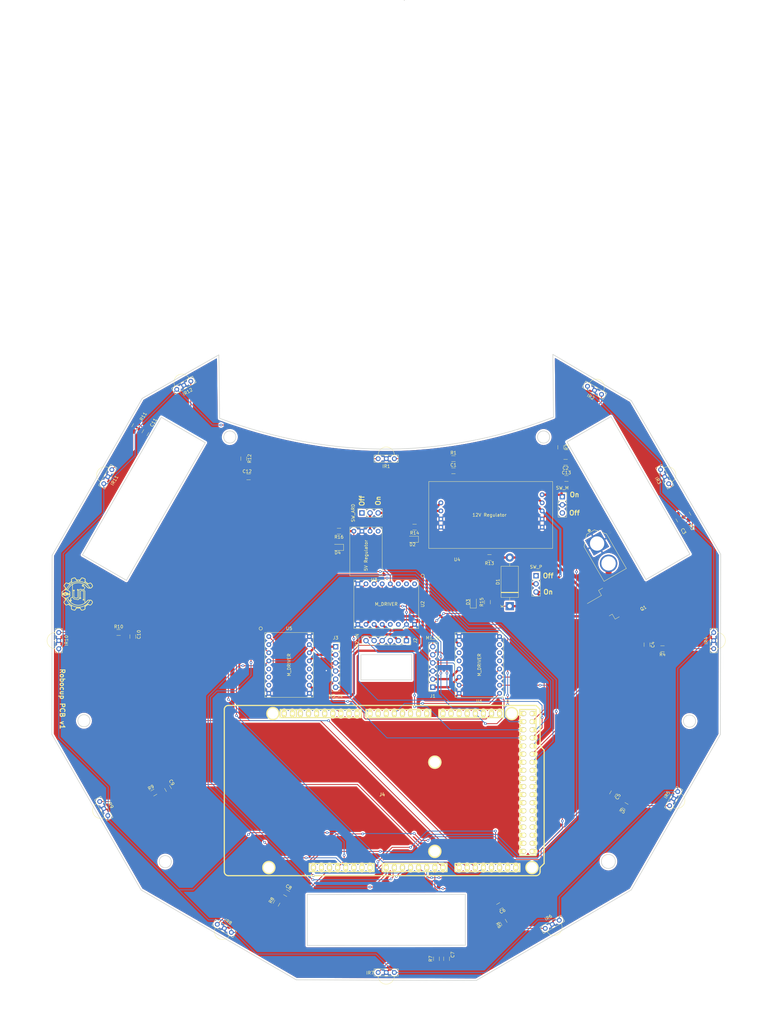
<source format=kicad_pcb>
(kicad_pcb (version 20171130) (host pcbnew 5.1.5+dfsg1-2build2)
  (title_block (title "Robocup PCB") (date 2021-01-10) (rev v1) (company "Sciencelab Team"))
  (layers (0 F.Cu signal) (31 B.Cu signal) (34 B.Paste user) (35 F.Paste user) (36 B.SilkS user) (37 F.SilkS user) (38 B.Mask user) (39 F.Mask user) (44 Edge.Cuts user))
  (net 0 "")
  (net 1 GND)
  (net 2 A0)
  (net 3 A1)
  (net 4 A2)
  (net 5 A3)
  (net 6 A4)
  (net 7 A5)
  (net 8 A6)
  (net 9 A7)
  (net 10 A8)
  (net 11 A9)
  (net 12 A10)
  (net 13 A11)
  (net 14 "Net-(C13-Pad1)")
  (net 15 "Net-(D1-Pad1)")
  (net 16 "Net-(D1-Pad2)")
  (net 17 "Net-(D2-Pad2)")
  (net 18 "Net-(D3-Pad2)")
  (net 19 "Net-(D4-Pad2)")
  (net 20 "Net-(IR1-Pad1)")
  (net 21 +3V3)
  (net 22 "Net-(IR2-Pad1)")
  (net 23 "Net-(IR3-Pad1)")
  (net 24 "Net-(IR4-Pad1)")
  (net 25 "Net-(IR5-Pad1)")
  (net 26 "Net-(IR6-Pad1)")
  (net 27 "Net-(IR7-Pad1)")
  (net 28 "Net-(IR8-Pad1)")
  (net 29 "Net-(IR9-Pad1)")
  (net 30 "Net-(IR10-Pad1)")
  (net 31 "Net-(IR11-Pad1)")
  (net 32 "Net-(IR12-Pad1)")
  (net 33 M1_A)
  (net 34 M1_B)
  (net 35 +5V)
  (net 36 M1_ENA)
  (net 37 M1_ENB)
  (net 38 M2_A)
  (net 39 M2_B)
  (net 40 M2_ENA)
  (net 41 M2_ENB)
  (net 42 M3_ENB)
  (net 43 M3_ENA)
  (net 44 M3_B)
  (net 45 M3_A)
  (net 46 "Net-(J4-Pad2)")
  (net 47 "Net-(J4-Pad3)")
  (net 48 "Net-(J4-Pad7)")
  (net 49 "Net-(J4-Pad8)")
  (net 50 "Net-(J4-Pad21)")
  (net 51 "Net-(J4-Pad22)")
  (net 52 "Net-(J4-Pad23)")
  (net 53 "Net-(J4-Pad24)")
  (net 54 "Net-(J4-Pad25)")
  (net 55 "Net-(J4-Pad26)")
  (net 56 "Net-(J4-Pad27)")
  (net 57 "Net-(J4-Pad28)")
  (net 58 "Net-(J4-Pad29)")
  (net 59 "Net-(J4-Pad30)")
  (net 60 "Net-(J4-Pad31)")
  (net 61 "Net-(J4-Pad32)")
  (net 62 "Net-(J4-Pad33)")
  (net 63 "Net-(J4-Pad34)")
  (net 64 "Net-(J4-Pad35)")
  (net 65 "Net-(J4-Pad36)")
  (net 66 "Net-(J4-Pad37)")
  (net 67 "Net-(J4-Pad38)")
  (net 68 "Net-(J4-Pad42)")
  (net 69 "Net-(J4-Pad43)")
  (net 70 "Net-(J4-Pad44)")
  (net 71 "Net-(J4-Pad45)")
  (net 72 "Net-(J4-Pad46)")
  (net 73 "Net-(J4-Pad47)")
  (net 74 "Net-(J4-Pad48)")
  (net 75 "Net-(J4-Pad49)")
  (net 76 "Net-(J4-Pad50)")
  (net 77 "Net-(J4-Pad51)")
  (net 78 "Net-(J4-Pad52)")
  (net 79 "Net-(J4-Pad53)")
  (net 80 M3_AIN2)
  (net 81 M3_AIN1)
  (net 82 M2_BIN2)
  (net 83 M2_BIN1)
  (net 84 M1_AIN2)
  (net 85 M1_AIN1)
  (net 86 "Net-(J4-Pad60)")
  (net 87 "Net-(J4-Pad61)")
  (net 88 "Net-(J4-Pad65)")
  (net 89 "Net-(J4-Pad66)")
  (net 90 "Net-(J4-Pad67)")
  (net 91 "Net-(J4-Pad68)")
  (net 92 "Net-(J4-Pad69)")
  (net 93 "Net-(J4-Pad70)")
  (net 94 "Net-(J4-Pad71)")
  (net 95 "Net-(J4-Pad72)")
  (net 96 M1_PWMA)
  (net 97 "Net-(J4-Pad74)")
  (net 98 "Net-(J4-Pad75)")
  (net 99 M2_PWMB)
  (net 100 "Net-(J4-Pad77)")
  (net 101 "Net-(J4-Pad78)")
  (net 102 M3_PWMA)
  (net 103 "Net-(J4-Pad80)")
  (net 104 "Net-(J4-Pad81)")
  (net 105 "Net-(J4-Pad82)")
  (net 106 "Net-(J4-Pad83)")
  (net 107 "Net-(J4-Pad84)")
  (net 108 "Net-(J4-Pad85)")
  (net 109 "Net-(J4-Pad86)")
  (net 110 "Net-(J8-Pad2)")
  (net 111 "Net-(Q1-Pad3)")
  (net 112 +12V)
  (net 113 "Net-(SW1-Pad3)")
  (net 114 "Net-(SW2-Pad1)")
  (net 115 "Net-(SW2-Pad2)")
  (net 116 "Net-(SW3-Pad1)")
  (net 117 "Net-(U1-Pad12)")
  (net 118 "Net-(U1-Pad11)")
  (net 119 "Net-(U1-Pad7)")
  (net 120 "Net-(U1-Pad6)")
  (net 121 "Net-(U1-Pad5)")
  (net 122 "Net-(U2-Pad1)")
  (net 123 "Net-(U2-Pad2)")
  (net 124 "Net-(U2-Pad3)")
  (net 125 "Net-(U2-Pad13)")
  (net 126 "Net-(U2-Pad14)")
  (net 127 "Net-(U3-Pad1)")
  (net 128 "Net-(U5-Pad5)")
  (net 129 "Net-(U5-Pad6)")
  (net 130 "Net-(U5-Pad7)")
  (net 131 "Net-(U5-Pad11)")
  (net 132 "Net-(U5-Pad12)")
  (module Resistor_SMD:R_1206_3216Metric_Pad1.42x1.75mm_HandSolder (layer F.Cu) (at 182.753 209.296 60)
    (fp_text reference R8 (at 0 -1.82 60) (layer F.SilkS))
    (fp_text value 6k2)
    (pad 2 smd roundrect (at 1.4875 0 60) (size 1.425 1.75) (layers F.Cu F.Paste F.Mask) (roundrect_rratio 0.175439) (net 9 A7))
    (pad 1 smd roundrect (at -1.4875 0 60) (size 1.425 1.75) (layers F.Cu F.Paste F.Mask) (roundrect_rratio 0.175439) (net 28 "Net-(IR8-Pad1)"))
  )
  (module Capacitor_SMD:C_1206_3216Metric_Pad1.42x1.75mm_HandSolder (layer F.Cu) (at 238.252 73.787)
    (fp_text reference C1 (at 0 -1.82) (layer F.SilkS))
    (fp_text value 0.1uF)
    (pad 2 smd roundrect (at 1.4875 0) (size 1.425 1.75) (layers F.Cu F.Paste F.Mask) (roundrect_rratio 0.175439) (net 2 A0))
    (pad 1 smd roundrect (at -1.4875 0) (size 1.425 1.75) (layers F.Cu F.Paste F.Mask) (roundrect_rratio 0.175439) (net 1 GND))
  )
  (module Capacitor_SMD:C_1206_3216Metric_Pad1.42x1.75mm_HandSolder (layer F.Cu) (at 273.431 71.12 180)
    (fp_text reference C2 (at 0 -1.82) (layer F.SilkS))
    (fp_text value 0.1uF)
    (pad 2 smd roundrect (at 1.4875 0 180) (size 1.425 1.75) (layers F.Cu F.Paste F.Mask) (roundrect_rratio 0.175439) (net 3 A1))
    (pad 1 smd roundrect (at -1.4875 0 180) (size 1.425 1.75) (layers F.Cu F.Paste F.Mask) (roundrect_rratio 0.175439) (net 1 GND))
  )
  (module Capacitor_SMD:C_1206_3216Metric_Pad1.42x1.75mm_HandSolder (layer F.Cu) (at 309.118 88.9 300)
    (fp_text reference C3 (at 3.934557 0.805148 120) (layer F.SilkS))
    (fp_text value 0.1uF)
    (pad 2 smd roundrect (at 1.4875 0 300) (size 1.425 1.75) (layers F.Cu F.Paste F.Mask) (roundrect_rratio 0.175439) (net 4 A2))
    (pad 1 smd roundrect (at -1.4875 0 300) (size 1.425 1.75) (layers F.Cu F.Paste F.Mask) (roundrect_rratio 0.175439) (net 1 GND))
  )
  (module Capacitor_SMD:C_1206_3216Metric_Pad1.42x1.75mm_HandSolder (layer F.Cu) (at 298.958 128.27 270)
    (fp_text reference C4 (at 0 -1.82 90) (layer F.SilkS))
    (fp_text value 0.1uF)
    (pad 2 smd roundrect (at 1.4875 0 270) (size 1.425 1.75) (layers F.Cu F.Paste F.Mask) (roundrect_rratio 0.175439) (net 5 A3))
    (pad 1 smd roundrect (at -1.4875 0 270) (size 1.425 1.75) (layers F.Cu F.Paste F.Mask) (roundrect_rratio 0.175439) (net 1 GND))
  )
  (module Capacitor_SMD:C_1206_3216Metric_Pad1.42x1.75mm_HandSolder (layer F.Cu) (at 288.29 175.006 240)
    (fp_text reference C5 (at 0 -1.82 60) (layer F.SilkS))
    (fp_text value 0.1uF)
    (pad 2 smd roundrect (at 1.4875 0 240) (size 1.425 1.75) (layers F.Cu F.Paste F.Mask) (roundrect_rratio 0.175439) (net 6 A4))
    (pad 1 smd roundrect (at -1.4875 0 240) (size 1.425 1.75) (layers F.Cu F.Paste F.Mask) (roundrect_rratio 0.175439) (net 1 GND))
  )
  (module Capacitor_SMD:C_1206_3216Metric_Pad1.42x1.75mm_HandSolder (layer F.Cu) (at 252.73 210.185 210)
    (fp_text reference C6 (at 0 -1.82 30) (layer F.SilkS))
    (fp_text value 0.1uF)
    (pad 2 smd roundrect (at 1.4875 0 210) (size 1.425 1.75) (layers F.Cu F.Paste F.Mask) (roundrect_rratio 0.175439) (net 7 A5))
    (pad 1 smd roundrect (at -1.4875 0 210) (size 1.425 1.75) (layers F.Cu F.Paste F.Mask) (roundrect_rratio 0.175439) (net 1 GND))
  )
  (module Capacitor_SMD:C_1206_3216Metric_Pad1.42x1.75mm_HandSolder (layer F.Cu) (at 236.093 226.695 90)
    (fp_text reference C7 (at 1.27 1.905 90) (layer F.SilkS))
    (fp_text value 0.1uF)
    (pad 2 smd roundrect (at 1.4875 0 90) (size 1.425 1.75) (layers F.Cu F.Paste F.Mask) (roundrect_rratio 0.175439) (net 8 A6))
    (pad 1 smd roundrect (at -1.4875 0 90) (size 1.425 1.75) (layers F.Cu F.Paste F.Mask) (roundrect_rratio 0.175439) (net 1 GND))
  )
  (module Capacitor_SMD:C_1206_3216Metric_Pad1.42x1.75mm_HandSolder (layer F.Cu) (at 185.928 206.121 150)
    (fp_text reference C8 (at 0.402574 1.967278 150) (layer F.SilkS))
    (fp_text value 0.1uF)
    (pad 2 smd roundrect (at 1.4875 0 150) (size 1.425 1.75) (layers F.Cu F.Paste F.Mask) (roundrect_rratio 0.175439) (net 9 A7))
    (pad 1 smd roundrect (at -1.4875 0 150) (size 1.425 1.75) (layers F.Cu F.Paste F.Mask) (roundrect_rratio 0.175439) (net 1 GND))
  )
  (module Capacitor_SMD:C_1206_3216Metric_Pad1.42x1.75mm_HandSolder (layer F.Cu) (at 148.717 173.355 120)
    (fp_text reference C9 (at 1.078278 1.942367 120) (layer F.SilkS))
    (fp_text value 0.1uF)
    (pad 2 smd roundrect (at 1.4875 0 120) (size 1.425 1.75) (layers F.Cu F.Paste F.Mask) (roundrect_rratio 0.175439) (net 10 A8))
    (pad 1 smd roundrect (at -1.4875 0 120) (size 1.425 1.75) (layers F.Cu F.Paste F.Mask) (roundrect_rratio 0.175439) (net 1 GND))
  )
  (module Capacitor_SMD:C_1206_3216Metric_Pad1.42x1.75mm_HandSolder (layer F.Cu) (at 137.668 125.73 90)
    (fp_text reference C10 (at 0.635 1.905 90) (layer F.SilkS))
    (fp_text value 0.1uF)
    (pad 2 smd roundrect (at 1.4875 0 90) (size 1.425 1.75) (layers F.Cu F.Paste F.Mask) (roundrect_rratio 0.175439) (net 11 A9))
    (pad 1 smd roundrect (at -1.4875 0 90) (size 1.425 1.75) (layers F.Cu F.Paste F.Mask) (roundrect_rratio 0.175439) (net 1 GND))
  )
  (module Capacitor_SMD:C_1206_3216Metric_Pad1.42x1.75mm_HandSolder (layer F.Cu) (at 141.605 61.849 60)
    (fp_text reference C11 (at 4.019631 0.612205 60) (layer F.SilkS))
    (fp_text value 0.1uF)
    (pad 2 smd roundrect (at 1.4875 0 60) (size 1.425 1.75) (layers F.Cu F.Paste F.Mask) (roundrect_rratio 0.175439) (net 12 A10))
    (pad 1 smd roundrect (at -1.4875 0 60) (size 1.425 1.75) (layers F.Cu F.Paste F.Mask) (roundrect_rratio 0.175439) (net 1 GND))
  )
  (module Capacitor_SMD:C_1206_3216Metric_Pad1.42x1.75mm_HandSolder (layer F.Cu) (at 173.99 75.692 180)
    (fp_text reference C12 (at 0.464852 1.734852) (layer F.SilkS))
    (fp_text value 0.1uF)
    (pad 2 smd roundrect (at 1.4875 0 180) (size 1.425 1.75) (layers F.Cu F.Paste F.Mask) (roundrect_rratio 0.175439) (net 13 A11))
    (pad 1 smd roundrect (at -1.4875 0 180) (size 1.425 1.75) (layers F.Cu F.Paste F.Mask) (roundrect_rratio 0.175439) (net 1 GND))
  )
  (module Capacitor_SMD:C_1206_3216Metric_Pad1.42x1.75mm_HandSolder (layer F.Cu) (at 273.685 76.2)
    (fp_text reference C13 (at 0 -1.82) (layer F.SilkS))
    (fp_text value 10n)
    (pad 2 smd roundrect (at 1.4875 0) (size 1.425 1.75) (layers F.Cu F.Paste F.Mask) (roundrect_rratio 0.175439) (net 1 GND))
    (pad 1 smd roundrect (at -1.4875 0) (size 1.425 1.75) (layers F.Cu F.Paste F.Mask) (roundrect_rratio 0.175439) (net 14 "Net-(C13-Pad1)"))
  )
  (module Diode_THT:D_DO-201_P15.24mm_Horizontal (layer F.Cu) (at 255.905 116.205 90)
    (fp_text reference D1 (at 7.62 -3.725 90) (layer F.SilkS))
    (fp_text value 1N5347B)
    (fp_text user K (at 0 -2.3 90) (layer F.SilkS))
    (pad 2 thru_hole oval (at 15.24 0 90) (size 2.6 2.6) (drill 1.3) (layers *.Cu *.Mask) (net 16 "Net-(D1-Pad2)"))
    (pad 1 thru_hole rect (at 0 0 90) (size 2.6 2.6) (drill 1.3) (layers *.Cu *.Mask) (net 15 "Net-(D1-Pad1)"))
  )
  (module LED_SMD:LED_0805_2012Metric_Pad1.15x1.40mm_HandSolder (layer F.Cu) (at 225.425 95.25 180)
    (fp_text reference D2 (at 0 -1.65) (layer F.SilkS))
    (fp_text value GREEN)
    (pad 2 smd roundrect (at 1.025 0 180) (size 1.15 1.4) (layers F.Cu F.Paste F.Mask) (roundrect_rratio 0.217391) (net 17 "Net-(D2-Pad2)"))
    (pad 1 smd roundrect (at -1.025 0 180) (size 1.15 1.4) (layers F.Cu F.Paste F.Mask) (roundrect_rratio 0.217391) (net 1 GND))
  )
  (module LED_SMD:LED_0805_2012Metric_Pad1.15x1.40mm_HandSolder (layer F.Cu) (at 244.475 114.935 90)
    (fp_text reference D3 (at 0 -1.65 90) (layer F.SilkS))
    (fp_text value RED)
    (pad 2 smd roundrect (at 1.025 0 90) (size 1.15 1.4) (layers F.Cu F.Paste F.Mask) (roundrect_rratio 0.217391) (net 18 "Net-(D3-Pad2)"))
    (pad 1 smd roundrect (at -1.025 0 90) (size 1.15 1.4) (layers F.Cu F.Paste F.Mask) (roundrect_rratio 0.217391) (net 1 GND))
  )
  (module LED_SMD:LED_0805_2012Metric_Pad1.15x1.40mm_HandSolder (layer F.Cu) (at 201.93 97.79 180)
    (fp_text reference D4 (at 0 -1.65) (layer F.SilkS))
    (fp_text value BLUE)
    (pad 2 smd roundrect (at 1.025 0 180) (size 1.15 1.4) (layers F.Cu F.Paste F.Mask) (roundrect_rratio 0.217391) (net 19 "Net-(D4-Pad2)"))
    (pad 1 smd roundrect (at -1.025 0 180) (size 1.15 1.4) (layers F.Cu F.Paste F.Mask) (roundrect_rratio 0.217391) (net 1 GND))
  )
  (module Robocup_PCB:IR_TSOP93038_TH (layer F.Cu) (at 217.17 71.12 180)
    (fp_text reference IR1 (at 0 -1.27) (layer F.SilkS))
    (fp_text value TSSP93038)
    (pad 1 thru_hole circle (at -2.54 1.125 180) (size 1.524 1.524) (drill 0.85) (layers *.Cu *.Mask) (net 20 "Net-(IR1-Pad1)"))
    (pad 2 thru_hole circle (at 0 1.125 180) (size 1.524 1.524) (drill 0.85) (layers *.Cu *.Mask) (net 1 GND))
    (pad 3 thru_hole circle (at 2.54 1.125 180) (size 1.524 1.524) (drill 0.85) (layers *.Cu *.Mask) (net 21 +3V3))
  )
  (module Robocup_PCB:IR_TSOP93038_TH (layer F.Cu) (at 281.94 49.53 150)
    (fp_text reference IR2 (at 0 -1.27 150) (layer F.SilkS))
    (fp_text value TSSP93038)
    (pad 1 thru_hole circle (at -2.54 1.125 150) (size 1.524 1.524) (drill 0.85) (layers *.Cu *.Mask) (net 22 "Net-(IR2-Pad1)"))
    (pad 2 thru_hole circle (at 0 1.125 150) (size 1.524 1.524) (drill 0.85) (layers *.Cu *.Mask) (net 1 GND))
    (pad 3 thru_hole circle (at 2.54 1.125 150) (size 1.524 1.524) (drill 0.85) (layers *.Cu *.Mask) (net 21 +3V3))
  )
  (module Robocup_PCB:IR_TSOP93038_TH (layer F.Cu) (at 303.53 76.2 120)
    (fp_text reference IR3 (at 0 -1.27 120) (layer F.SilkS))
    (fp_text value TSSP93038)
    (pad 1 thru_hole circle (at -2.54 1.125 120) (size 1.524 1.524) (drill 0.85) (layers *.Cu *.Mask) (net 23 "Net-(IR3-Pad1)"))
    (pad 2 thru_hole circle (at 0 1.125 120) (size 1.524 1.524) (drill 0.85) (layers *.Cu *.Mask) (net 1 GND))
    (pad 3 thru_hole circle (at 2.54 1.125 120) (size 1.524 1.524) (drill 0.85) (layers *.Cu *.Mask) (net 21 +3V3))
  )
  (module Robocup_PCB:IR_TSOP93038_TH (layer F.Cu) (at 318.77 127 90)
    (fp_text reference IR4 (at 0 -1.27 90) (layer F.SilkS))
    (fp_text value TSSP93038)
    (pad 1 thru_hole circle (at -2.54 1.125 90) (size 1.524 1.524) (drill 0.85) (layers *.Cu *.Mask) (net 24 "Net-(IR4-Pad1)"))
    (pad 2 thru_hole circle (at 0 1.125 90) (size 1.524 1.524) (drill 0.85) (layers *.Cu *.Mask) (net 1 GND))
    (pad 3 thru_hole circle (at 2.54 1.125 90) (size 1.524 1.524) (drill 0.85) (layers *.Cu *.Mask) (net 21 +3V3))
  )
  (module Robocup_PCB:IR_TSOP93038_TH (layer F.Cu) (at 306.365721 175.9675 60)
    (fp_text reference IR5 (at 0 -1.27 60) (layer F.SilkS))
    (fp_text value TSSP93038)
    (pad 1 thru_hole circle (at -2.54 1.125 60) (size 1.524 1.524) (drill 0.85) (layers *.Cu *.Mask) (net 25 "Net-(IR5-Pad1)"))
    (pad 2 thru_hole circle (at 0 1.125 60) (size 1.524 1.524) (drill 0.85) (layers *.Cu *.Mask) (net 1 GND))
    (pad 3 thru_hole circle (at 2.54 1.125 60) (size 1.524 1.524) (drill 0.85) (layers *.Cu *.Mask) (net 21 +3V3))
  )
  (module Robocup_PCB:IR_TSOP93038_TH (layer F.Cu) (at 268.6775 214.925721 30)
    (fp_text reference IR6 (at 0 -1.27 30) (layer F.SilkS))
    (fp_text value TSSP93038)
    (pad 1 thru_hole circle (at -2.54 1.125 30) (size 1.524 1.524) (drill 0.85) (layers *.Cu *.Mask) (net 26 "Net-(IR6-Pad1)"))
    (pad 2 thru_hole circle (at 0 1.125 30) (size 1.524 1.524) (drill 0.85) (layers *.Cu *.Mask) (net 1 GND))
    (pad 3 thru_hole circle (at 2.54 1.125 30) (size 1.524 1.524) (drill 0.85) (layers *.Cu *.Mask) (net 21 +3V3))
  )
  (module Robocup_PCB:IR_TSOP93038_TH (layer F.Cu) (at 217.17 229.87)
    (fp_text reference IR7 (at -5.08 1.27) (layer F.SilkS))
    (fp_text value TSSP93038)
    (pad 1 thru_hole circle (at -2.54 1.125) (size 1.524 1.524) (drill 0.85) (layers *.Cu *.Mask) (net 27 "Net-(IR7-Pad1)"))
    (pad 2 thru_hole circle (at 0 1.125) (size 1.524 1.524) (drill 0.85) (layers *.Cu *.Mask) (net 1 GND))
    (pad 3 thru_hole circle (at 2.54 1.125) (size 1.524 1.524) (drill 0.85) (layers *.Cu *.Mask) (net 21 +3V3))
  )
  (module Robocup_PCB:IR_TSOP93038_TH (layer F.Cu) (at 166.9325 216.195721 330)
    (fp_text reference IR8 (at 0 -1.27 150) (layer F.SilkS))
    (fp_text value TSSP93038)
    (pad 1 thru_hole circle (at -2.54 1.125 330) (size 1.524 1.524) (drill 0.85) (layers *.Cu *.Mask) (net 28 "Net-(IR8-Pad1)"))
    (pad 2 thru_hole circle (at 0 1.125 330) (size 1.524 1.524) (drill 0.85) (layers *.Cu *.Mask) (net 1 GND))
    (pad 3 thru_hole circle (at 2.54 1.125 330) (size 1.524 1.524) (drill 0.85) (layers *.Cu *.Mask) (net 21 +3V3))
  )
  (module Robocup_PCB:IR_TSOP93038_TH (layer F.Cu) (at 129.54 179.07 300)
    (fp_text reference IR9 (at 0 -1.27 120) (layer F.SilkS))
    (fp_text value TSSP93038)
    (pad 1 thru_hole circle (at -2.54 1.125 300) (size 1.524 1.524) (drill 0.85) (layers *.Cu *.Mask) (net 29 "Net-(IR9-Pad1)"))
    (pad 2 thru_hole circle (at 0 1.125 300) (size 1.524 1.524) (drill 0.85) (layers *.Cu *.Mask) (net 1 GND))
    (pad 3 thru_hole circle (at 2.54 1.125 300) (size 1.524 1.524) (drill 0.85) (layers *.Cu *.Mask) (net 21 +3V3))
  )
  (module Robocup_PCB:IR_TSOP93038_TH (layer F.Cu) (at 115.57 127 270)
    (fp_text reference IR10 (at 0 -1.27 90) (layer F.SilkS))
    (fp_text value TSSP93038)
    (pad 1 thru_hole circle (at -2.54 1.125 270) (size 1.524 1.524) (drill 0.85) (layers *.Cu *.Mask) (net 30 "Net-(IR10-Pad1)"))
    (pad 2 thru_hole circle (at 0 1.125 270) (size 1.524 1.524) (drill 0.85) (layers *.Cu *.Mask) (net 1 GND))
    (pad 3 thru_hole circle (at 2.54 1.125 270) (size 1.524 1.524) (drill 0.85) (layers *.Cu *.Mask) (net 21 +3V3))
  )
  (module Robocup_PCB:IR_TSOP93038_TH (layer F.Cu) (at 130.81 76.2 240)
    (fp_text reference IR11 (at 0 -1.27 60) (layer F.SilkS))
    (fp_text value TSSP93038)
    (pad 1 thru_hole circle (at -2.54 1.125 240) (size 1.524 1.524) (drill 0.85) (layers *.Cu *.Mask) (net 31 "Net-(IR11-Pad1)"))
    (pad 2 thru_hole circle (at 0 1.125 240) (size 1.524 1.524) (drill 0.85) (layers *.Cu *.Mask) (net 1 GND))
    (pad 3 thru_hole circle (at 2.54 1.125 240) (size 1.524 1.524) (drill 0.85) (layers *.Cu *.Mask) (net 21 +3V3))
  )
  (module Robocup_PCB:IR_TSOP93038_TH (layer F.Cu) (at 154.2325 47.964279 210)
    (fp_text reference IR12 (at 0 -1.27 30) (layer F.SilkS))
    (fp_text value TSSP93038)
    (pad 1 thru_hole circle (at -2.54 1.125 210) (size 1.524 1.524) (drill 0.85) (layers *.Cu *.Mask) (net 32 "Net-(IR12-Pad1)"))
    (pad 2 thru_hole circle (at 0 1.125 210) (size 1.524 1.524) (drill 0.85) (layers *.Cu *.Mask) (net 1 GND))
    (pad 3 thru_hole circle (at 2.54 1.125 210) (size 1.524 1.524) (drill 0.85) (layers *.Cu *.Mask) (net 21 +3V3))
  )
  (module Connector_PinSocket_2.54mm:PinSocket_1x06_P2.54mm_Vertical (layer F.Cu) (at 231.775 141.605 180)
    (fp_text reference J1 (at 0 -2.77) (layer F.SilkS))
    (fp_text value M1_IN (at 0 15.47) (layer F.SilkS))
    (pad 6 thru_hole oval (at 0 12.7 180) (size 1.7 1.7) (drill 1) (layers *.Cu *.Mask) (net 37 M1_ENB))
    (pad 5 thru_hole oval (at 0 10.16 180) (size 1.7 1.7) (drill 1) (layers *.Cu *.Mask) (net 36 M1_ENA))
    (pad 4 thru_hole oval (at 0 7.62 180) (size 1.7 1.7) (drill 1) (layers *.Cu *.Mask) (net 35 +5V))
    (pad 3 thru_hole oval (at 0 5.08 180) (size 1.7 1.7) (drill 1) (layers *.Cu *.Mask) (net 1 GND))
    (pad 2 thru_hole oval (at 0 2.54 180) (size 1.7 1.7) (drill 1) (layers *.Cu *.Mask) (net 34 M1_B))
    (pad 1 thru_hole rect (at 0 0 180) (size 1.7 1.7) (drill 1) (layers *.Cu *.Mask) (net 33 M1_A))
  )
  (module Connector_PinSocket_2.54mm:PinSocket_1x06_P2.54mm_Vertical (layer F.Cu) (at 223.52 127 270)
    (fp_text reference J2 (at 0 -2.77 90) (layer F.SilkS))
    (fp_text value M2_IN (at 0 15.47 90) (layer F.SilkS))
    (pad 6 thru_hole oval (at 0 12.7 270) (size 1.7 1.7) (drill 1) (layers *.Cu *.Mask) (net 41 M2_ENB))
    (pad 5 thru_hole oval (at 0 10.16 270) (size 1.7 1.7) (drill 1) (layers *.Cu *.Mask) (net 40 M2_ENA))
    (pad 4 thru_hole oval (at 0 7.62 270) (size 1.7 1.7) (drill 1) (layers *.Cu *.Mask) (net 35 +5V))
    (pad 3 thru_hole oval (at 0 5.08 270) (size 1.7 1.7) (drill 1) (layers *.Cu *.Mask) (net 1 GND))
    (pad 2 thru_hole oval (at 0 2.54 270) (size 1.7 1.7) (drill 1) (layers *.Cu *.Mask) (net 39 M2_B))
    (pad 1 thru_hole rect (at 0 0 270) (size 1.7 1.7) (drill 1) (layers *.Cu *.Mask) (net 38 M2_A))
  )
  (module Connector_PinSocket_2.54mm:PinSocket_1x06_P2.54mm_Vertical (layer F.Cu) (at 201.295 128.905)
    (fp_text reference J3 (at 0 -2.77) (layer F.SilkS))
    (fp_text value M3_IN (at 0 15.47) (layer F.SilkS))
    (pad 6 thru_hole oval (at 0 12.7) (size 1.7 1.7) (drill 1) (layers *.Cu *.Mask) (net 42 M3_ENB))
    (pad 5 thru_hole oval (at 0 10.16) (size 1.7 1.7) (drill 1) (layers *.Cu *.Mask) (net 43 M3_ENA))
    (pad 4 thru_hole oval (at 0 7.62) (size 1.7 1.7) (drill 1) (layers *.Cu *.Mask) (net 35 +5V))
    (pad 3 thru_hole oval (at 0 5.08) (size 1.7 1.7) (drill 1) (layers *.Cu *.Mask) (net 1 GND))
    (pad 2 thru_hole oval (at 0 2.54) (size 1.7 1.7) (drill 1) (layers *.Cu *.Mask) (net 44 M3_B))
    (pad 1 thru_hole rect (at 0 0) (size 1.7 1.7) (drill 1) (layers *.Cu *.Mask) (net 45 M3_A))
  )
  (module w_conn_misc:arduino_mega_header (layer F.Cu) (at 215.9 173.99)
    (fp_text reference J4 (at 0 1.27) (layer F.SilkS) (effects (font (size 1.016 1.016) (thickness 0.2032))))
    (fp_text value Arduino_Mega_Header hide)
    (pad "" np_thru_hole circle (at 16.51 -8.89) (size 3.19786 3.19786) (drill 3.19786) (layers *.Cu *.Mask F.SilkS))
    (pad 86 thru_hole oval (at -30.734 -24.13) (size 1.524 2.1971) (drill 1.00076) (layers *.Cu *.Mask F.SilkS) (net 109 "Net-(J4-Pad86)"))
    (pad 85 thru_hole oval (at -28.194 -24.13) (size 1.524 2.1971) (drill 1.00076) (layers *.Cu *.Mask F.SilkS) (net 108 "Net-(J4-Pad85)"))
    (pad "" np_thru_hole circle (at -34.29 -24.13) (size 3.19786 3.19786) (drill 3.19786) (layers *.Cu *.Mask F.SilkS))
    (pad "" np_thru_hole circle (at 40.64 -24.13) (size 3.19786 3.19786) (drill 3.19786) (layers *.Cu *.Mask F.SilkS))
    (pad 84 thru_hole oval (at -25.654 -24.13) (size 1.524 2.1971) (drill 1.00076) (layers *.Cu *.Mask F.SilkS) (net 107 "Net-(J4-Pad84)"))
    (pad 83 thru_hole oval (at -23.114 -24.13) (size 1.524 2.1971) (drill 1.00076) (layers *.Cu *.Mask F.SilkS) (net 106 "Net-(J4-Pad83)"))
    (pad 82 thru_hole oval (at -20.574 -24.13) (size 1.524 2.1971) (drill 1.00076) (layers *.Cu *.Mask F.SilkS) (net 105 "Net-(J4-Pad82)"))
    (pad 81 thru_hole oval (at -18.034 -24.13) (size 1.524 2.1971) (drill 1.00076) (layers *.Cu *.Mask F.SilkS) (net 104 "Net-(J4-Pad81)"))
    (pad 80 thru_hole oval (at -15.494 -24.13) (size 1.524 2.1971) (drill 1.00076) (layers *.Cu *.Mask F.SilkS) (net 103 "Net-(J4-Pad80)"))
    (pad 79 thru_hole oval (at -12.954 -24.13) (size 1.524 2.1971) (drill 1.00076) (layers *.Cu *.Mask F.SilkS) (net 102 M3_PWMA))
    (pad 78 thru_hole oval (at -10.414 -24.13) (size 1.524 2.1971) (drill 1.00076) (layers *.Cu *.Mask F.SilkS) (net 101 "Net-(J4-Pad78)"))
    (pad 77 thru_hole oval (at -7.874 -24.13) (size 1.524 2.1971) (drill 1.00076) (layers *.Cu *.Mask F.SilkS) (net 100 "Net-(J4-Pad77)"))
    (pad 76 thru_hole oval (at -3.81 -24.13) (size 1.524 2.1971) (drill 1.00076) (layers *.Cu *.Mask F.SilkS) (net 99 M2_PWMB))
    (pad 75 thru_hole oval (at -1.27 -24.13) (size 1.524 2.1971) (drill 1.00076) (layers *.Cu *.Mask F.SilkS) (net 98 "Net-(J4-Pad75)"))
    (pad 74 thru_hole oval (at 1.27 -24.13) (size 1.524 2.1971) (drill 1.00076) (layers *.Cu *.Mask F.SilkS) (net 97 "Net-(J4-Pad74)"))
    (pad 73 thru_hole oval (at 3.81 -24.13) (size 1.524 2.1971) (drill 1.00076) (layers *.Cu *.Mask F.SilkS) (net 96 M1_PWMA))
    (pad 72 thru_hole oval (at 6.35 -24.13) (size 1.524 2.1971) (drill 1.00076) (layers *.Cu *.Mask F.SilkS) (net 95 "Net-(J4-Pad72)"))
    (pad 71 thru_hole oval (at 8.89 -24.13) (size 1.524 2.1971) (drill 1.00076) (layers *.Cu *.Mask F.SilkS) (net 94 "Net-(J4-Pad71)"))
    (pad 70 thru_hole oval (at 11.43 -24.13) (size 1.524 2.1971) (drill 1.00076) (layers *.Cu *.Mask F.SilkS) (net 93 "Net-(J4-Pad70)"))
    (pad 69 thru_hole oval (at 13.97 -24.13) (size 1.524 2.1971) (drill 1.00076) (layers *.Cu *.Mask F.SilkS) (net 92 "Net-(J4-Pad69)"))
    (pad 68 thru_hole oval (at 19.05 -24.13) (size 1.524 2.1971) (drill 1.00076) (layers *.Cu *.Mask F.SilkS) (net 91 "Net-(J4-Pad68)"))
    (pad 67 thru_hole oval (at 21.59 -24.13) (size 1.524 2.1971) (drill 1.00076) (layers *.Cu *.Mask F.SilkS) (net 90 "Net-(J4-Pad67)"))
    (pad 66 thru_hole oval (at 24.13 -24.13) (size 1.524 2.1971) (drill 1.00076) (layers *.Cu *.Mask F.SilkS) (net 89 "Net-(J4-Pad66)"))
    (pad 65 thru_hole oval (at 26.67 -24.13) (size 1.524 2.1971) (drill 1.00076) (layers *.Cu *.Mask F.SilkS) (net 88 "Net-(J4-Pad65)"))
    (pad 64 thru_hole oval (at 29.21 -24.13) (size 1.524 2.1971) (drill 1.00076) (layers *.Cu *.Mask F.SilkS) (net 36 M1_ENA))
    (pad 63 thru_hole oval (at 31.75 -24.13) (size 1.524 2.1971) (drill 1.00076) (layers *.Cu *.Mask F.SilkS) (net 40 M2_ENA))
    (pad 62 thru_hole oval (at 34.29 -24.13) (size 1.524 2.1971) (drill 1.00076) (layers *.Cu *.Mask F.SilkS) (net 43 M3_ENA))
    (pad 61 thru_hole oval (at 36.83 -24.13) (size 1.524 2.1971) (drill 1.00076) (layers *.Cu *.Mask F.SilkS) (net 87 "Net-(J4-Pad61)"))
    (pad 60 thru_hole oval (at 46.99 -24.13) (size 1.99898 1.5367) (drill 1.00076 (offset 0.24638 0)) (layers *.Cu *.Mask F.SilkS) (net 86 "Net-(J4-Pad60)"))
    (pad 59 thru_hole oval (at 46.99 -21.59) (size 1.99898 1.5367) (drill 1.00076 (offset 0.24638 0)) (layers *.Cu *.Mask F.SilkS) (net 85 M1_AIN1))
    (pad 58 thru_hole oval (at 46.99 -19.05) (size 1.99898 1.5367) (drill 1.00076 (offset 0.24638 0)) (layers *.Cu *.Mask F.SilkS) (net 84 M1_AIN2))
    (pad 57 thru_hole oval (at 46.99 -16.51) (size 1.99898 1.5367) (drill 1.00076 (offset 0.24638 0)) (layers *.Cu *.Mask F.SilkS) (net 83 M2_BIN1))
    (pad 56 thru_hole oval (at 46.99 -13.97) (size 1.99898 1.5367) (drill 1.00076 (offset 0.24638 0)) (layers *.Cu *.Mask F.SilkS) (net 82 M2_BIN2))
    (pad 55 thru_hole oval (at 46.99 -11.43) (size 1.99898 1.5367) (drill 1.00076 (offset 0.24638 0)) (layers *.Cu *.Mask F.SilkS) (net 81 M3_AIN1))
    (pad 54 thru_hole oval (at 46.99 -8.89) (size 1.99898 1.5367) (drill 1.00076 (offset 0.24638 0)) (layers *.Cu *.Mask F.SilkS) (net 80 M3_AIN2))
    (pad 53 thru_hole oval (at 46.99 -6.35) (size 1.99898 1.5367) (drill 1.00076 (offset 0.24638 0)) (layers *.Cu *.Mask F.SilkS) (net 79 "Net-(J4-Pad53)"))
    (pad 52 thru_hole oval (at 46.99 -3.81) (size 1.99898 1.5367) (drill 1.00076 (offset 0.24638 0)) (layers *.Cu *.Mask F.SilkS) (net 78 "Net-(J4-Pad52)"))
    (pad 51 thru_hole oval (at 46.99 -1.27) (size 1.99898 1.5367) (drill 1.00076 (offset 0.24638 0)) (layers *.Cu *.Mask F.SilkS) (net 77 "Net-(J4-Pad51)"))
    (pad 50 thru_hole oval (at 46.99 1.27) (size 1.99898 1.5367) (drill 1.00076 (offset 0.24638 0)) (layers *.Cu *.Mask F.SilkS) (net 76 "Net-(J4-Pad50)"))
    (pad 49 thru_hole oval (at 46.99 3.81) (size 1.99898 1.5367) (drill 1.00076 (offset 0.24638 0)) (layers *.Cu *.Mask F.SilkS) (net 75 "Net-(J4-Pad49)"))
    (pad 48 thru_hole oval (at 46.99 6.35) (size 1.99898 1.5367) (drill 1.00076 (offset 0.24638 0)) (layers *.Cu *.Mask F.SilkS) (net 74 "Net-(J4-Pad48)"))
    (pad 47 thru_hole oval (at 46.99 8.89) (size 1.99898 1.5367) (drill 1.00076 (offset 0.24638 0)) (layers *.Cu *.Mask F.SilkS) (net 73 "Net-(J4-Pad47)"))
    (pad 46 thru_hole oval (at 46.99 11.43) (size 1.99898 1.5367) (drill 1.00076 (offset 0.24638 0)) (layers *.Cu *.Mask F.SilkS) (net 72 "Net-(J4-Pad46)"))
    (pad 45 thru_hole oval (at 46.99 13.97) (size 1.99898 1.5367) (drill 1.00076 (offset 0.24638 0)) (layers *.Cu *.Mask F.SilkS) (net 71 "Net-(J4-Pad45)"))
    (pad 44 thru_hole oval (at 46.99 16.51) (size 1.99898 1.5367) (drill 1.00076 (offset 0.24638 0)) (layers *.Cu *.Mask F.SilkS) (net 70 "Net-(J4-Pad44)"))
    (pad 43 thru_hole oval (at 46.99 19.05) (size 1.99898 1.5367) (drill 1.00076 (offset 0.24638 0)) (layers *.Cu *.Mask F.SilkS) (net 69 "Net-(J4-Pad43)"))
    (pad 42 thru_hole oval (at 44.45 -24.13) (size 1.99898 1.53924) (drill 1.00076 (offset -0.24892 0)) (layers *.Cu *.Mask F.SilkS) (net 68 "Net-(J4-Pad42)"))
    (pad 41 thru_hole oval (at 44.45 -21.59) (size 1.99898 1.53924) (drill 1.00076 (offset -0.24892 0)) (layers *.Cu *.Mask F.SilkS) (net 37 M1_ENB))
    (pad 40 thru_hole oval (at 44.45 -19.05) (size 1.99898 1.53924) (drill 1.00076 (offset -0.24892 0)) (layers *.Cu *.Mask F.SilkS) (net 41 M2_ENB))
    (pad 39 thru_hole oval (at 44.45 -16.51) (size 1.99898 1.53924) (drill 1.00076 (offset -0.24892 0)) (layers *.Cu *.Mask F.SilkS) (net 42 M3_ENB))
    (pad 38 thru_hole oval (at 44.45 -13.97) (size 1.99898 1.53924) (drill 1.00076 (offset -0.24892 0)) (layers *.Cu *.Mask F.SilkS) (net 67 "Net-(J4-Pad38)"))
    (pad 37 thru_hole oval (at 44.45 -11.43) (size 1.99898 1.53924) (drill 1.00076 (offset -0.24892 0)) (layers *.Cu *.Mask F.SilkS) (net 66 "Net-(J4-Pad37)"))
    (pad 36 thru_hole oval (at 44.45 -8.89) (size 1.99898 1.53924) (drill 1.00076 (offset -0.24892 0)) (layers *.Cu *.Mask F.SilkS) (net 65 "Net-(J4-Pad36)"))
    (pad 35 thru_hole oval (at 44.45 -6.35) (size 1.99898 1.53924) (drill 1.00076 (offset -0.24892 0)) (layers *.Cu *.Mask F.SilkS) (net 64 "Net-(J4-Pad35)"))
    (pad 34 thru_hole oval (at 44.45 -3.81) (size 1.99898 1.53924) (drill 1.00076 (offset -0.24892 0)) (layers *.Cu *.Mask F.SilkS) (net 63 "Net-(J4-Pad34)"))
    (pad 33 thru_hole oval (at 44.45 -1.27) (size 1.99898 1.53924) (drill 1.00076 (offset -0.24892 0)) (layers *.Cu *.Mask F.SilkS) (net 62 "Net-(J4-Pad33)"))
    (pad 32 thru_hole oval (at 44.45 1.27) (size 1.99898 1.53924) (drill 1.00076 (offset -0.24892 0)) (layers *.Cu *.Mask F.SilkS) (net 61 "Net-(J4-Pad32)"))
    (pad 31 thru_hole oval (at 44.45 3.81) (size 1.99898 1.53924) (drill 1.00076 (offset -0.24892 0)) (layers *.Cu *.Mask F.SilkS) (net 60 "Net-(J4-Pad31)"))
    (pad 30 thru_hole oval (at 44.45 6.35) (size 1.99898 1.53924) (drill 1.00076 (offset -0.24892 0)) (layers *.Cu *.Mask F.SilkS) (net 59 "Net-(J4-Pad30)"))
    (pad 29 thru_hole oval (at 44.45 8.89) (size 1.99898 1.53924) (drill 1.00076 (offset -0.24892 0)) (layers *.Cu *.Mask F.SilkS) (net 58 "Net-(J4-Pad29)"))
    (pad 28 thru_hole oval (at 44.45 11.43) (size 1.99898 1.53924) (drill 1.00076 (offset -0.24892 0)) (layers *.Cu *.Mask F.SilkS) (net 57 "Net-(J4-Pad28)"))
    (pad 27 thru_hole oval (at 44.45 13.97) (size 1.99898 1.53924) (drill 1.00076 (offset -0.24892 0)) (layers *.Cu *.Mask F.SilkS) (net 56 "Net-(J4-Pad27)"))
    (pad 26 thru_hole oval (at 44.45 16.51) (size 1.99898 1.53924) (drill 1.00076 (offset -0.24892 0)) (layers *.Cu *.Mask F.SilkS) (net 55 "Net-(J4-Pad26)"))
    (pad 25 thru_hole oval (at 44.45 19.05) (size 1.99898 1.53924) (drill 1.00076 (offset -0.24892 0)) (layers *.Cu *.Mask F.SilkS) (net 54 "Net-(J4-Pad25)"))
    (pad "" np_thru_hole circle (at 46.99 24.13) (size 3.19786 3.19786) (drill 3.19786) (layers *.Cu *.Mask F.SilkS))
    (pad "" np_thru_hole circle (at 16.51 19.05) (size 3.19786 3.19786) (drill 3.19786) (layers *.Cu *.Mask F.SilkS))
    (pad "" np_thru_hole circle (at -35.56 24.13) (size 3.19786 3.19786) (drill 3.19786) (layers *.Cu *.Mask F.SilkS))
    (pad 24 thru_hole oval (at 41.91 24.13) (size 1.524 2.1971) (drill 1.00076) (layers *.Cu *.Mask F.SilkS) (net 53 "Net-(J4-Pad24)"))
    (pad 23 thru_hole oval (at 39.37 24.13) (size 1.524 2.1971) (drill 1.00076) (layers *.Cu *.Mask F.SilkS) (net 52 "Net-(J4-Pad23)"))
    (pad 22 thru_hole oval (at 36.83 24.13) (size 1.524 2.1971) (drill 1.00076) (layers *.Cu *.Mask F.SilkS) (net 51 "Net-(J4-Pad22)"))
    (pad 21 thru_hole oval (at 34.29 24.13) (size 1.524 2.1971) (drill 1.00076) (layers *.Cu *.Mask F.SilkS) (net 50 "Net-(J4-Pad21)"))
    (pad 20 thru_hole oval (at 31.75 24.13) (size 1.524 2.1971) (drill 1.00076) (layers *.Cu *.Mask F.SilkS) (net 13 A11))
    (pad 19 thru_hole oval (at 29.21 24.13) (size 1.524 2.19964) (drill 1.00076) (layers *.Cu *.Mask F.SilkS) (net 12 A10))
    (pad 18 thru_hole oval (at 26.67 24.13) (size 1.524 2.19964) (drill 1.00076) (layers *.Cu *.Mask F.SilkS) (net 11 A9))
    (pad 17 thru_hole oval (at 24.13 24.13) (size 1.524 2.19964) (drill 1.00076) (layers *.Cu *.Mask F.SilkS) (net 10 A8))
    (pad 16 thru_hole oval (at 19.05 24.13) (size 1.524 2.19964) (drill 1.00076) (layers *.Cu *.Mask F.SilkS) (net 9 A7))
    (pad 15 thru_hole oval (at 16.51 24.13) (size 1.524 2.19964) (drill 1.00076) (layers *.Cu *.Mask F.SilkS) (net 8 A6))
    (pad 14 thru_hole oval (at 13.97 24.13) (size 1.524 2.19964) (drill 1.00076) (layers *.Cu *.Mask F.SilkS) (net 7 A5))
    (pad 13 thru_hole oval (at 11.43 24.13) (size 1.524 2.19964) (drill 1.00076) (layers *.Cu *.Mask F.SilkS) (net 6 A4))
    (pad 12 thru_hole oval (at 8.89 24.13) (size 1.524 2.19964) (drill 1.00076) (layers *.Cu *.Mask F.SilkS) (net 5 A3))
    (pad 11 thru_hole oval (at 6.35 24.13) (size 1.524 2.19964) (drill 1.00076) (layers *.Cu *.Mask F.SilkS) (net 4 A2))
    (pad 10 thru_hole oval (at 3.81 24.13) (size 1.524 2.19964) (drill 1.00076) (layers *.Cu *.Mask F.SilkS) (net 3 A1))
    (pad 9 thru_hole oval (at 1.27 24.13) (size 1.524 2.19964) (drill 1.00076) (layers *.Cu *.Mask F.SilkS) (net 2 A0))
    (pad 8 thru_hole oval (at -3.81 24.13) (size 1.524 2.19964) (drill 1.00076) (layers *.Cu *.Mask F.SilkS) (net 49 "Net-(J4-Pad8)"))
    (pad 7 thru_hole oval (at -6.35 24.13) (size 1.524 2.19964) (drill 1.00076) (layers *.Cu *.Mask F.SilkS) (net 48 "Net-(J4-Pad7)"))
    (pad 6 thru_hole oval (at -8.89 24.13) (size 1.524 2.19964) (drill 1.00076) (layers *.Cu *.Mask F.SilkS) (net 1 GND))
    (pad 5 thru_hole oval (at -11.43 24.13) (size 1.524 2.19964) (drill 1.00076) (layers *.Cu *.Mask F.SilkS) (net 35 +5V))
    (pad 4 thru_hole oval (at -13.97 24.13) (size 1.524 2.19964) (drill 1.00076) (layers *.Cu *.Mask F.SilkS) (net 21 +3V3))
    (pad 3 thru_hole oval (at -16.51 24.13) (size 1.524 2.19964) (drill 1.00076) (layers *.Cu *.Mask F.SilkS) (net 47 "Net-(J4-Pad3)"))
    (pad 2 thru_hole oval (at -19.05 24.13) (size 1.524 2.19964) (drill 1.00076) (layers *.Cu *.Mask F.SilkS) (net 46 "Net-(J4-Pad2)"))
    (pad 1 thru_hole oval (at -21.59 24.13) (size 1.524 2.19964) (drill 1.00076) (layers *.Cu *.Mask F.SilkS))
  )
  (module "3rd party libs:AMASS_XT60-M" (layer F.Cu) (at 285.115 99.695 300)
    (fp_text reference J8 (at -4.92842 -5.03849 120) (layer F.SilkS) (effects (font (size 1.000693 1.000693) (thickness 0.015))))
    (fp_text value XT60-M)
    (pad 2 thru_hole circle (at 3.6 0 300) (size 5.516 5.516) (drill 4.5) (layers *.Cu *.Mask) (net 110 "Net-(J8-Pad2)"))
    (pad 1 thru_hole rect (at -3.6 0 300) (size 5.516 5.516) (drill 4.5) (layers *.Cu *.Mask) (net 1 GND))
  )
  (module Resistor_SMD:R_1206_3216Metric_Pad1.42x1.75mm_HandSolder (layer F.Cu) (at 238.252 69.977)
    (fp_text reference R1 (at 0 -1.82) (layer F.SilkS))
    (fp_text value 6k2)
    (pad 2 smd roundrect (at 1.4875 0) (size 1.425 1.75) (layers F.Cu F.Paste F.Mask) (roundrect_rratio 0.175439) (net 2 A0))
    (pad 1 smd roundrect (at -1.4875 0) (size 1.425 1.75) (layers F.Cu F.Paste F.Mask) (roundrect_rratio 0.175439) (net 20 "Net-(IR1-Pad1)"))
  )
  (module Resistor_SMD:R_1206_3216Metric_Pad1.42x1.75mm_HandSolder (layer F.Cu) (at 271.907 66.421 270)
    (fp_text reference R2 (at 0 -1.82 90) (layer F.SilkS))
    (fp_text value 6k2)
    (pad 2 smd roundrect (at 1.4875 0 270) (size 1.425 1.75) (layers F.Cu F.Paste F.Mask) (roundrect_rratio 0.175439) (net 3 A1))
    (pad 1 smd roundrect (at -1.4875 0 270) (size 1.425 1.75) (layers F.Cu F.Paste F.Mask) (roundrect_rratio 0.175439) (net 22 "Net-(IR2-Pad1)"))
  )
  (module Resistor_SMD:R_1206_3216Metric_Pad1.42x1.75mm_HandSolder (layer F.Cu) (at 311.658 87.63 300)
    (fp_text reference R3 (at 3.934557 0.805148 120) (layer F.SilkS))
    (fp_text value 6k2)
    (pad 2 smd roundrect (at 1.4875 0 300) (size 1.425 1.75) (layers F.Cu F.Paste F.Mask) (roundrect_rratio 0.175439) (net 4 A2))
    (pad 1 smd roundrect (at -1.4875 0 300) (size 1.425 1.75) (layers F.Cu F.Paste F.Mask) (roundrect_rratio 0.175439) (net 23 "Net-(IR3-Pad1)"))
  )
  (module Resistor_SMD:R_1206_3216Metric_Pad1.42x1.75mm_HandSolder (layer F.Cu) (at 303.8205 129.54 180)
    (fp_text reference R4 (at 0 -1.82) (layer F.SilkS))
    (fp_text value 6k2)
    (pad 2 smd roundrect (at 1.4875 0 180) (size 1.425 1.75) (layers F.Cu F.Paste F.Mask) (roundrect_rratio 0.175439) (net 5 A3))
    (pad 1 smd roundrect (at -1.4875 0 180) (size 1.425 1.75) (layers F.Cu F.Paste F.Mask) (roundrect_rratio 0.175439) (net 24 "Net-(IR4-Pad1)"))
  )
  (module Resistor_SMD:R_1206_3216Metric_Pad1.42x1.75mm_HandSolder (layer F.Cu) (at 292.1 178.816 150)
    (fp_text reference R5 (at 0 -1.82 150) (layer F.SilkS))
    (fp_text value 6k2)
    (pad 2 smd roundrect (at 1.4875 0 150) (size 1.425 1.75) (layers F.Cu F.Paste F.Mask) (roundrect_rratio 0.175439) (net 6 A4))
    (pad 1 smd roundrect (at -1.4875 0 150) (size 1.425 1.75) (layers F.Cu F.Paste F.Mask) (roundrect_rratio 0.175439) (net 25 "Net-(IR5-Pad1)"))
  )
  (module Resistor_SMD:R_1206_3216Metric_Pad1.42x1.75mm_HandSolder (layer F.Cu) (at 254 215.265 120)
    (fp_text reference R6 (at 0 -1.82 120) (layer F.SilkS))
    (fp_text value 6k2)
    (pad 2 smd roundrect (at 1.4875 0 120) (size 1.425 1.75) (layers F.Cu F.Paste F.Mask) (roundrect_rratio 0.175439) (net 7 A5))
    (pad 1 smd roundrect (at -1.4875 0 120) (size 1.425 1.75) (layers F.Cu F.Paste F.Mask) (roundrect_rratio 0.175439) (net 26 "Net-(IR6-Pad1)"))
  )
  (module Resistor_SMD:R_1206_3216Metric_Pad1.42x1.75mm_HandSolder (layer F.Cu) (at 232.918 226.695 90)
    (fp_text reference R7 (at 0 -1.82 90) (layer F.SilkS))
    (fp_text value 6k2)
    (pad 2 smd roundrect (at 1.4875 0 90) (size 1.425 1.75) (layers F.Cu F.Paste F.Mask) (roundrect_rratio 0.175439) (net 8 A6))
    (pad 1 smd roundrect (at -1.4875 0 90) (size 1.425 1.75) (layers F.Cu F.Paste F.Mask) (roundrect_rratio 0.175439) (net 27 "Net-(IR7-Pad1)"))
  )
  (module Resistor_SMD:R_1206_3216Metric_Pad1.42x1.75mm_HandSolder (layer F.Cu) (at 144.272 174.625 30)
    (fp_text reference R9 (at 0 -1.82 30) (layer F.SilkS))
    (fp_text value 6k2)
    (pad 2 smd roundrect (at 1.4875 0 30) (size 1.425 1.75) (layers F.Cu F.Paste F.Mask) (roundrect_rratio 0.175439) (net 10 A8))
    (pad 1 smd roundrect (at -1.4875 0 30) (size 1.425 1.75) (layers F.Cu F.Paste F.Mask) (roundrect_rratio 0.175439) (net 29 "Net-(IR9-Pad1)"))
  )
  (module Resistor_SMD:R_1206_3216Metric_Pad1.42x1.75mm_HandSolder (layer F.Cu) (at 133.223 124.46)
    (fp_text reference R10 (at 0 -1.82) (layer F.SilkS))
    (fp_text value 6k2)
    (pad 2 smd roundrect (at 1.4875 0) (size 1.425 1.75) (layers F.Cu F.Paste F.Mask) (roundrect_rratio 0.175439) (net 11 A9))
    (pad 1 smd roundrect (at -1.4875 0) (size 1.425 1.75) (layers F.Cu F.Paste F.Mask) (roundrect_rratio 0.175439) (net 30 "Net-(IR10-Pad1)"))
  )
  (module Resistor_SMD:R_1206_3216Metric_Pad1.42x1.75mm_HandSolder (layer F.Cu) (at 138.43 59.944 60)
    (fp_text reference R11 (at 4.019631 0.612205 60) (layer F.SilkS))
    (fp_text value 6k2)
    (pad 2 smd roundrect (at 1.4875 0 60) (size 1.425 1.75) (layers F.Cu F.Paste F.Mask) (roundrect_rratio 0.175439) (net 12 A10))
    (pad 1 smd roundrect (at -1.4875 0 60) (size 1.425 1.75) (layers F.Cu F.Paste F.Mask) (roundrect_rratio 0.175439) (net 31 "Net-(IR11-Pad1)"))
  )
  (module Resistor_SMD:R_1206_3216Metric_Pad1.42x1.75mm_HandSolder (layer F.Cu) (at 172.466 69.977 270)
    (fp_text reference R12 (at 0 -1.82 90) (layer F.SilkS))
    (fp_text value 6k2)
    (pad 2 smd roundrect (at 1.4875 0 270) (size 1.425 1.75) (layers F.Cu F.Paste F.Mask) (roundrect_rratio 0.175439) (net 13 A11))
    (pad 1 smd roundrect (at -1.4875 0 270) (size 1.425 1.75) (layers F.Cu F.Paste F.Mask) (roundrect_rratio 0.175439) (net 32 "Net-(IR12-Pad1)"))
  )
  (module Resistor_SMD:R_1206_3216Metric_Pad1.42x1.75mm_HandSolder (layer F.Cu) (at 249.555 100.965 180)
    (fp_text reference R13 (at 0 -1.82) (layer F.SilkS))
    (fp_text value 100k)
    (pad 2 smd roundrect (at 1.4875 0 180) (size 1.425 1.75) (layers F.Cu F.Paste F.Mask) (roundrect_rratio 0.175439) (net 1 GND))
    (pad 1 smd roundrect (at -1.4875 0 180) (size 1.425 1.75) (layers F.Cu F.Paste F.Mask) (roundrect_rratio 0.175439) (net 16 "Net-(D1-Pad2)"))
  )
  (module Resistor_SMD:R_1206_3216Metric_Pad1.42x1.75mm_HandSolder (layer F.Cu) (at 226.06 91.44 180)
    (fp_text reference R14 (at 0 -1.82) (layer F.SilkS))
    (fp_text value 680R)
    (pad 2 smd roundrect (at 1.4875 0 180) (size 1.425 1.75) (layers F.Cu F.Paste F.Mask) (roundrect_rratio 0.175439) (net 17 "Net-(D2-Pad2)"))
    (pad 1 smd roundrect (at -1.4875 0 180) (size 1.425 1.75) (layers F.Cu F.Paste F.Mask) (roundrect_rratio 0.175439) (net 112 +12V))
  )
  (module Resistor_SMD:R_1206_3216Metric_Pad1.42x1.75mm_HandSolder (layer F.Cu) (at 248.92 114.935 90)
    (fp_text reference R15 (at 0 -1.82 90) (layer F.SilkS))
    (fp_text value 680R)
    (pad 2 smd roundrect (at 1.4875 0 90) (size 1.425 1.75) (layers F.Cu F.Paste F.Mask) (roundrect_rratio 0.175439) (net 18 "Net-(D3-Pad2)"))
    (pad 1 smd roundrect (at -1.4875 0 90) (size 1.425 1.75) (layers F.Cu F.Paste F.Mask) (roundrect_rratio 0.175439) (net 15 "Net-(D1-Pad1)"))
  )
  (module Resistor_SMD:R_1206_3216Metric_Pad1.42x1.75mm_HandSolder (layer F.Cu) (at 202.3475 92.71 180)
    (fp_text reference R16 (at 0 -1.82) (layer F.SilkS))
    (fp_text value 180R)
    (pad 2 smd roundrect (at 1.4875 0 180) (size 1.425 1.75) (layers F.Cu F.Paste F.Mask) (roundrect_rratio 0.175439) (net 19 "Net-(D4-Pad2)"))
    (pad 1 smd roundrect (at -1.4875 0 180) (size 1.425 1.75) (layers F.Cu F.Paste F.Mask) (roundrect_rratio 0.175439) (net 35 +5V))
  )
  (module Connector_PinSocket_2.54mm:PinSocket_1x03_P2.54mm_Vertical (layer F.Cu) (at 209.55 86.995 90)
    (fp_text reference SW_ARD (at 0 -2.77 90) (layer F.SilkS))
    (fp_text value "SS ESP101")
    (pad 3 thru_hole oval (at 0 5.08 90) (size 1.7 1.7) (drill 1) (layers *.Cu *.Mask) (net 111 "Net-(Q1-Pad3)"))
    (pad 2 thru_hole oval (at 0 2.54 90) (size 1.7 1.7) (drill 1) (layers *.Cu *.Mask) (net 115 "Net-(SW2-Pad2)"))
    (pad 1 thru_hole rect (at 0 0 90) (size 1.7 1.7) (drill 1) (layers *.Cu *.Mask) (net 114 "Net-(SW2-Pad1)"))
  )
  (module Robocup_PCB:U_TB6612FNG_MOD (layer F.Cu) (at 246.38 134.62 180)
    (fp_text reference U1 (at 0 -11.43) (layer F.SilkS))
    (fp_text value TB6612FNG_MOD)
    (fp_text user M_DRIVER (at 0 0 90) (layer F.SilkS))
    (pad 16 thru_hole circle (at 6.35 -8.89 180) (size 1.524 1.524) (drill 0.762) (layers *.Cu *.Mask) (net 1 GND))
    (pad 15 thru_hole circle (at 6.35 -6.35 180) (size 1.524 1.524) (drill 0.762) (layers *.Cu *.Mask) (net 35 +5V))
    (pad 14 thru_hole circle (at 6.35 -3.81 180) (size 1.524 1.524) (drill 0.762) (layers *.Cu *.Mask) (net 33 M1_A))
    (pad 13 thru_hole circle (at 6.35 -1.27 180) (size 1.524 1.524) (drill 0.762) (layers *.Cu *.Mask) (net 34 M1_B))
    (pad 12 thru_hole circle (at 6.35 1.27 180) (size 1.524 1.524) (drill 0.762) (layers *.Cu *.Mask) (net 117 "Net-(U1-Pad12)"))
    (pad 11 thru_hole circle (at 6.35 3.81 180) (size 1.524 1.524) (drill 0.762) (layers *.Cu *.Mask) (net 118 "Net-(U1-Pad11)"))
    (pad 10 thru_hole circle (at 6.35 6.35 180) (size 1.524 1.524) (drill 0.762) (layers *.Cu *.Mask) (net 112 +12V))
    (pad 9 thru_hole circle (at 6.35 8.89 180) (size 1.524 1.524) (drill 0.762) (layers *.Cu *.Mask) (net 1 GND))
    (pad 8 thru_hole circle (at -6.35 8.89 180) (size 1.524 1.524) (drill 0.762) (layers *.Cu *.Mask) (net 1 GND))
    (pad 7 thru_hole circle (at -6.35 6.35 180) (size 1.524 1.524) (drill 0.762) (layers *.Cu *.Mask) (net 119 "Net-(U1-Pad7)"))
    (pad 6 thru_hole circle (at -6.35 3.81 180) (size 1.524 1.524) (drill 0.762) (layers *.Cu *.Mask) (net 120 "Net-(U1-Pad6)"))
    (pad 5 thru_hole circle (at -6.35 1.27 180) (size 1.524 1.524) (drill 0.762) (layers *.Cu *.Mask) (net 121 "Net-(U1-Pad5)"))
    (pad 4 thru_hole circle (at -6.35 -1.27 180) (size 1.524 1.524) (drill 0.762) (layers *.Cu *.Mask) (net 35 +5V))
    (pad 3 thru_hole circle (at -6.35 -3.81 180) (size 1.524 1.524) (drill 0.762) (layers *.Cu *.Mask) (net 85 M1_AIN1))
    (pad 2 thru_hole circle (at -6.35 -6.35 180) (size 1.524 1.524) (drill 0.762) (layers *.Cu *.Mask) (net 84 M1_AIN2))
    (pad 1 thru_hole circle (at -6.35 -8.89 180) (size 1.524 1.524) (drill 0.762) (layers *.Cu *.Mask) (net 96 M1_PWMA))
  )
  (module Robocup_PCB:U_TB6612FNG_MOD (layer F.Cu) (at 217.17 115.57 270)
    (fp_text reference U2 (at 0 -11.43 90) (layer F.SilkS))
    (fp_text value TB6612FNG_MOD)
    (fp_text user M_DRIVER (at 0 0) (layer F.SilkS))
    (pad 16 thru_hole circle (at 6.35 -8.89 270) (size 1.524 1.524) (drill 0.762) (layers *.Cu *.Mask) (net 1 GND))
    (pad 15 thru_hole circle (at 6.35 -6.35 270) (size 1.524 1.524) (drill 0.762) (layers *.Cu *.Mask) (net 35 +5V))
    (pad 14 thru_hole circle (at 6.35 -3.81 270) (size 1.524 1.524) (drill 0.762) (layers *.Cu *.Mask) (net 126 "Net-(U2-Pad14)"))
    (pad 13 thru_hole circle (at 6.35 -1.27 270) (size 1.524 1.524) (drill 0.762) (layers *.Cu *.Mask) (net 125 "Net-(U2-Pad13)"))
    (pad 12 thru_hole circle (at 6.35 1.27 270) (size 1.524 1.524) (drill 0.762) (layers *.Cu *.Mask) (net 38 M2_A))
    (pad 11 thru_hole circle (at 6.35 3.81 270) (size 1.524 1.524) (drill 0.762) (layers *.Cu *.Mask) (net 39 M2_B))
    (pad 10 thru_hole circle (at 6.35 6.35 270) (size 1.524 1.524) (drill 0.762) (layers *.Cu *.Mask) (net 112 +12V))
    (pad 9 thru_hole circle (at 6.35 8.89 270) (size 1.524 1.524) (drill 0.762) (layers *.Cu *.Mask) (net 1 GND))
    (pad 8 thru_hole circle (at -6.35 8.89 270) (size 1.524 1.524) (drill 0.762) (layers *.Cu *.Mask) (net 1 GND))
    (pad 7 thru_hole circle (at -6.35 6.35 270) (size 1.524 1.524) (drill 0.762) (layers *.Cu *.Mask) (net 99 M2_PWMB))
    (pad 6 thru_hole circle (at -6.35 3.81 270) (size 1.524 1.524) (drill 0.762) (layers *.Cu *.Mask) (net 82 M2_BIN2))
    (pad 5 thru_hole circle (at -6.35 1.27 270) (size 1.524 1.524) (drill 0.762) (layers *.Cu *.Mask) (net 83 M2_BIN1))
    (pad 4 thru_hole circle (at -6.35 -1.27 270) (size 1.524 1.524) (drill 0.762) (layers *.Cu *.Mask) (net 35 +5V))
    (pad 3 thru_hole circle (at -6.35 -3.81 270) (size 1.524 1.524) (drill 0.762) (layers *.Cu *.Mask) (net 124 "Net-(U2-Pad3)"))
    (pad 2 thru_hole circle (at -6.35 -6.35 270) (size 1.524 1.524) (drill 0.762) (layers *.Cu *.Mask) (net 123 "Net-(U2-Pad2)"))
    (pad 1 thru_hole circle (at -6.35 -8.89 270) (size 1.524 1.524) (drill 0.762) (layers *.Cu *.Mask) (net 122 "Net-(U2-Pad1)"))
  )
  (module Robocup_PCB:5V_D24V5F5_FP (layer F.Cu) (at 210.82 95.25 180)
    (fp_text reference U3 (at -2.54 -12.7) (layer F.SilkS))
    (fp_text value 5V_D24V5F5)
    (fp_text user "5V Regulator" (at 0 -5.08 90) (layer F.SilkS))
    (pad 4 thru_hole circle (at 3.81 2.54 180) (size 1.524 1.524) (drill 0.762) (layers *.Cu *.Mask) (net 35 +5V))
    (pad 3 thru_hole circle (at 1.27 2.54 180) (size 1.524 1.524) (drill 0.762) (layers *.Cu *.Mask) (net 1 GND))
    (pad 2 thru_hole circle (at -1.27 2.54 180) (size 1.524 1.524) (drill 0.762) (layers *.Cu *.Mask) (net 115 "Net-(SW2-Pad2)"))
    (pad 1 thru_hole circle (at -3.81 2.54 180) (size 1.524 1.524) (drill 0.762) (layers *.Cu *.Mask) (net 127 "Net-(U3-Pad1)"))
  )
  (module Robocup_PCB:12_S18V20F12_FP (layer F.Cu) (at 249.555 87.63 180)
    (fp_text reference U4 (at 10.16 -13.97) (layer F.SilkS))
    (fp_text value 12V_S18V20F12)
    (fp_text user "12V Regulator" (at 0 0) (layer F.SilkS))
    (pad 4 thru_hole circle (at 15.24 3.81 180) (size 1.524 1.524) (drill 0.762) (layers *.Cu *.Mask) (net 112 +12V))
    (pad 4 thru_hole circle (at 15.24 1.27 180) (size 1.524 1.524) (drill 0.762) (layers *.Cu *.Mask) (net 112 +12V))
    (pad 5 thru_hole circle (at 15.24 -1.27 180) (size 1.524 1.524) (drill 0.762) (layers *.Cu *.Mask) (net 1 GND))
    (pad 5 thru_hole circle (at 15.24 -3.81 180) (size 1.524 1.524) (drill 0.762) (layers *.Cu *.Mask) (net 1 GND))
    (pad 3 thru_hole circle (at -16.51 6.35 180) (size 1.524 1.524) (drill 0.762) (layers *.Cu *.Mask) (net 14 "Net-(C13-Pad1)"))
    (pad 2 thru_hole circle (at -16.51 3.81 180) (size 1.524 1.524) (drill 0.762) (layers *.Cu *.Mask) (net 111 "Net-(Q1-Pad3)"))
    (pad 2 thru_hole circle (at -16.51 1.27 180) (size 1.524 1.524) (drill 0.762) (layers *.Cu *.Mask) (net 111 "Net-(Q1-Pad3)"))
    (pad 1 thru_hole circle (at -16.51 -1.27 180) (size 1.524 1.524) (drill 0.762) (layers *.Cu *.Mask) (net 1 GND))
    (pad 1 thru_hole circle (at -16.51 -3.81 180) (size 1.524 1.524) (drill 0.762) (layers *.Cu *.Mask) (net 1 GND))
  )
  (module Robocup_PCB:U_TB6612FNG_MOD (layer F.Cu) (at 186.69 134.62)
    (fp_text reference U5 (at 0 -11.43) (layer F.SilkS))
    (fp_text value TB6612FNG_MOD)
    (fp_text user M_DRIVER (at 0 0 90) (layer F.SilkS))
    (pad 16 thru_hole circle (at 6.35 -8.89) (size 1.524 1.524) (drill 0.762) (layers *.Cu *.Mask) (net 1 GND))
    (pad 15 thru_hole circle (at 6.35 -6.35) (size 1.524 1.524) (drill 0.762) (layers *.Cu *.Mask) (net 35 +5V))
    (pad 14 thru_hole circle (at 6.35 -3.81) (size 1.524 1.524) (drill 0.762) (layers *.Cu *.Mask) (net 45 M3_A))
    (pad 13 thru_hole circle (at 6.35 -1.27) (size 1.524 1.524) (drill 0.762) (layers *.Cu *.Mask) (net 44 M3_B))
    (pad 12 thru_hole circle (at 6.35 1.27) (size 1.524 1.524) (drill 0.762) (layers *.Cu *.Mask) (net 132 "Net-(U5-Pad12)"))
    (pad 11 thru_hole circle (at 6.35 3.81) (size 1.524 1.524) (drill 0.762) (layers *.Cu *.Mask) (net 131 "Net-(U5-Pad11)"))
    (pad 10 thru_hole circle (at 6.35 6.35) (size 1.524 1.524) (drill 0.762) (layers *.Cu *.Mask) (net 112 +12V))
    (pad 9 thru_hole circle (at 6.35 8.89) (size 1.524 1.524) (drill 0.762) (layers *.Cu *.Mask) (net 1 GND))
    (pad 8 thru_hole circle (at -6.35 8.89) (size 1.524 1.524) (drill 0.762) (layers *.Cu *.Mask) (net 1 GND))
    (pad 7 thru_hole circle (at -6.35 6.35) (size 1.524 1.524) (drill 0.762) (layers *.Cu *.Mask) (net 130 "Net-(U5-Pad7)"))
    (pad 6 thru_hole circle (at -6.35 3.81) (size 1.524 1.524) (drill 0.762) (layers *.Cu *.Mask) (net 129 "Net-(U5-Pad6)"))
    (pad 5 thru_hole circle (at -6.35 1.27) (size 1.524 1.524) (drill 0.762) (layers *.Cu *.Mask) (net 128 "Net-(U5-Pad5)"))
    (pad 4 thru_hole circle (at -6.35 -1.27) (size 1.524 1.524) (drill 0.762) (layers *.Cu *.Mask) (net 35 +5V))
    (pad 3 thru_hole circle (at -6.35 -3.81) (size 1.524 1.524) (drill 0.762) (layers *.Cu *.Mask) (net 81 M3_AIN1))
    (pad 2 thru_hole circle (at -6.35 -6.35) (size 1.524 1.524) (drill 0.762) (layers *.Cu *.Mask) (net 80 M3_AIN2))
    (pad 1 thru_hole circle (at -6.35 -8.89) (size 1.524 1.524) (drill 0.762) (layers *.Cu *.Mask) (net 102 M3_PWMA))
  )
  (module Connector_PinSocket_2.54mm:PinSocket_1x03_P2.54mm_Vertical (layer F.Cu) (at 272.415 81.915)
    (fp_text reference SW_M (at 0 -2.77) (layer F.SilkS))
    (fp_text value "SS ESP101")
    (pad 3 thru_hole oval (at 0 5.08) (size 1.7 1.7) (drill 1) (layers *.Cu *.Mask) (net 113 "Net-(SW1-Pad3)"))
    (pad 2 thru_hole oval (at 0 2.54) (size 1.7 1.7) (drill 1) (layers *.Cu *.Mask) (net 1 GND))
    (pad 1 thru_hole rect (at 0 0) (size 1.7 1.7) (drill 1) (layers *.Cu *.Mask) (net 14 "Net-(C13-Pad1)"))
  )
  (module Connector_PinSocket_2.54mm:PinSocket_1x03_P2.54mm_Vertical (layer F.Cu) (at 264.16 106.68)
    (fp_text reference SW_P (at 0 -2.77) (layer F.SilkS))
    (fp_text value "SS ESP101")
    (pad 1 thru_hole rect (at 0 0) (size 1.7 1.7) (drill 1) (layers *.Cu *.Mask) (net 116 "Net-(SW3-Pad1)"))
    (pad 2 thru_hole oval (at 0 2.54) (size 1.7 1.7) (drill 1) (layers *.Cu *.Mask) (net 15 "Net-(D1-Pad1)"))
    (pad 3 thru_hole oval (at 0 5.08) (size 1.7 1.7) (drill 1) (layers *.Cu *.Mask) (net 111 "Net-(Q1-Pad3)"))
  )
  (module Package_TO_SOT_SMD:TO-263-2 (layer F.Cu) (at 288.925 114.3 30)
    (fp_text reference Q1 (at 6.428966 6.644705 30) (layer F.SilkS))
    (fp_text value IRF9540N)
    (pad 1 smd rect (at -5.775 -2.54 30) (size 4.6 1.1) (layers F.Cu F.Paste F.Mask) (net 16 "Net-(D1-Pad2)"))
    (pad 3 smd rect (at -5.775 2.54 30) (size 4.6 1.1) (layers F.Cu F.Paste F.Mask) (net 111 "Net-(Q1-Pad3)"))
    (pad 2 smd rect (at 3.375 0 30) (size 9.4 10.8) (layers F.Cu F.Mask) (net 110 "Net-(J8-Pad2)"))
  )
  (gr_line (start 123.13501 115.99806) (end 123.08689 116.03106) (layer F.SilkS) (width 0.2))
  (gr_line (start 123.1532 115.98586) (end 123.15314 115.98586) (layer F.SilkS) (width 0.2))
  (gr_line (start 123.36287 115.82936) (end 123.28397 115.88706) (layer F.SilkS) (width 0.2))
  (gr_line (start 124.69377 115.59496) (end 124.59497 115.71256) (layer F.SilkS) (width 0.2))
  (gr_line (start 125.00667 114.89212) (end 125.02357 114.95809) (layer F.SilkS) (width 0.2))
  (gr_line (start 123.52187 115.71986) (end 123.44507 115.77126) (layer F.SilkS) (width 0.2))
  (gr_line (start 124.73567 114.47702) (end 124.82347 114.57495) (layer F.SilkS) (width 0.2))
  (gr_line (start 124.35467 115.87466) (end 124.29267 115.87516) (layer F.SilkS) (width 0.2))
  (gr_line (start 124.96387 114.79012) (end 125.00667 114.89212) (layer F.SilkS) (width 0.2))
  (gr_line (start 123.44507 115.77126) (end 123.36287 115.82936) (layer F.SilkS) (width 0.2))
  (gr_line (start 124.64287 114.39559) (end 124.73567 114.47702) (layer F.SilkS) (width 0.2))
  (gr_line (start 123.62527 115.66606) (end 123.61487 115.66736) (layer F.SilkS) (width 0.2))
  (gr_line (start 123.71327 115.66866) (end 123.64687 115.66326) (layer F.SilkS) (width 0.2))
  (gr_line (start 123.64687 115.66326) (end 123.62527 115.66606) (layer F.SilkS) (width 0.2))
  (gr_line (start 124.37397 115.86956) (end 124.35467 115.87466) (layer F.SilkS) (width 0.2))
  (gr_line (start 124.90117 114.68189) (end 124.96387 114.79012) (layer F.SilkS) (width 0.2))
  (gr_line (start 123.08689 116.03106) (end 123.01832 116.07876) (layer F.SilkS) (width 0.2))
  (gr_line (start 123.15314 115.98586) (end 123.15314 115.98586) (layer F.SilkS) (width 0.2))
  (gr_line (start 123.28397 115.88706) (end 123.21704 115.93716) (layer F.SilkS) (width 0.2))
  (gr_line (start 124.79767 115.45356) (end 124.77687 115.48176) (layer F.SilkS) (width 0.2))
  (gr_line (start 123.80787 115.69326) (end 123.71327 115.66866) (layer F.SilkS) (width 0.2))
  (gr_line (start 124.85887 115.36776) (end 124.79767 115.45356) (layer F.SilkS) (width 0.2))
  (gr_line (start 124.75657 115.51046) (end 124.69377 115.59496) (layer F.SilkS) (width 0.2))
  (gr_line (start 124.82347 114.57495) (end 124.90117 114.68189) (layer F.SilkS) (width 0.2))
  (gr_line (start 124.00717 115.77726) (end 123.90677 115.73196) (layer F.SilkS) (width 0.2))
  (gr_line (start 124.48627 115.81156) (end 124.40377 115.86166) (layer F.SilkS) (width 0.2))
  (gr_line (start 124.77687 115.48176) (end 124.75657 115.51046) (layer F.SilkS) (width 0.2))
  (gr_line (start 123.17061 115.97246) (end 123.1532 115.98586) (layer F.SilkS) (width 0.2))
  (gr_line (start 122.67614 116.41716) (end 122.66963 116.51476) (layer F.SilkS) (width 0.2))
  (gr_line (start 122.69193 116.35246) (end 122.67614 116.41716) (layer F.SilkS) (width 0.2))
  (gr_line (start 122.70132 116.33296) (end 122.69193 116.35246) (layer F.SilkS) (width 0.2))
  (gr_line (start 123.58487 115.68236) (end 123.52187 115.71986) (layer F.SilkS) (width 0.2))
  (gr_line (start 123.90677 115.73196) (end 123.80787 115.69326) (layer F.SilkS) (width 0.2))
  (gr_line (start 124.40377 115.86166) (end 124.37397 115.86956) (layer F.SilkS) (width 0.2))
  (gr_line (start 124.59497 115.71256) (end 124.48627 115.81156) (layer F.SilkS) (width 0.2))
  (gr_line (start 123.01832 116.07876) (end 122.93883 116.13536) (layer F.SilkS) (width 0.2))
  (gr_line (start 125.02357 114.95809) (end 125.02457 114.98034) (layer F.SilkS) (width 0.2))
  (gr_line (start 122.70593 116.32336) (end 122.70132 116.33296) (layer F.SilkS) (width 0.2))
  (gr_line (start 124.29267 115.87516) (end 124.20267 115.85646) (layer F.SilkS) (width 0.2))
  (gr_line (start 124.94117 115.23798) (end 124.85887 115.36776) (layer F.SilkS) (width 0.2))
  (gr_line (start 124.10667 115.82126) (end 124.00717 115.77726) (layer F.SilkS) (width 0.2))
  (gr_line (start 124.20267 115.85646) (end 124.10667 115.82126) (layer F.SilkS) (width 0.2))
  (gr_line (start 122.72964 116.29966) (end 122.70593 116.32336) (layer F.SilkS) (width 0.2))
  (gr_line (start 122.78497 116.25176) (end 122.72964 116.29966) (layer F.SilkS) (width 0.2))
  (gr_line (start 123.21704 115.93716) (end 123.17061 115.97246) (layer F.SilkS) (width 0.2))
  (gr_line (start 125.02607 115.01109) (end 125.00317 115.10475) (layer F.SilkS) (width 0.2))
  (gr_line (start 123.15314 115.98586) (end 123.13501 115.99806) (layer F.SilkS) (width 0.2))
  (gr_line (start 125.02457 114.98034) (end 125.02607 115.01109) (layer F.SilkS) (width 0.2))
  (gr_line (start 125.00317 115.10475) (end 124.94117 115.23798) (layer F.SilkS) (width 0.2))
  (gr_line (start 122.85789 116.19496) (end 122.78497 116.25176) (layer F.SilkS) (width 0.2))
  (gr_line (start 123.61487 115.66736) (end 123.58487 115.68236) (layer F.SilkS) (width 0.2))
  (gr_line (start 122.93883 116.13536) (end 122.85789 116.19496) (layer F.SilkS) (width 0.2))
  (gr_line (start 121.10996 107.97947) (end 121.03704 107.9857) (layer F.SilkS) (width 0.2))
  (gr_line (start 121.57311 107.41068) (end 121.510829 107.47822) (layer F.SilkS) (width 0.2))
  (gr_line (start 122.72975 107.87877) (end 122.71971 107.78747) (layer F.SilkS) (width 0.2))
  (gr_line (start 121.03704 107.9857) (end 120.94469 107.98875) (layer F.SilkS) (width 0.2))
  (gr_line (start 122.67256 107.6859) (end 122.59943 107.62286) (layer F.SilkS) (width 0.2))
  (gr_line (start 120.84417 107.9894) (end 120.74656 107.98843) (layer F.SilkS) (width 0.2))
  (gr_line (start 122.71476 108.08922) (end 122.72594 107.98098) (layer F.SilkS) (width 0.2))
  (gr_line (start 121.67132 107.35691) (end 121.64245 107.36782) (layer F.SilkS) (width 0.2))
  (gr_line (start 123.11099 108.79126) (end 123.04268 108.74309) (layer F.SilkS) (width 0.2))
  (gr_line (start 122.32931 107.492549) (end 122.22942 107.45891) (layer F.SilkS) (width 0.2))
  (gr_line (start 120.94469 107.98875) (end 120.84417 107.9894) (layer F.SilkS) (width 0.2))
  (gr_line (start 122.72594 107.98098) (end 122.72975 107.87877) (layer F.SilkS) (width 0.2))
  (gr_line (start 120.01289 107.96558) (end 119.99385 107.95516) (layer F.SilkS) (width 0.2))
  (gr_line (start 122.7024 108.40227) (end 122.69649 108.30466) (layer F.SilkS) (width 0.2))
  (gr_line (start 122.72703 108.48675) (end 122.71775 108.46709) (layer F.SilkS) (width 0.2))
  (gr_line (start 122.71775 108.46709) (end 122.7024 108.40227) (layer F.SilkS) (width 0.2))
  (gr_line (start 123.15895 108.82458) (end 123.11099 108.79126) (layer F.SilkS) (width 0.2))
  (gr_line (start 121.17153 107.95886) (end 121.15238 107.96916) (layer F.SilkS) (width 0.2))
  (gr_line (start 120.12829 107.98289) (end 120.05532 107.97616) (layer F.SilkS) (width 0.2))
  (gr_line (start 120.22068 107.98647) (end 120.12829 107.98289) (layer F.SilkS) (width 0.2))
  (gr_line (start 122.59943 107.62286) (end 122.47161 107.55022) (layer F.SilkS) (width 0.2))
  (gr_line (start 121.15238 107.96916) (end 121.1431 107.97415) (layer F.SilkS) (width 0.2))
  (gr_line (start 121.64245 107.36782) (end 121.62379 107.37487) (layer F.SilkS) (width 0.2))
  (gr_line (start 120.58282 107.98441) (end 120.5609 107.98495) (layer F.SilkS) (width 0.2))
  (gr_line (start 122.73158 108.49629) (end 122.72703 108.48675) (layer F.SilkS) (width 0.2))
  (gr_line (start 120.58282 107.98441) (end 120.58282 107.98441) (layer F.SilkS) (width 0.2))
  (gr_line (start 121.62379 107.37487) (end 121.57311 107.41068) (layer F.SilkS) (width 0.2))
  (gr_line (start 122.16258 107.43743) (end 122.0621 107.40569) (layer F.SilkS) (width 0.2))
  (gr_line (start 122.71971 107.78747) (end 122.70013 107.72861) (layer F.SilkS) (width 0.2))
  (gr_line (start 122.81021 108.5685) (end 122.75514 108.52022) (layer F.SilkS) (width 0.2))
  (gr_line (start 121.76745 107.3498) (end 121.67132 107.35691) (layer F.SilkS) (width 0.2))
  (gr_line (start 122.22942 107.45891) (end 122.19589 107.44855) (layer F.SilkS) (width 0.2))
  (gr_line (start 122.68926 107.71184) (end 122.67256 107.6859) (layer F.SilkS) (width 0.2))
  (gr_line (start 120.74656 107.98843) (end 120.66307 107.98675) (layer F.SilkS) (width 0.2))
  (gr_line (start 120.32126 107.98777) (end 120.22068 107.98647) (layer F.SilkS) (width 0.2))
  (gr_line (start 120.5609 107.98495) (end 120.50258 107.98625) (layer F.SilkS) (width 0.2))
  (gr_line (start 120.66307 107.98675) (end 120.60475 107.98511) (layer F.SilkS) (width 0.2))
  (gr_line (start 121.45332 107.56275) (end 121.3981 107.6565) (layer F.SilkS) (width 0.2))
  (gr_line (start 122.70278 108.1987) (end 122.71476 108.08922) (layer F.SilkS) (width 0.2))
  (gr_line (start 122.75514 108.52022) (end 122.73158 108.49629) (layer F.SilkS) (width 0.2))
  (gr_line (start 123.17701 108.837) (end 123.15895 108.82458) (layer F.SilkS) (width 0.2))
  (gr_line (start 121.510829 107.47822) (end 121.45332 107.56275) (layer F.SilkS) (width 0.2))
  (gr_line (start 121.91333 107.36759) (end 121.76745 107.3498) (layer F.SilkS) (width 0.2))
  (gr_line (start 121.3981 107.6565) (end 121.34275 107.75177) (layer F.SilkS) (width 0.2))
  (gr_line (start 122.19589 107.44855) (end 122.16258 107.43743) (layer F.SilkS) (width 0.2))
  (gr_line (start 123.04268 108.74309) (end 122.96342 108.6859) (layer F.SilkS) (width 0.2))
  (gr_line (start 119.99385 107.95516) (end 119.94339 107.9117) (layer F.SilkS) (width 0.2))
  (gr_line (start 120.02217 107.97062) (end 120.01289 107.96558) (layer F.SilkS) (width 0.2))
  (gr_line (start 122.88279 108.62573) (end 122.81021 108.5685) (layer F.SilkS) (width 0.2))
  (gr_line (start 120.41899 107.98738) (end 120.32126 107.98777) (layer F.SilkS) (width 0.2))
  (gr_line (start 122.96342 108.6859) (end 122.88279 108.62573) (layer F.SilkS) (width 0.2))
  (gr_line (start 120.05532 107.97616) (end 120.02217 107.97062) (layer F.SilkS) (width 0.2))
  (gr_line (start 120.50258 107.98625) (end 120.41899 107.98738) (layer F.SilkS) (width 0.2))
  (gr_line (start 122.70013 107.72861) (end 122.68926 107.71184) (layer F.SilkS) (width 0.2))
  (gr_line (start 121.28497 107.84075) (end 121.22231 107.91577) (layer F.SilkS) (width 0.2))
  (gr_line (start 121.22231 107.91577) (end 121.17153 107.95886) (layer F.SilkS) (width 0.2))
  (gr_line (start 122.47161 107.55022) (end 122.32931 107.492549) (layer F.SilkS) (width 0.2))
  (gr_line (start 120.58282 107.98441) (end 120.58282 107.98441) (layer F.SilkS) (width 0.2))
  (gr_line (start 121.1431 107.97415) (end 121.10996 107.97947) (layer F.SilkS) (width 0.2))
  (gr_line (start 121.34275 107.75177) (end 121.28497 107.84075) (layer F.SilkS) (width 0.2))
  (gr_line (start 122.69649 108.30466) (end 122.70278 108.1987) (layer F.SilkS) (width 0.2))
  (gr_line (start 120.60475 107.98511) (end 120.58282 107.98441) (layer F.SilkS) (width 0.2))
  (gr_line (start 122.0621 107.40569) (end 121.91333 107.36759) (layer F.SilkS) (width 0.2))
  (gr_line (start 123.97787 110.52782) (end 124.08697 110.52841) (layer F.SilkS) (width 0.2))
  (gr_line (start 123.78417 110.51322) (end 123.80947 110.51729) (layer F.SilkS) (width 0.2))
  (gr_line (start 123.26777 110.12009) (end 123.33757 110.19415) (layer F.SilkS) (width 0.2))
  (gr_line (start 124.37737 108.95559) (end 124.31537 108.95473) (layer F.SilkS) (width 0.2))
  (gr_line (start 123.56477 110.43547) (end 123.63047 110.47409) (layer F.SilkS) (width 0.2))
  (gr_line (start 124.49637 110.51652) (end 124.56227 110.49325) (layer F.SilkS) (width 0.2))
  (gr_line (start 123.70887 110.49862) (end 123.78417 110.51322) (layer F.SilkS) (width 0.2))
  (gr_line (start 123.50237 110.37444) (end 123.51637 110.39093) (layer F.SilkS) (width 0.2))
  (gr_line (start 123.82947 109.13339) (end 123.73467 109.15732) (layer F.SilkS) (width 0.2))
  (gr_line (start 124.22527 108.9728) (end 124.12907 109.00736) (layer F.SilkS) (width 0.2))
  (gr_line (start 124.31537 108.95473) (end 124.22527 108.9728) (layer F.SilkS) (width 0.2))
  (gr_line (start 123.51637 110.39093) (end 123.56477 110.43547) (layer F.SilkS) (width 0.2))
  (gr_line (start 123.33757 110.19415) (end 123.40387 110.26522) (layer F.SilkS) (width 0.2))
  (gr_line (start 124.50847 109.01973) (end 124.42637 108.96894) (layer F.SilkS) (width 0.2))
  (gr_line (start 123.63047 110.47409) (end 123.70887 110.49862) (layer F.SilkS) (width 0.2))
  (gr_line (start 123.49217 110.3625) (end 123.50237 110.37444) (layer F.SilkS) (width 0.2))
  (gr_line (start 123.17701 108.837) (end 123.17701 108.837) (layer F.SilkS) (width 0.2))
  (gr_line (start 123.24054 108.886) (end 123.19432 108.85045) (layer F.SilkS) (width 0.2))
  (gr_line (start 123.92857 109.0953) (end 123.82947 109.13339) (layer F.SilkS) (width 0.2))
  (gr_line (start 124.08697 110.52841) (end 124.19907 110.527) (layer F.SilkS) (width 0.2))
  (gr_line (start 125.02297 109.94252) (end 125.04017 109.87666) (layer F.SilkS) (width 0.2))
  (gr_line (start 124.47387 110.51832) (end 124.49637 110.51652) (layer F.SilkS) (width 0.2))
  (gr_line (start 123.38547 108.99461) (end 123.30707 108.93644) (layer F.SilkS) (width 0.2))
  (gr_line (start 124.79697 109.35154) (end 124.77667 109.32295) (layer F.SilkS) (width 0.2))
  (gr_line (start 123.46717 109.05315) (end 123.38547 108.99461) (layer F.SilkS) (width 0.2))
  (gr_line (start 124.02927 109.05076) (end 123.92857 109.0953) (layer F.SilkS) (width 0.2))
  (gr_line (start 125.04137 109.85447) (end 125.04307 109.82365) (layer F.SilkS) (width 0.2))
  (gr_line (start 124.91597 110.15205) (end 124.97947 110.04425) (layer F.SilkS) (width 0.2))
  (gr_line (start 123.82737 110.52016) (end 123.88197 110.52439) (layer F.SilkS) (width 0.2))
  (gr_line (start 124.71397 109.23815) (end 124.61607 109.11987) (layer F.SilkS) (width 0.2))
  (gr_line (start 123.40387 110.26522) (end 123.46077 110.32734) (layer F.SilkS) (width 0.2))
  (gr_line (start 123.17701 108.837) (end 123.17701 108.837) (layer F.SilkS) (width 0.2))
  (gr_line (start 123.30707 108.93644) (end 123.24054 108.886) (layer F.SilkS) (width 0.2))
  (gr_line (start 123.19432 108.85045) (end 123.17701 108.837) (layer F.SilkS) (width 0.2))
  (gr_line (start 123.54367 109.10495) (end 123.46717 109.05315) (layer F.SilkS) (width 0.2))
  (gr_line (start 125.04307 109.82365) (end 125.02097 109.72969) (layer F.SilkS) (width 0.2))
  (gr_line (start 124.65567 110.43655) (end 124.74907 110.35577) (layer F.SilkS) (width 0.2))
  (gr_line (start 125.04017 109.87666) (end 125.04137 109.85447) (layer F.SilkS) (width 0.2))
  (gr_line (start 124.97947 110.04425) (end 125.02297 109.94252) (layer F.SilkS) (width 0.2))
  (gr_line (start 124.83757 110.25844) (end 124.91597 110.15205) (layer F.SilkS) (width 0.2))
  (gr_line (start 123.60637 109.14277) (end 123.54367 109.10495) (layer F.SilkS) (width 0.2))
  (gr_line (start 124.30407 110.52444) (end 124.39167 110.52157) (layer F.SilkS) (width 0.2))
  (gr_line (start 123.66827 109.1623) (end 123.64677 109.15943) (layer F.SilkS) (width 0.2))
  (gr_line (start 124.42637 108.96894) (end 124.39667 108.96086) (layer F.SilkS) (width 0.2))
  (gr_line (start 124.47387 110.51832) (end 124.47387 110.51832) (layer F.SilkS) (width 0.2))
  (gr_line (start 123.63637 109.15797) (end 123.60637 109.14277) (layer F.SilkS) (width 0.2))
  (gr_line (start 124.77667 109.32295) (end 124.71397 109.23815) (layer F.SilkS) (width 0.2))
  (gr_line (start 124.39667 108.96086) (end 124.37737 108.95559) (layer F.SilkS) (width 0.2))
  (gr_line (start 124.96027 109.59573) (end 124.87907 109.465409) (layer F.SilkS) (width 0.2))
  (gr_line (start 124.19907 110.527) (end 124.30407 110.52444) (layer F.SilkS) (width 0.2))
  (gr_line (start 123.80947 110.51729) (end 123.82737 110.52016) (layer F.SilkS) (width 0.2))
  (gr_line (start 124.39167 110.52157) (end 124.45167 110.51923) (layer F.SilkS) (width 0.2))
  (gr_line (start 124.56227 110.49325) (end 124.65567 110.43655) (layer F.SilkS) (width 0.2))
  (gr_line (start 125.02097 109.72969) (end 124.96027 109.59573) (layer F.SilkS) (width 0.2))
  (gr_line (start 123.88197 110.52439) (end 123.97787 110.52782) (layer F.SilkS) (width 0.2))
  (gr_line (start 123.46077 110.32734) (end 123.49217 110.3625) (layer F.SilkS) (width 0.2))
  (gr_line (start 123.64677 109.15943) (end 123.63637 109.15797) (layer F.SilkS) (width 0.2))
  (gr_line (start 124.87907 109.465409) (end 124.81797 109.37965) (layer F.SilkS) (width 0.2))
  (gr_line (start 124.81797 109.37965) (end 124.79697 109.35154) (layer F.SilkS) (width 0.2))
  (gr_line (start 124.74907 110.35577) (end 124.83757 110.25844) (layer F.SilkS) (width 0.2))
  (gr_line (start 124.45167 110.51923) (end 124.47387 110.51832) (layer F.SilkS) (width 0.2))
  (gr_line (start 123.73467 109.15732) (end 123.66827 109.1623) (layer F.SilkS) (width 0.2))
  (gr_line (start 124.12907 109.00736) (end 124.02927 109.05076) (layer F.SilkS) (width 0.2))
  (gr_line (start 124.61607 109.11987) (end 124.50847 109.01973) (layer F.SilkS) (width 0.2))
  (gr_line (start 123.20044 110.04919) (end 123.26777 110.12009) (layer F.SilkS) (width 0.2))
  (gr_line (start 118.08125 109.89869) (end 118.14528 109.83511) (layer F.SilkS) (width 0.2))
  (gr_line (start 116.33917 115.45406) (end 116.31824 115.42596) (layer F.SilkS) (width 0.2))
  (gr_line (start 123.14147 109.98744) (end 123.20044 110.04919) (layer F.SilkS) (width 0.2))
  (gr_line (start 123.00861 109.85187) (end 123.07214 109.91589) (layer F.SilkS) (width 0.2))
  (gr_line (start 116.17593 115.20972) (end 116.11521 115.07577) (layer F.SilkS) (width 0.2))
  (gr_line (start 121.90738 109.13659) (end 122.22003 109.28302) (layer F.SilkS) (width 0.2))
  (gr_line (start 116.29604 114.63068) (end 116.37015 114.54914) (layer F.SilkS) (width 0.2))
  (gr_line (start 116.47546 114.09786) (end 116.44557 114.00177) (layer F.SilkS) (width 0.2))
  (gr_line (start 117.23104 111.25209) (end 117.26306 111.15905) (layer F.SilkS) (width 0.2))
  (gr_line (start 116.34514 113.69784) (end 116.32701 113.637289) (layer F.SilkS) (width 0.2))
  (gr_line (start 116.36153 113.75411) (end 116.36153 113.75411) (layer F.SilkS) (width 0.2))
  (gr_line (start 116.41507 113.909) (end 116.38811 113.82984) (layer F.SilkS) (width 0.2))
  (gr_line (start 116.09314 114.98186) (end 116.09482 114.95109) (layer F.SilkS) (width 0.2))
  (gr_line (start 116.50058 114.18683) (end 116.47546 114.09786) (layer F.SilkS) (width 0.2))
  (gr_line (start 116.44557 114.00177) (end 116.41507 113.909) (layer F.SilkS) (width 0.2))
  (gr_line (start 116.0959 114.93108) (end 116.11472 114.87194) (layer F.SilkS) (width 0.2))
  (gr_line (start 116.49006 114.38469) (end 116.51576 114.32322) (layer F.SilkS) (width 0.2))
  (gr_line (start 118.63643 109.44838) (end 118.9377 109.27173) (layer F.SilkS) (width 0.2))
  (gr_line (start 116.16025 114.79214) (end 116.2234 114.71168) (layer F.SilkS) (width 0.2))
  (gr_line (start 116.11521 115.07577) (end 116.09314 114.98186) (layer F.SilkS) (width 0.2))
  (gr_line (start 116.35963 115.48256) (end 116.33917 115.45406) (layer F.SilkS) (width 0.2))
  (gr_line (start 116.37015 114.54914) (end 116.43749 114.46709) (layer F.SilkS) (width 0.2))
  (gr_line (start 121.58451 109.02244) (end 121.90738 109.13659) (layer F.SilkS) (width 0.2))
  (gr_line (start 116.36153 113.75411) (end 116.35718 113.738969) (layer F.SilkS) (width 0.2))
  (gr_line (start 123.09671 109.94101) (end 123.14147 109.98744) (layer F.SilkS) (width 0.2))
  (gr_line (start 119.25139 109.12747) (end 119.57496 109.01555) (layer F.SilkS) (width 0.2))
  (gr_line (start 123.07214 109.91589) (end 123.07838 109.92207) (layer F.SilkS) (width 0.2))
  (gr_line (start 116.52022 115.68556) (end 116.42224 115.56726) (layer F.SilkS) (width 0.2))
  (gr_line (start 122.80495 109.67266) (end 123.00861 109.85187) (layer F.SilkS) (width 0.2))
  (gr_line (start 119.90601 108.9359) (end 120.2419 108.88859) (layer F.SilkS) (width 0.2))
  (gr_line (start 116.09482 114.95109) (end 116.0959 114.93108) (layer F.SilkS) (width 0.2))
  (gr_line (start 118.35014 109.65732) (end 118.63643 109.44838) (layer F.SilkS) (width 0.2))
  (gr_line (start 116.38811 113.82984) (end 116.3689 113.774769) (layer F.SilkS) (width 0.2))
  (gr_line (start 122.52006 109.46173) (end 122.80495 109.67266) (layer F.SilkS) (width 0.2))
  (gr_line (start 116.31824 115.42596) (end 116.2572 115.34004) (layer F.SilkS) (width 0.2))
  (gr_line (start 116.2234 114.71168) (end 116.29604 114.63068) (layer F.SilkS) (width 0.2))
  (gr_line (start 116.52168 114.29148) (end 116.51675 114.25827) (layer F.SilkS) (width 0.2))
  (gr_line (start 116.11472 114.87194) (end 116.16025 114.79214) (layer F.SilkS) (width 0.2))
  (gr_line (start 116.42224 115.56726) (end 116.35963 115.48256) (layer F.SilkS) (width 0.2))
  (gr_line (start 122.22003 109.28302) (end 122.52006 109.46173) (layer F.SilkS) (width 0.2))
  (gr_line (start 121.25406 108.94057) (end 121.58451 109.02244) (layer F.SilkS) (width 0.2))
  (gr_line (start 120.2419 108.88859) (end 120.58022 108.87362) (layer F.SilkS) (width 0.2))
  (gr_line (start 119.57496 109.01555) (end 119.90601 108.9359) (layer F.SilkS) (width 0.2))
  (gr_line (start 116.43749 114.46709) (end 116.49006 114.38469) (layer F.SilkS) (width 0.2))
  (gr_line (start 116.35718 113.738969) (end 116.34514 113.69784) (layer F.SilkS) (width 0.2))
  (gr_line (start 116.51576 114.32322) (end 116.51972 114.3019) (layer F.SilkS) (width 0.2))
  (gr_line (start 117.57132 110.53741) (end 117.8051 110.20668) (layer F.SilkS) (width 0.2))
  (gr_line (start 117.37997 110.88713) (end 117.57132 110.53741) (layer F.SilkS) (width 0.2))
  (gr_line (start 117.8051 110.20668) (end 118.00801 109.97144) (layer F.SilkS) (width 0.2))
  (gr_line (start 118.9377 109.27173) (end 119.25139 109.12747) (layer F.SilkS) (width 0.2))
  (gr_line (start 116.51972 114.3019) (end 116.52168 114.29148) (layer F.SilkS) (width 0.2))
  (gr_line (start 116.3689 113.774769) (end 116.36153 113.75411) (layer F.SilkS) (width 0.2))
  (gr_line (start 123.07838 109.92207) (end 123.09671 109.94101) (layer F.SilkS) (width 0.2))
  (gr_line (start 116.2572 115.34004) (end 116.17593 115.20972) (layer F.SilkS) (width 0.2))
  (gr_line (start 117.26306 111.15905) (end 117.37997 110.88713) (layer F.SilkS) (width 0.2))
  (gr_line (start 120.58022 108.87362) (end 120.91843 108.89093) (layer F.SilkS) (width 0.2))
  (gr_line (start 120.91843 108.89093) (end 121.25406 108.94057) (layer F.SilkS) (width 0.2))
  (gr_line (start 116.32701 113.637289) (end 116.31015 113.58212) (layer F.SilkS) (width 0.2))
  (gr_line (start 118.14528 109.83511) (end 118.35014 109.65732) (layer F.SilkS) (width 0.2))
  (gr_line (start 118.00801 109.97144) (end 118.08125 109.89869) (layer F.SilkS) (width 0.2))
  (gr_line (start 116.31015 113.58212) (end 116.3044 113.563769) (layer F.SilkS) (width 0.2))
  (gr_line (start 116.51675 114.25827) (end 116.50058 114.18683) (layer F.SilkS) (width 0.2))
  (gr_line (start 116.36153 113.75411) (end 116.36153 113.75411) (layer F.SilkS) (width 0.2))
  (gr_line (start 116.82089 115.85066) (end 116.75888 115.84976) (layer F.SilkS) (width 0.2))
  (gr_line (start 117.48946 115.64616) (end 117.46797 115.64316) (layer F.SilkS) (width 0.2))
  (gr_line (start 117.306739 115.67206) (end 117.20767 115.71006) (layer F.SilkS) (width 0.2))
  (gr_line (start 117.66903 115.75236) (end 117.5926 115.70046) (layer F.SilkS) (width 0.2))
  (gr_line (start 118.97367 117.36796) (end 118.94036 117.35696) (layer F.SilkS) (width 0.2))
  (gr_line (start 117.95924 115.96856) (end 117.95924 115.96856) (layer F.SilkS) (width 0.2))
  (gr_line (start 117.89576 115.91956) (end 117.82919 115.86906) (layer F.SilkS) (width 0.2))
  (gr_line (start 117.95924 115.96856) (end 117.94199 115.95506) (layer F.SilkS) (width 0.2))
  (gr_line (start 118.2535 116.17976) (end 118.17283 116.11956) (layer F.SilkS) (width 0.2))
  (gr_line (start 118.46374 117.11946) (end 118.44697 117.09356) (layer F.SilkS) (width 0.2))
  (gr_line (start 118.41854 116.33826) (end 118.40921 116.31876) (layer F.SilkS) (width 0.2))
  (gr_line (start 118.42153 116.71626) (end 118.43351 116.60666) (layer F.SilkS) (width 0.2))
  (gr_line (start 119.85128 116.96456) (end 119.79349 117.05366) (layer F.SilkS) (width 0.2))
  (gr_line (start 119.56318 117.39476) (end 119.51251 117.43046) (layer F.SilkS) (width 0.2))
  (gr_line (start 116.62781 115.78566) (end 116.52022 115.68556) (layer F.SilkS) (width 0.2))
  (gr_line (start 116.73957 115.84456) (end 116.70983 115.83646) (layer F.SilkS) (width 0.2))
  (gr_line (start 117.20767 115.71006) (end 117.10697 115.75466) (layer F.SilkS) (width 0.2))
  (gr_line (start 117.401569 115.64816) (end 117.306739 115.67206) (layer F.SilkS) (width 0.2))
  (gr_line (start 118.40656 116.92666) (end 118.41035 116.82446) (layer F.SilkS) (width 0.2))
  (gr_line (start 118.43982 116.50076) (end 118.4339 116.40316) (layer F.SilkS) (width 0.2))
  (gr_line (start 117.95924 115.96856) (end 117.95924 115.96856) (layer F.SilkS) (width 0.2))
  (gr_line (start 118.41035 116.82446) (end 118.42153 116.71626) (layer F.SilkS) (width 0.2))
  (gr_line (start 118.53682 117.18256) (end 118.46374 117.11946) (layer F.SilkS) (width 0.2))
  (gr_line (start 119.73815 117.14886) (end 119.68292 117.24266) (layer F.SilkS) (width 0.2))
  (gr_line (start 119.96472 116.84646) (end 119.91393 116.88956) (layer F.SilkS) (width 0.2))
  (gr_line (start 118.4339 116.40316) (end 118.41854 116.33826) (layer F.SilkS) (width 0.2))
  (gr_line (start 118.44697 117.09356) (end 118.43613 117.07676) (layer F.SilkS) (width 0.2))
  (gr_line (start 116.75888 115.84976) (end 116.73957 115.84456) (layer F.SilkS) (width 0.2))
  (gr_line (start 117.0072 115.79796) (end 116.91095 115.83256) (layer F.SilkS) (width 0.2))
  (gr_line (start 118.40471 116.30916) (end 118.38117 116.28526) (layer F.SilkS) (width 0.2))
  (gr_line (start 117.49993 115.64756) (end 117.48946 115.64616) (layer F.SilkS) (width 0.2))
  (gr_line (start 118.02532 116.01426) (end 117.97736 115.98096) (layer F.SilkS) (width 0.2))
  (gr_line (start 117.52988 115.66266) (end 117.49993 115.64756) (layer F.SilkS) (width 0.2))
  (gr_line (start 119.51251 117.43046) (end 119.49379 117.43756) (layer F.SilkS) (width 0.2))
  (gr_line (start 117.94199 115.95506) (end 117.89576 115.91956) (layer F.SilkS) (width 0.2))
  (gr_line (start 118.17283 116.11956) (end 118.09363 116.06246) (layer F.SilkS) (width 0.2))
  (gr_line (start 119.22296 117.43786) (end 119.07414 117.39976) (layer F.SilkS) (width 0.2))
  (gr_line (start 117.5926 115.70046) (end 117.52988 115.66266) (layer F.SilkS) (width 0.2))
  (gr_line (start 119.49379 117.43756) (end 119.46504 117.44846) (layer F.SilkS) (width 0.2))
  (gr_line (start 116.70983 115.83646) (end 116.62781 115.78566) (layer F.SilkS) (width 0.2))
  (gr_line (start 116.91095 115.83256) (end 116.82089 115.85066) (layer F.SilkS) (width 0.2))
  (gr_line (start 117.97736 115.98096) (end 117.95924 115.96856) (layer F.SilkS) (width 0.2))
  (gr_line (start 118.4166 117.01796) (end 118.40656 116.92666) (layer F.SilkS) (width 0.2))
  (gr_line (start 119.36885 117.45566) (end 119.22296 117.43786) (layer F.SilkS) (width 0.2))
  (gr_line (start 117.10697 115.75466) (end 117.0072 115.79796) (layer F.SilkS) (width 0.2))
  (gr_line (start 118.38117 116.28526) (end 118.3261 116.23686) (layer F.SilkS) (width 0.2))
  (gr_line (start 119.91393 116.88956) (end 119.85128 116.96456) (layer F.SilkS) (width 0.2))
  (gr_line (start 117.46797 115.64316) (end 117.401569 115.64816) (layer F.SilkS) (width 0.2))
  (gr_line (start 117.75074 115.81086) (end 117.66903 115.75236) (layer F.SilkS) (width 0.2))
  (gr_line (start 117.82919 115.86906) (end 117.75074 115.81086) (layer F.SilkS) (width 0.2))
  (gr_line (start 118.09363 116.06246) (end 118.02532 116.01426) (layer F.SilkS) (width 0.2))
  (gr_line (start 118.3261 116.23686) (end 118.2535 116.17976) (layer F.SilkS) (width 0.2))
  (gr_line (start 118.94036 117.35696) (end 118.90688 117.34646) (layer F.SilkS) (width 0.2))
  (gr_line (start 118.807 117.31296) (end 118.66464 117.25526) (layer F.SilkS) (width 0.2))
  (gr_line (start 119.46504 117.44846) (end 119.36885 117.45566) (layer F.SilkS) (width 0.2))
  (gr_line (start 119.62542 117.32716) (end 119.56318 117.39476) (layer F.SilkS) (width 0.2))
  (gr_line (start 118.43613 117.07676) (end 118.4166 117.01796) (layer F.SilkS) (width 0.2))
  (gr_line (start 119.68292 117.24266) (end 119.62542 117.32716) (layer F.SilkS) (width 0.2))
  (gr_line (start 119.79349 117.05366) (end 119.73815 117.14886) (layer F.SilkS) (width 0.2))
  (gr_line (start 118.40921 116.31876) (end 118.40471 116.30916) (layer F.SilkS) (width 0.2))
  (gr_line (start 118.43351 116.60666) (end 118.43982 116.50076) (layer F.SilkS) (width 0.2))
  (gr_line (start 118.90688 117.34646) (end 118.807 117.31296) (layer F.SilkS) (width 0.2))
  (gr_line (start 119.07414 117.39976) (end 118.97367 117.36796) (layer F.SilkS) (width 0.2))
  (gr_line (start 118.66464 117.25526) (end 118.53682 117.18256) (layer F.SilkS) (width 0.2))
  (gr_line (start 122.56796 117.19556) (end 122.43949 117.26686) (layer F.SilkS) (width 0.2))
  (gr_line (start 121.25508 116.96906) (end 121.19296 116.89366) (layer F.SilkS) (width 0.2))
  (gr_line (start 121.590699 117.43736) (end 121.54029 117.40116) (layer F.SilkS) (width 0.2))
  (gr_line (start 121.8804 117.44736) (end 121.73431 117.46366) (layer F.SilkS) (width 0.2))
  (gr_line (start 122.43949 117.26686) (end 122.2967 117.32356) (layer F.SilkS) (width 0.2))
  (gr_line (start 122.19671 117.35696) (end 122.16322 117.36756) (layer F.SilkS) (width 0.2))
  (gr_line (start 120.91561 116.81886) (end 120.81497 116.81766) (layer F.SilkS) (width 0.2))
  (gr_line (start 121.312259 117.05856) (end 121.25508 116.96906) (layer F.SilkS) (width 0.2))
  (gr_line (start 122.0295 117.41036) (end 121.8804 117.44736) (layer F.SilkS) (width 0.2))
  (gr_line (start 122.2967 117.32356) (end 122.19671 117.35696) (layer F.SilkS) (width 0.2))
  (gr_line (start 120.29208 116.81596) (end 120.19156 116.81656) (layer F.SilkS) (width 0.2))
  (gr_line (start 120.47318 116.81856) (end 120.38968 116.81686) (layer F.SilkS) (width 0.2))
  (gr_line (start 120.81497 116.81766) (end 120.71732 116.81796) (layer F.SilkS) (width 0.2))
  (gr_line (start 120.55342 116.82096) (end 120.55342 116.82096) (layer F.SilkS) (width 0.2))
  (gr_line (start 122.66942 117.09066) (end 122.6584 117.10746) (layer F.SilkS) (width 0.2))
  (gr_line (start 119.98382 116.83616) (end 119.96472 116.84646) (layer F.SilkS) (width 0.2))
  (gr_line (start 121.19296 116.89366) (end 121.14245 116.85016) (layer F.SilkS) (width 0.2))
  (gr_line (start 122.6584 117.10746) (end 122.64153 117.13326) (layer F.SilkS) (width 0.2))
  (gr_line (start 121.00801 116.82256) (end 120.91561 116.81886) (layer F.SilkS) (width 0.2))
  (gr_line (start 119.99314 116.83116) (end 119.98382 116.83616) (layer F.SilkS) (width 0.2))
  (gr_line (start 120.02629 116.82586) (end 119.99314 116.83116) (layer F.SilkS) (width 0.2))
  (gr_line (start 120.09921 116.81966) (end 120.02629 116.82586) (layer F.SilkS) (width 0.2))
  (gr_line (start 120.55336 116.82096) (end 120.5315 116.82016) (layer F.SilkS) (width 0.2))
  (gr_line (start 121.3669 117.15416) (end 121.312259 117.05856) (layer F.SilkS) (width 0.2))
  (gr_line (start 121.63817 117.45566) (end 121.60936 117.44456) (layer F.SilkS) (width 0.2))
  (gr_line (start 121.73431 117.46366) (end 121.63817 117.45566) (layer F.SilkS) (width 0.2))
  (gr_line (start 122.16322 117.36756) (end 122.13003 117.37886) (layer F.SilkS) (width 0.2))
  (gr_line (start 120.55342 116.82096) (end 120.55336 116.82096) (layer F.SilkS) (width 0.2))
  (gr_line (start 121.42147 117.24826) (end 121.3669 117.15416) (layer F.SilkS) (width 0.2))
  (gr_line (start 120.57539 116.82036) (end 120.55342 116.82096) (layer F.SilkS) (width 0.2))
  (gr_line (start 122.67522 116.62076) (end 122.68644 116.73026) (layer F.SilkS) (width 0.2))
  (gr_line (start 122.13003 117.37886) (end 122.0295 117.41036) (layer F.SilkS) (width 0.2))
  (gr_line (start 121.47845 117.33316) (end 121.42147 117.24826) (layer F.SilkS) (width 0.2))
  (gr_line (start 122.68644 116.73026) (end 122.69686 116.83856) (layer F.SilkS) (width 0.2))
  (gr_line (start 122.66963 116.51476) (end 122.67522 116.62076) (layer F.SilkS) (width 0.2))
  (gr_line (start 121.60936 117.44456) (end 121.590699 117.43736) (layer F.SilkS) (width 0.2))
  (gr_line (start 120.19156 116.81656) (end 120.09921 116.81966) (layer F.SilkS) (width 0.2))
  (gr_line (start 120.55336 116.82096) (end 120.55336 116.82096) (layer F.SilkS) (width 0.2))
  (gr_line (start 121.11407 116.83476) (end 121.08099 116.82926) (layer F.SilkS) (width 0.2))
  (gr_line (start 121.54029 117.40116) (end 121.47845 117.33316) (layer F.SilkS) (width 0.2))
  (gr_line (start 121.12335 116.83986) (end 121.11407 116.83476) (layer F.SilkS) (width 0.2))
  (gr_line (start 120.38968 116.81686) (end 120.29208 116.81596) (layer F.SilkS) (width 0.2))
  (gr_line (start 120.5315 116.82016) (end 120.47318 116.81856) (layer F.SilkS) (width 0.2))
  (gr_line (start 122.70001 116.94076) (end 122.68938 117.03196) (layer F.SilkS) (width 0.2))
  (gr_line (start 120.63371 116.81916) (end 120.57539 116.82036) (layer F.SilkS) (width 0.2))
  (gr_line (start 122.68938 117.03196) (end 122.66942 117.09066) (layer F.SilkS) (width 0.2))
  (gr_line (start 120.71732 116.81796) (end 120.63371 116.81916) (layer F.SilkS) (width 0.2))
  (gr_line (start 122.69686 116.83856) (end 122.70001 116.94076) (layer F.SilkS) (width 0.2))
  (gr_line (start 122.64153 117.13326) (end 122.56796 117.19556) (layer F.SilkS) (width 0.2))
  (gr_line (start 121.08099 116.82926) (end 121.00801 116.82256) (layer F.SilkS) (width 0.2))
  (gr_line (start 121.14245 116.85016) (end 121.12335 116.83986) (layer F.SilkS) (width 0.2))
  (gr_line (start 121.13415 113.76561) (end 121.11164 113.72366) (layer F.SilkS) (width 0.2))
  (gr_line (start 119.24054 111.17027) (end 119.27717 111.20072) (layer F.SilkS) (width 0.2))
  (gr_line (start 121.10795 113.662579) (end 121.12129 113.62747) (layer F.SilkS) (width 0.2))
  (gr_line (start 121.17072 113.79604) (end 121.13415 113.76561) (layer F.SilkS) (width 0.2))
  (gr_line (start 121.21781 113.81064) (end 121.20582 113.80939) (layer F.SilkS) (width 0.2))
  (gr_line (start 119.18054 111.40405) (end 119.16849 111.40286) (layer F.SilkS) (width 0.2))
  (gr_line (start 119.29968 111.24265) (end 119.30575 111.2797) (layer F.SilkS) (width 0.2))
  (gr_line (start 119.16849 111.40286) (end 119.16849 111.40286) (layer F.SilkS) (width 0.2))
  (gr_line (start 119.25953 111.37547) (end 119.2176 111.39798) (layer F.SilkS) (width 0.2))
  (gr_line (start 119.20544 111.15693) (end 119.24054 111.17027) (layer F.SilkS) (width 0.2))
  (gr_line (start 117.95371 114.40834) (end 117.95576 114.38773) (layer F.SilkS) (width 0.2))
  (gr_line (start 121.20582 113.80939) (end 121.17072 113.79604) (layer F.SilkS) (width 0.2))
  (gr_line (start 121.2669 113.80569) (end 121.22985 113.81183) (layer F.SilkS) (width 0.2))
  (gr_line (start 119.2176 111.39798) (end 119.18054 111.40405) (layer F.SilkS) (width 0.2))
  (gr_line (start 121.21781 113.81064) (end 121.21781 113.81064) (layer F.SilkS) (width 0.2))
  (gr_line (start 121.339329 113.74661) (end 121.30885 113.78318) (layer F.SilkS) (width 0.2))
  (gr_line (start 121.12129 113.62747) (end 121.15172 113.59086) (layer F.SilkS) (width 0.2))
  (gr_line (start 121.28986 113.578) (end 121.32647 113.608479) (layer F.SilkS) (width 0.2))
  (gr_line (start 119.27717 111.20072) (end 119.29968 111.24265) (layer F.SilkS) (width 0.2))
  (gr_line (start 119.29001 111.33884) (end 119.25953 111.37547) (layer F.SilkS) (width 0.2))
  (gr_line (start 117.95788 114.36705) (end 117.98083 114.30673) (layer F.SilkS) (width 0.2))
  (gr_line (start 118.14668 114.62145) (end 118.12607 114.61933) (layer F.SilkS) (width 0.2))
  (gr_line (start 121.35507 113.68748) (end 121.35382 113.69952) (layer F.SilkS) (width 0.2))
  (gr_line (start 121.1055 113.686609) (end 121.10669 113.67462) (layer F.SilkS) (width 0.2))
  (gr_line (start 119.19339 111.15575) (end 119.20544 111.15693) (layer F.SilkS) (width 0.2))
  (gr_line (start 121.22985 113.81183) (end 121.21781 113.81064) (layer F.SilkS) (width 0.2))
  (gr_line (start 121.30885 113.78318) (end 121.2669 113.80569) (layer F.SilkS) (width 0.2))
  (gr_line (start 121.35263 113.71151) (end 121.339329 113.74661) (layer F.SilkS) (width 0.2))
  (gr_line (start 117.95576 114.38773) (end 117.95788 114.36705) (layer F.SilkS) (width 0.2))
  (gr_line (start 117.96413 114.47204) (end 117.95371 114.40834) (layer F.SilkS) (width 0.2))
  (gr_line (start 118.06574 114.59639) (end 118.00286 114.54408) (layer F.SilkS) (width 0.2))
  (gr_line (start 118.12607 114.61933) (end 118.06574 114.59639) (layer F.SilkS) (width 0.2))
  (gr_line (start 121.34899 113.650429) (end 121.35507 113.68748) (layer F.SilkS) (width 0.2))
  (gr_line (start 121.19367 113.56834) (end 121.23072 113.562259) (layer F.SilkS) (width 0.2))
  (gr_line (start 121.25475 113.564699) (end 121.28986 113.578) (layer F.SilkS) (width 0.2))
  (gr_line (start 121.23072 113.562259) (end 121.24271 113.56351) (layer F.SilkS) (width 0.2))
  (gr_line (start 121.15172 113.59086) (end 121.19367 113.56834) (layer F.SilkS) (width 0.2))
  (gr_line (start 119.3045 111.29175) (end 119.30331 111.30375) (layer F.SilkS) (width 0.2))
  (gr_line (start 121.11164 113.72366) (end 121.1055 113.686609) (layer F.SilkS) (width 0.2))
  (gr_line (start 119.30575 111.2797) (end 119.3045 111.29175) (layer F.SilkS) (width 0.2))
  (gr_line (start 118.00286 114.54408) (end 117.96413 114.47204) (layer F.SilkS) (width 0.2))
  (gr_line (start 121.35382 113.69952) (end 121.35263 113.71151) (layer F.SilkS) (width 0.2))
  (gr_line (start 121.10669 113.67462) (end 121.10795 113.662579) (layer F.SilkS) (width 0.2))
  (gr_line (start 118.03313 114.24384) (end 118.10518 114.20511) (layer F.SilkS) (width 0.2))
  (gr_line (start 117.98083 114.30673) (end 118.03313 114.24384) (layer F.SilkS) (width 0.2))
  (gr_line (start 121.24271 113.56351) (end 121.25475 113.564699) (layer F.SilkS) (width 0.2))
  (gr_line (start 119.30331 111.30375) (end 119.29001 111.33884) (layer F.SilkS) (width 0.2))
  (gr_line (start 121.32647 113.608479) (end 121.34899 113.650429) (layer F.SilkS) (width 0.2))
  (gr_line (start 123.18174 109.291) (end 123.38317 109.463039) (layer F.SilkS) (width 0.2))
  (gr_line (start 120.54208 108.43379) (end 120.62226 108.43379) (layer F.SilkS) (width 0.2))
  (gr_line (start 123.91167 110.06226) (end 124.06057 110.28839) (layer F.SilkS) (width 0.2))
  (gr_line (start 117.735 115.2912) (end 117.52217 115.05825) (layer F.SilkS) (width 0.2))
  (gr_line (start 118.47264 115.88386) (end 118.21135 115.70506) (layer F.SilkS) (width 0.2))
  (gr_line (start 124.26867 114.27466) (end 124.23757 114.33688) (layer F.SilkS) (width 0.2))
  (gr_line (start 120.70539 116.50626) (end 120.63139 116.50626) (layer F.SilkS) (width 0.2))
  (gr_line (start 123.02672 115.73606) (end 122.79718 115.89046) (layer F.SilkS) (width 0.2))
  (gr_line (start 122.26511 108.75182) (end 122.5097 108.86348) (layer F.SilkS) (width 0.2))
  (gr_line (start 120.91399 108.4429) (end 121.19931 108.47014) (layer F.SilkS) (width 0.2))
  (gr_line (start 119.33592 116.29416) (end 119.036 116.17946) (layer F.SilkS) (width 0.2))
  (gr_line (start 120.5474 116.50626) (end 120.29533 116.49236) (layer F.SilkS) (width 0.2))
  (gr_line (start 120.63139 116.50626) (end 120.5474 116.50626) (layer F.SilkS) (width 0.2))
  (gr_line (start 124.13547 114.51945) (end 123.98627 114.7534) (layer F.SilkS) (width 0.2))
  (gr_line (start 120.92733 116.49576) (end 120.70539 116.50626) (layer F.SilkS) (width 0.2))
  (gr_line (start 122.30624 116.15176) (end 122.04632 116.25716) (layer F.SilkS) (width 0.2))
  (gr_line (start 123.82187 114.97577) (end 123.64307 115.1859) (layer F.SilkS) (width 0.2))
  (gr_line (start 123.45037 115.38312) (end 123.24472 115.56676) (layer F.SilkS) (width 0.2))
  (gr_line (start 120.69524 108.43379) (end 120.91399 108.4429) (layer F.SilkS) (width 0.2))
  (gr_line (start 121.19931 108.47014) (end 121.47768 108.51507) (layer F.SilkS) (width 0.2))
  (gr_line (start 124.23757 114.33688) (end 124.13547 114.51945) (layer F.SilkS) (width 0.2))
  (gr_line (start 123.74877 109.84909) (end 123.91167 110.06226) (layer F.SilkS) (width 0.2))
  (gr_line (start 122.79718 115.89046) (end 122.55678 116.02926) (layer F.SilkS) (width 0.2))
  (gr_line (start 116.41985 114.49005) (end 116.85535 113.93997) (layer F.SilkS) (width 0.2))
  (gr_line (start 119.036 116.17946) (end 118.74792 116.04236) (layer F.SilkS) (width 0.2))
  (gr_line (start 117.26799 115.68586) (end 117.9174 115.45156) (layer F.SilkS) (width 0.2))
  (gr_line (start 118.43601 107.88534) (end 118.55976 108.99526) (layer F.SilkS) (width 0.2))
  (gr_line (start 122.5097 108.86348) (end 122.74439 108.99082) (layer F.SilkS) (width 0.2))
  (gr_line (start 123.38317 109.463039) (end 123.57237 109.64918) (layer F.SilkS) (width 0.2))
  (gr_line (start 116.43818 110.29419) (end 116.90672 110.84888) (layer F.SilkS) (width 0.2))
  (gr_line (start 123.78637 109.1463) (end 123.23365 109.33304) (layer F.SilkS) (width 0.2))
  (gr_line (start 123.98627 114.7534) (end 123.82187 114.97577) (layer F.SilkS) (width 0.2))
  (gr_line (start 120.29533 116.49236) (end 119.96667 116.45176) (layer F.SilkS) (width 0.2))
  (gr_line (start 122.74439 108.99082) (end 122.96863 109.13344) (layer F.SilkS) (width 0.2))
  (gr_line (start 121.501219 116.41456) (end 121.21754 116.46496) (layer F.SilkS) (width 0.2))
  (gr_line (start 124.06057 110.28839) (end 124.16337 110.46634) (layer F.SilkS) (width 0.2))
  (gr_line (start 123.24472 115.56676) (end 123.02672 115.73606) (layer F.SilkS) (width 0.2))
  (gr_line (start 121.74851 108.57723) (end 122.01115 108.65629) (layer F.SilkS) (width 0.2))
  (gr_line (start 123.64307 115.1859) (end 123.45037 115.38312) (layer F.SilkS) (width 0.2))
  (gr_line (start 123.57237 109.64918) (end 123.74877 109.84909) (layer F.SilkS) (width 0.2))
  (gr_line (start 117.28535 109.09644) (end 118.03878 109.3605) (layer F.SilkS) (width 0.2))
  (gr_line (start 119.9192 107.88534) (end 120.3319 108.43379) (layer F.SilkS) (width 0.2))
  (gr_line (start 121.27288 107.85714) (end 120.87032 108.44041) (layer F.SilkS) (width 0.2))
  (gr_line (start 122.55678 116.02926) (end 122.30624 116.15176) (layer F.SilkS) (width 0.2))
  (gr_line (start 122.96863 109.13344) (end 123.18174 109.291) (layer F.SilkS) (width 0.2))
  (gr_line (start 118.74792 116.04236) (end 118.47264 115.88386) (layer F.SilkS) (width 0.2))
  (gr_line (start 122.04632 116.25716) (end 121.77776 116.34506) (layer F.SilkS) (width 0.2))
  (gr_line (start 117.15254 114.54582) (end 116.99797 114.26854) (layer F.SilkS) (width 0.2))
  (gr_line (start 117.32767 114.80939) (end 117.15254 114.54582) (layer F.SilkS) (width 0.2))
  (gr_line (start 116.99797 114.26854) (end 116.865 113.9787) (layer F.SilkS) (width 0.2))
  (gr_line (start 119.96667 116.45176) (end 119.64646 116.38526) (layer F.SilkS) (width 0.2))
  (gr_line (start 121.77776 116.34506) (end 121.501219 116.41456) (layer F.SilkS) (width 0.2))
  (gr_line (start 124.16337 110.46634) (end 124.19477 110.52711) (layer F.SilkS) (width 0.2))
  (gr_line (start 122.01115 108.65629) (end 122.26511 108.75182) (layer F.SilkS) (width 0.2))
  (gr_line (start 121.47768 108.51507) (end 121.74851 108.57723) (layer F.SilkS) (width 0.2))
  (gr_line (start 117.52217 115.05825) (end 117.32767 114.80939) (layer F.SilkS) (width 0.2))
  (gr_line (start 122.68926 108.30532) (end 122.63171 108.92707) (layer F.SilkS) (width 0.2))
  (gr_line (start 116.77922 113.75372) (end 116.75469 113.67744) (layer F.SilkS) (width 0.2))
  (gr_line (start 118.21135 115.70506) (end 117.96515 115.50716) (layer F.SilkS) (width 0.2))
  (gr_line (start 120.62226 108.43379) (end 120.69524 108.43379) (layer F.SilkS) (width 0.2))
  (gr_line (start 116.865 113.9787) (end 116.77922 113.75372) (layer F.SilkS) (width 0.2))
  (gr_line (start 117.96515 115.50716) (end 117.735 115.2912) (layer F.SilkS) (width 0.2))
  (gr_line (start 121.21754 116.46496) (end 120.92733 116.49576) (layer F.SilkS) (width 0.2))
  (gr_line (start 119.64646 116.38526) (end 119.33592 116.29416) (layer F.SilkS) (width 0.2))
  (gr_line (start 118.74282 113.3925) (end 118.16811 113.68704) (layer F.SilkS) (width 0.2))
  (gr_line (start 122.27493 114.29186) (end 122.233 114.31437) (layer F.SilkS) (width 0.2))
  (gr_line (start 118.16735 114.62351) (end 118.14668 114.62145) (layer F.SilkS) (width 0.2))
  (gr_line (start 122.20881 114.07214) (end 122.22085 114.07333) (layer F.SilkS) (width 0.2))
  (gr_line (start 118.37835 114.45115) (end 118.35539 114.51148) (layer F.SilkS) (width 0.2))
  (gr_line (start 118.18949 114.19682) (end 118.21015 114.19887) (layer F.SilkS) (width 0.2))
  (gr_line (start 118.33336 114.27412) (end 118.37211 114.34616) (layer F.SilkS) (width 0.2))
  (gr_line (start 122.0716 114.19523) (end 122.07279 114.18325) (layer F.SilkS) (width 0.2))
  (gr_line (start 118.14668 114.62145) (end 118.14668 114.62145) (layer F.SilkS) (width 0.2))
  (gr_line (start 118.3804 114.43054) (end 118.37835 114.45115) (layer F.SilkS) (width 0.2))
  (gr_line (start 118.35539 114.51148) (end 118.3031 114.57436) (layer F.SilkS) (width 0.2))
  (gr_line (start 118.27049 114.22182) (end 118.33336 114.27412) (layer F.SilkS) (width 0.2))
  (gr_line (start 118.21015 114.19887) (end 118.27049 114.22182) (layer F.SilkS) (width 0.2))
  (gr_line (start 120.30136 108.44626) (end 120.54208 108.43379) (layer F.SilkS) (width 0.2))
  (gr_line (start 119.98729 108.48311) (end 120.30136 108.44626) (layer F.SilkS) (width 0.2))
  (gr_line (start 119.68097 108.54333) (end 119.98729 108.48311) (layer F.SilkS) (width 0.2))
  (gr_line (start 122.31872 114.22013) (end 122.30538 114.25525) (layer F.SilkS) (width 0.2))
  (gr_line (start 118.38253 114.40986) (end 118.3804 114.43054) (layer F.SilkS) (width 0.2))
  (gr_line (start 122.19595 114.32045) (end 122.1839 114.31926) (layer F.SilkS) (width 0.2))
  (gr_line (start 119.38333 108.62607) (end 119.68097 108.54333) (layer F.SilkS) (width 0.2))
  (gr_line (start 117.83261 109.54245) (end 118.05842 109.34438) (layer F.SilkS) (width 0.2))
  (gr_line (start 122.30538 114.25525) (end 122.27493 114.29186) (layer F.SilkS) (width 0.2))
  (gr_line (start 122.13681 114.30472) (end 122.10018 114.27429) (layer F.SilkS) (width 0.2))
  (gr_line (start 122.1839 114.31926) (end 122.1839 114.31926) (layer F.SilkS) (width 0.2))
  (gr_line (start 122.31508 114.15905) (end 122.32117 114.19611) (layer F.SilkS) (width 0.2))
  (gr_line (start 119.09536 108.7304) (end 119.38333 108.62607) (layer F.SilkS) (width 0.2))
  (gr_line (start 118.37211 114.34616) (end 118.38253 114.40986) (layer F.SilkS) (width 0.2))
  (gr_line (start 122.28975 111.09465) (end 122.63176 110.37009) (layer F.SilkS) (width 0.2))
  (gr_line (start 122.1839 114.31926) (end 122.1719 114.31807) (layer F.SilkS) (width 0.2))
  (gr_line (start 117.25031 110.22866) (end 117.427609 109.98555) (layer F.SilkS) (width 0.2))
  (gr_line (start 118.81796 108.85529) (end 119.09536 108.7304) (layer F.SilkS) (width 0.2))
  (gr_line (start 122.07279 114.18325) (end 122.07404 114.1712) (layer F.SilkS) (width 0.2))
  (gr_line (start 118.29854 109.16323) (end 118.55201 108.99987) (layer F.SilkS) (width 0.2))
  (gr_line (start 116.95067 110.75351) (end 117.09096 110.48495) (layer F.SilkS) (width 0.2))
  (gr_line (start 122.15975 114.07702) (end 122.19681 114.07094) (layer F.SilkS) (width 0.2))
  (gr_line (start 118.55201 108.99987) (end 118.81796 108.85529) (layer F.SilkS) (width 0.2))
  (gr_line (start 122.07404 114.1712) (end 122.08739 114.13609) (layer F.SilkS) (width 0.2))
  (gr_line (start 118.05842 109.34438) (end 118.29854 109.16323) (layer F.SilkS) (width 0.2))
  (gr_line (start 117.427609 109.98555) (end 117.62206 109.75648) (layer F.SilkS) (width 0.2))
  (gr_line (start 122.31992 114.20815) (end 122.31872 114.22013) (layer F.SilkS) (width 0.2))
  (gr_line (start 122.11782 114.09954) (end 122.15975 114.07702) (layer F.SilkS) (width 0.2))
  (gr_line (start 118.10518 114.20511) (end 118.16888 114.19469) (layer F.SilkS) (width 0.2))
  (gr_line (start 117.62206 109.75648) (end 117.83261 109.54245) (layer F.SilkS) (width 0.2))
  (gr_line (start 117.09096 110.48495) (end 117.25031 110.22866) (layer F.SilkS) (width 0.2))
  (gr_line (start 122.63176 110.37009) (end 122.16589 109.90427) (layer F.SilkS) (width 0.2))
  (gr_line (start 116.85763 110.96233) (end 116.95067 110.75351) (layer F.SilkS) (width 0.2))
  (gr_line (start 118.23104 114.61309) (end 118.16735 114.62351) (layer F.SilkS) (width 0.2))
  (gr_line (start 118.16888 114.19469) (end 118.18949 114.19682) (layer F.SilkS) (width 0.2))
  (gr_line (start 118.3031 114.57436) (end 118.23104 114.61309) (layer F.SilkS) (width 0.2))
  (gr_line (start 122.29257 114.11711) (end 122.31508 114.15905) (layer F.SilkS) (width 0.2))
  (gr_line (start 122.22085 114.07333) (end 122.25595 114.08668) (layer F.SilkS) (width 0.2))
  (gr_line (start 122.08739 114.13609) (end 122.11782 114.09954) (layer F.SilkS) (width 0.2))
  (gr_line (start 122.07767 114.23229) (end 122.0716 114.19523) (layer F.SilkS) (width 0.2))
  (gr_line (start 122.1719 114.31807) (end 122.13681 114.30472) (layer F.SilkS) (width 0.2))
  (gr_line (start 122.32117 114.19611) (end 122.31992 114.20815) (layer F.SilkS) (width 0.2))
  (gr_line (start 122.10018 114.27429) (end 122.07767 114.23229) (layer F.SilkS) (width 0.2))
  (gr_line (start 116.83017 111.03334) (end 116.85763 110.96233) (layer F.SilkS) (width 0.2))
  (gr_line (start 122.233 114.31437) (end 122.19595 114.32045) (layer F.SilkS) (width 0.2))
  (gr_line (start 122.25595 114.08668) (end 122.29257 114.11711) (layer F.SilkS) (width 0.2))
  (gr_line (start 122.19681 114.07094) (end 122.20881 114.07214) (layer F.SilkS) (width 0.2))
  (gr_line (start 118.16811 113.68704) (end 118.16811 114.24363) (layer F.SilkS) (width 0.2))
  (gr_line (start 118.97301 107.437909) (end 118.9396 107.448499) (layer F.SilkS) (width 0.2))
  (gr_line (start 117.0296 108.98414) (end 116.93363 108.94893) (layer F.SilkS) (width 0.2))
  (gr_line (start 118.43482 108.47247) (end 118.43026 108.48197) (layer F.SilkS) (width 0.2))
  (gr_line (start 117.6144 109.08548) (end 117.55136 109.12297) (layer F.SilkS) (width 0.2))
  (gr_line (start 117.96575 108.83293) (end 117.91925 108.86825) (layer F.SilkS) (width 0.2))
  (gr_line (start 118.46108 108.18466) (end 118.46667 108.29066) (layer F.SilkS) (width 0.2))
  (gr_line (start 119.25583 107.35811) (end 119.10681 107.39511) (layer F.SilkS) (width 0.2))
  (gr_line (start 117.1291 109.02819) (end 117.0296 108.98414) (layer F.SilkS) (width 0.2))
  (gr_line (start 117.22953 109.07338) (end 117.1291 109.02819) (layer F.SilkS) (width 0.2))
  (gr_line (start 119.71482 107.55711) (end 119.65781 107.4722) (layer F.SilkS) (width 0.2))
  (gr_line (start 117.328319 109.11212) (end 117.22953 109.07338) (layer F.SilkS) (width 0.2))
  (gr_line (start 117.422939 109.13665) (end 117.328319 109.11212) (layer F.SilkS) (width 0.2))
  (gr_line (start 117.48935 109.14212) (end 117.422939 109.13665) (layer F.SilkS) (width 0.2))
  (gr_line (start 117.98311 108.81958) (end 117.98311 108.81958) (layer F.SilkS) (width 0.2))
  (gr_line (start 118.46689 107.71461) (end 118.44692 107.77336) (layer F.SilkS) (width 0.2))
  (gr_line (start 118.00128 108.80727) (end 117.98311 108.81958) (layer F.SilkS) (width 0.2))
  (gr_line (start 118.35128 108.55369) (end 118.27836 108.61038) (layer F.SilkS) (width 0.2))
  (gr_line (start 118.40661 108.50573) (end 118.35128 108.55369) (layer F.SilkS) (width 0.2))
  (gr_line (start 118.44692 107.77336) (end 118.43629 107.86462) (layer F.SilkS) (width 0.2))
  (gr_line (start 119.10681 107.39511) (end 119.00628 107.42662) (layer F.SilkS) (width 0.2))
  (gr_line (start 117.77342 108.976) (end 117.69128 109.03411) (layer F.SilkS) (width 0.2))
  (gr_line (start 119.7694 107.65123) (end 119.71482 107.55711) (layer F.SilkS) (width 0.2))
  (gr_line (start 119.00628 107.42662) (end 118.97301 107.437909) (layer F.SilkS) (width 0.2))
  (gr_line (start 118.46006 108.38816) (end 118.44426 108.45289) (layer F.SilkS) (width 0.2))
  (gr_line (start 118.0494 108.77434) (end 118.00128 108.80727) (layer F.SilkS) (width 0.2))
  (gr_line (start 118.44426 108.45289) (end 118.43482 108.47247) (layer F.SilkS) (width 0.2))
  (gr_line (start 119.54561 107.36809) (end 119.52695 107.36093) (layer F.SilkS) (width 0.2))
  (gr_line (start 119.402 107.34172) (end 119.25583 107.35811) (layer F.SilkS) (width 0.2))
  (gr_line (start 117.85231 108.91833) (end 117.77342 108.976) (layer F.SilkS) (width 0.2))
  (gr_line (start 119.65781 107.4722) (end 119.59601 107.40422) (layer F.SilkS) (width 0.2))
  (gr_line (start 118.27836 108.61038) (end 118.1974 108.67001) (layer F.SilkS) (width 0.2))
  (gr_line (start 118.11793 108.72659) (end 118.0494 108.77434) (layer F.SilkS) (width 0.2))
  (gr_line (start 118.83961 107.48186) (end 118.69686 107.5385) (layer F.SilkS) (width 0.2))
  (gr_line (start 117.51083 109.13936) (end 117.48935 109.14212) (layer F.SilkS) (width 0.2))
  (gr_line (start 117.52136 109.138) (end 117.51083 109.13936) (layer F.SilkS) (width 0.2))
  (gr_line (start 118.9396 107.448499) (end 118.83961 107.48186) (layer F.SilkS) (width 0.2))
  (gr_line (start 119.49819 107.3498) (end 119.402 107.34172) (layer F.SilkS) (width 0.2))
  (gr_line (start 117.69128 109.03411) (end 117.6144 109.08548) (layer F.SilkS) (width 0.2))
  (gr_line (start 118.69686 107.5385) (end 118.56839 107.60979) (layer F.SilkS) (width 0.2))
  (gr_line (start 117.55136 109.12297) (end 117.52136 109.138) (layer F.SilkS) (width 0.2))
  (gr_line (start 119.59601 107.40422) (end 119.54561 107.36809) (layer F.SilkS) (width 0.2))
  (gr_line (start 117.91925 108.86825) (end 117.85231 108.91833) (layer F.SilkS) (width 0.2))
  (gr_line (start 117.98311 108.81958) (end 117.96575 108.83293) (layer F.SilkS) (width 0.2))
  (gr_line (start 117.98311 108.81958) (end 117.98311 108.81958) (layer F.SilkS) (width 0.2))
  (gr_line (start 119.88122 107.83625) (end 119.82404 107.74683) (layer F.SilkS) (width 0.2))
  (gr_line (start 118.1974 108.67001) (end 118.11793 108.72659) (layer F.SilkS) (width 0.2))
  (gr_line (start 119.94339 107.9117) (end 119.88122 107.83625) (layer F.SilkS) (width 0.2))
  (gr_line (start 118.49478 107.67207) (end 118.47785 107.6979) (layer F.SilkS) (width 0.2))
  (gr_line (start 118.43026 108.48197) (end 118.40661 108.50573) (layer F.SilkS) (width 0.2))
  (gr_line (start 118.47785 107.6979) (end 118.46689 107.71461) (layer F.SilkS) (width 0.2))
  (gr_line (start 118.46667 108.29066) (end 118.46006 108.38816) (layer F.SilkS) (width 0.2))
  (gr_line (start 118.44985 108.07512) (end 118.46108 108.18466) (layer F.SilkS) (width 0.2))
  (gr_line (start 118.56839 107.60979) (end 118.49478 107.67207) (layer F.SilkS) (width 0.2))
  (gr_line (start 118.43629 107.86462) (end 118.43938 107.96677) (layer F.SilkS) (width 0.2))
  (gr_line (start 118.43938 107.96677) (end 118.44985 108.07512) (layer F.SilkS) (width 0.2))
  (gr_line (start 119.82404 107.74683) (end 119.7694 107.65123) (layer F.SilkS) (width 0.2))
  (gr_line (start 119.52695 107.36093) (end 119.49819 107.3498) (layer F.SilkS) (width 0.2))
  (gr_line (start 122.07126 109.9658) (end 122.00876 109.97605) (layer F.SilkS) (width 0.2))
  (gr_line (start 122.03047 109.55722) (end 122.05076 109.55922) (layer F.SilkS) (width 0.2))
  (gr_line (start 120.54832 111.15183) (end 120.51783 111.1884) (layer F.SilkS) (width 0.2))
  (gr_line (start 120.31568 111.07984) (end 120.31693 111.06779) (layer F.SilkS) (width 0.2))
  (gr_line (start 120.42679 111.21586) (end 120.42679 111.21586) (layer F.SilkS) (width 0.2))
  (gr_line (start 120.40265 110.97355) (end 120.43971 110.96748) (layer F.SilkS) (width 0.2))
  (gr_line (start 120.56281 111.10475) (end 120.56161 111.11673) (layer F.SilkS) (width 0.2))
  (gr_line (start 120.32063 111.12889) (end 120.31449 111.09183) (layer F.SilkS) (width 0.2))
  (gr_line (start 121.87699 109.60339) (end 121.94774 109.56541) (layer F.SilkS) (width 0.2))
  (gr_line (start 121.909 109.94947) (end 121.84725 109.89815) (layer F.SilkS) (width 0.2))
  (gr_line (start 120.46374 110.96993) (end 120.49885 110.98322) (layer F.SilkS) (width 0.2))
  (gr_line (start 120.56161 111.11673) (end 120.54832 111.15183) (layer F.SilkS) (width 0.2))
  (gr_line (start 120.31449 111.09183) (end 120.31568 111.07984) (layer F.SilkS) (width 0.2))
  (gr_line (start 120.53546 111.0137) (end 120.55797 111.05564) (layer F.SilkS) (width 0.2))
  (gr_line (start 120.49885 110.98322) (end 120.53546 111.0137) (layer F.SilkS) (width 0.2))
  (gr_line (start 120.41481 111.21461) (end 120.37969 111.20126) (layer F.SilkS) (width 0.2))
  (gr_line (start 120.42679 111.21586) (end 120.41481 111.21461) (layer F.SilkS) (width 0.2))
  (gr_line (start 119.1814 111.1545) (end 119.19339 111.15575) (layer F.SilkS) (width 0.2))
  (gr_line (start 122.2159 109.80683) (end 122.19339 109.86608) (layer F.SilkS) (width 0.2))
  (gr_line (start 119.14435 111.16057) (end 119.1814 111.1545) (layer F.SilkS) (width 0.2))
  (gr_line (start 121.98847 109.97404) (end 121.96824 109.97198) (layer F.SilkS) (width 0.2))
  (gr_line (start 120.43971 110.96748) (end 120.4517 110.96873) (layer F.SilkS) (width 0.2))
  (gr_line (start 122.19339 109.86608) (end 122.14201 109.92782) (layer F.SilkS) (width 0.2))
  (gr_line (start 121.94774 109.56541) (end 122.01024 109.555149) (layer F.SilkS) (width 0.2))
  (gr_line (start 119.05738 111.26686) (end 119.05863 111.2548) (layer F.SilkS) (width 0.2))
  (gr_line (start 119.05618 111.27884) (end 119.05738 111.26686) (layer F.SilkS) (width 0.2))
  (gr_line (start 122.01024 109.555149) (end 122.03047 109.55722) (layer F.SilkS) (width 0.2))
  (gr_line (start 121.79908 109.76484) (end 121.80108 109.74461) (layer F.SilkS) (width 0.2))
  (gr_line (start 120.51783 111.1884) (end 120.47589 111.21091) (layer F.SilkS) (width 0.2))
  (gr_line (start 120.31693 111.06779) (end 120.33028 111.03269) (layer F.SilkS) (width 0.2))
  (gr_line (start 121.82567 109.66512) (end 121.87699 109.60339) (layer F.SilkS) (width 0.2))
  (gr_line (start 121.84725 109.89815) (end 121.80928 109.82734) (layer F.SilkS) (width 0.2))
  (gr_line (start 120.43883 111.21705) (end 120.42679 111.21586) (layer F.SilkS) (width 0.2))
  (gr_line (start 120.36071 110.99607) (end 120.40265 110.97355) (layer F.SilkS) (width 0.2))
  (gr_line (start 119.1565 111.40162) (end 119.1214 111.38827) (layer F.SilkS) (width 0.2))
  (gr_line (start 119.10242 111.18308) (end 119.14435 111.16057) (layer F.SilkS) (width 0.2))
  (gr_line (start 119.07197 111.2197) (end 119.10242 111.18308) (layer F.SilkS) (width 0.2))
  (gr_line (start 119.1214 111.38827) (end 119.08483 111.35783) (layer F.SilkS) (width 0.2))
  (gr_line (start 122.11 109.581729) (end 122.17175 109.63307) (layer F.SilkS) (width 0.2))
  (gr_line (start 120.56406 111.09269) (end 120.56281 111.10475) (layer F.SilkS) (width 0.2))
  (gr_line (start 120.34314 111.17082) (end 120.32063 111.12889) (layer F.SilkS) (width 0.2))
  (gr_line (start 122.17175 109.63307) (end 122.20972 109.7038) (layer F.SilkS) (width 0.2))
  (gr_line (start 122.05076 109.55922) (end 122.11 109.581729) (layer F.SilkS) (width 0.2))
  (gr_line (start 121.80315 109.72432) (end 121.82567 109.66512) (layer F.SilkS) (width 0.2))
  (gr_line (start 121.80928 109.82734) (end 121.79908 109.76484) (layer F.SilkS) (width 0.2))
  (gr_line (start 119.05863 111.2548) (end 119.07197 111.2197) (layer F.SilkS) (width 0.2))
  (gr_line (start 119.06232 111.3159) (end 119.05618 111.27884) (layer F.SilkS) (width 0.2))
  (gr_line (start 119.08483 111.35783) (end 119.06232 111.3159) (layer F.SilkS) (width 0.2))
  (gr_line (start 119.16849 111.40286) (end 119.1565 111.40162) (layer F.SilkS) (width 0.2))
  (gr_line (start 121.98847 109.97404) (end 121.98847 109.97404) (layer F.SilkS) (width 0.2))
  (gr_line (start 122.21792 109.78659) (end 122.2159 109.80683) (layer F.SilkS) (width 0.2))
  (gr_line (start 120.47589 111.21091) (end 120.43883 111.21705) (layer F.SilkS) (width 0.2))
  (gr_line (start 120.33028 111.03269) (end 120.36071 110.99607) (layer F.SilkS) (width 0.2))
  (gr_line (start 122.21997 109.7663) (end 122.21792 109.78659) (layer F.SilkS) (width 0.2))
  (gr_line (start 121.96824 109.97198) (end 121.909 109.94947) (layer F.SilkS) (width 0.2))
  (gr_line (start 120.4517 110.96873) (end 120.46374 110.96993) (layer F.SilkS) (width 0.2))
  (gr_line (start 122.14201 109.92782) (end 122.07126 109.9658) (layer F.SilkS) (width 0.2))
  (gr_line (start 122.20972 109.7038) (end 122.21997 109.7663) (layer F.SilkS) (width 0.2))
  (gr_line (start 120.55797 111.05564) (end 120.56406 111.09269) (layer F.SilkS) (width 0.2))
  (gr_line (start 120.37969 111.20126) (end 120.34314 111.17082) (layer F.SilkS) (width 0.2))
  (gr_line (start 122.00876 109.97605) (end 121.98847 109.97404) (layer F.SilkS) (width 0.2))
  (gr_line (start 121.80108 109.74461) (end 121.80315 109.72432) (layer F.SilkS) (width 0.2))
  (gr_line (start 120.22378 113.6795) (end 119.40926 113.535899) (layer F.SilkS) (width 0.2))
  (gr_line (start 116.5124 110.5914) (end 116.4869 110.67972) (layer F.SilkS) (width 0.2))
  (gr_line (start 116.78167 108.93069) (end 116.76229 108.93584) (layer F.SilkS) (width 0.2))
  (gr_line (start 116.35529 111.07539) (end 116.34363 111.11462) (layer F.SilkS) (width 0.2))
  (gr_line (start 116.37146 111.0207) (end 116.37064 111.02347) (layer F.SilkS) (width 0.2))
  (gr_line (start 116.39836 110.94557) (end 116.37889 111.00019) (layer F.SilkS) (width 0.2))
  (gr_line (start 116.33853 109.35193) (end 116.27726 109.43769) (layer F.SilkS) (width 0.2))
  (gr_line (start 120.83625 113.90623) (end 120.50182 114.18168) (layer F.SilkS) (width 0.2))
  (gr_line (start 122.28975 111.09465) (end 121.82701 111.01305) (layer F.SilkS) (width 0.2))
  (gr_line (start 116.36597 111.03926) (end 116.35529 111.07539) (layer F.SilkS) (width 0.2))
  (gr_line (start 116.37146 111.0207) (end 116.37146 111.0207) (layer F.SilkS) (width 0.2))
  (gr_line (start 116.37889 111.00019) (end 116.37146 111.0207) (layer F.SilkS) (width 0.2))
  (gr_line (start 116.4869 110.67972) (end 116.45658 110.77504) (layer F.SilkS) (width 0.2))
  (gr_line (start 120.83625 111.15519) (end 120.83625 113.90623) (layer F.SilkS) (width 0.2))
  (gr_line (start 122.63171 111.49694) (end 122.28975 111.09465) (layer F.SilkS) (width 0.2))
  (gr_line (start 120.43926 113.50204) (end 120.22378 113.6795) (layer F.SilkS) (width 0.2))
  (gr_line (start 116.37064 111.02347) (end 116.36597 111.03926) (layer F.SilkS) (width 0.2))
  (gr_line (start 116.76229 108.93584) (end 116.73251 108.94377) (layer F.SilkS) (width 0.2))
  (gr_line (start 116.13095 109.90427) (end 116.17597 109.98436) (layer F.SilkS) (width 0.2))
  (gr_line (start 116.35931 109.3237) (end 116.33853 109.35193) (layer F.SilkS) (width 0.2))
  (gr_line (start 121.260829 111.49048) (end 121.260829 113.58884) (layer F.SilkS) (width 0.2))
  (gr_line (start 116.53221 110.47693) (end 116.53411 110.48729) (layer F.SilkS) (width 0.2))
  (gr_line (start 121.47454 111.31448) (end 121.260829 111.49048) (layer F.SilkS) (width 0.2))
  (gr_line (start 116.37064 111.02347) (end 116.37064 111.02347) (layer F.SilkS) (width 0.2))
  (gr_line (start 116.23858 110.06525) (end 116.3107 110.14673) (layer F.SilkS) (width 0.2))
  (gr_line (start 116.11158 109.82507) (end 116.11256 109.84502) (layer F.SilkS) (width 0.2))
  (gr_line (start 116.93363 108.94893) (end 116.84368 108.93026) (layer F.SilkS) (width 0.2))
  (gr_line (start 121.15314 110.89423) (end 120.83625 111.15519) (layer F.SilkS) (width 0.2))
  (gr_line (start 116.52896 110.52037) (end 116.5124 110.5914) (layer F.SilkS) (width 0.2))
  (gr_line (start 119.18097 113.26734) (end 119.18097 111.37351) (layer F.SilkS) (width 0.2))
  (gr_line (start 120.43926 111.18997) (end 120.43926 113.50204) (layer F.SilkS) (width 0.2))
  (gr_line (start 121.82701 111.01305) (end 121.15314 110.89423) (layer F.SilkS) (width 0.2))
  (gr_line (start 122.63171 115.2662) (end 122.63171 111.49694) (layer F.SilkS) (width 0.2))
  (gr_line (start 116.3107 110.14673) (end 116.38421 110.2287) (layer F.SilkS) (width 0.2))
  (gr_line (start 116.19507 109.56741) (end 116.13313 109.70066) (layer F.SilkS) (width 0.2))
  (gr_line (start 116.17597 109.98436) (end 116.23858 110.06525) (layer F.SilkS) (width 0.2))
  (gr_line (start 116.11256 109.84502) (end 116.13095 109.90427) (layer F.SilkS) (width 0.2))
  (gr_line (start 116.11011 109.7943) (end 116.11158 109.82507) (layer F.SilkS) (width 0.2))
  (gr_line (start 119.40926 113.535899) (end 119.18097 113.26734) (layer F.SilkS) (width 0.2))
  (gr_line (start 116.64993 108.99379) (end 116.54132 109.09291) (layer F.SilkS) (width 0.2))
  (gr_line (start 116.34363 111.11462) (end 116.33739 111.13577) (layer F.SilkS) (width 0.2))
  (gr_line (start 116.45658 110.77504) (end 116.42565 110.86705) (layer F.SilkS) (width 0.2))
  (gr_line (start 116.3796 109.29501) (end 116.35931 109.3237) (layer F.SilkS) (width 0.2))
  (gr_line (start 122.08451 111.42201) (end 121.47454 111.31448) (layer F.SilkS) (width 0.2))
  (gr_line (start 116.53411 110.48729) (end 116.52896 110.52037) (layer F.SilkS) (width 0.2))
  (gr_line (start 122.22697 111.58961) (end 122.08451 111.42201) (layer F.SilkS) (width 0.2))
  (gr_line (start 116.45104 110.31118) (end 116.50307 110.39391) (layer F.SilkS) (width 0.2))
  (gr_line (start 116.42565 110.86705) (end 116.39836 110.94557) (layer F.SilkS) (width 0.2))
  (gr_line (start 116.73251 108.94377) (end 116.64993 108.99379) (layer F.SilkS) (width 0.2))
  (gr_line (start 116.54132 109.09291) (end 116.44247 109.21048) (layer F.SilkS) (width 0.2))
  (gr_line (start 116.27726 109.43769) (end 116.19507 109.56741) (layer F.SilkS) (width 0.2))
  (gr_line (start 116.38421 110.2287) (end 116.45104 110.31118) (layer F.SilkS) (width 0.2))
  (gr_line (start 122.22697 114.09525) (end 122.22697 111.58961) (layer F.SilkS) (width 0.2))
  (gr_line (start 116.84368 108.93026) (end 116.78167 108.93069) (layer F.SilkS) (width 0.2))
  (gr_line (start 116.33739 111.13577) (end 116.33608 111.14001) (layer F.SilkS) (width 0.2))
  (gr_line (start 116.50307 110.39391) (end 116.52836 110.45554) (layer F.SilkS) (width 0.2))
  (gr_line (start 116.52836 110.45554) (end 116.53221 110.47693) (layer F.SilkS) (width 0.2))
  (gr_line (start 116.13313 109.70066) (end 116.11011 109.7943) (layer F.SilkS) (width 0.2))
  (gr_line (start 116.44247 109.21048) (end 116.3796 109.29501) (layer F.SilkS) (width 0.2))
  (gr_line (start 118.74282 113.3925) (end 118.74282 109.38138) (layer F.SilkS) (width 0.2))
  (gr_line (start 119.22188 113.95598) (end 118.74282 113.3925) (layer F.SilkS) (width 0.2))
  (gr_line (start 120.50182 114.18168) (end 119.22188 113.95598) (layer F.SilkS) (width 0.2))
  (gr_line (start 117.16681 112.58662) (end 117.16871 112.60654) (layer F.SilkS) (width 0.2))
  (gr_line (start 117.15846 112.54875) (end 117.16264 112.56807) (layer F.SilkS) (width 0.2))
  (gr_line (start 117.14397 112.50475) (end 117.15488 112.50736) (layer F.SilkS) (width 0.2))
  (gr_line (start 117.16264 112.56807) (end 117.16681 112.58662) (layer F.SilkS) (width 0.2))
  (gr_line (start 117.05028 112.50258) (end 117.07647 112.50676) (layer F.SilkS) (width 0.2))
  (gr_line (start 117.15656 112.52711) (end 117.15846 112.54875) (layer F.SilkS) (width 0.2))
  (gr_line (start 117.03085 112.47941) (end 117.03361 112.48604) (layer F.SilkS) (width 0.2))
  (gr_line (start 117.15801 112.51169) (end 117.15656 112.51788) (layer F.SilkS) (width 0.2))
  (gr_line (start 117.10729 112.50334) (end 117.13236 112.50226) (layer F.SilkS) (width 0.2))
  (gr_line (start 117.03361 112.48604) (end 117.05028 112.50258) (layer F.SilkS) (width 0.2))
  (gr_line (start 117.15276 112.67684) (end 117.14847 112.67809) (layer F.SilkS) (width 0.2))
  (gr_line (start 117.15488 112.50736) (end 117.15911 112.50876) (layer F.SilkS) (width 0.2))
  (gr_line (start 117.16361 112.66675) (end 117.15276 112.67684) (layer F.SilkS) (width 0.2))
  (gr_line (start 117.15656 112.51788) (end 117.15656 112.51994) (layer F.SilkS) (width 0.2))
  (gr_line (start 117.16871 112.60654) (end 117.16871 112.6132) (layer F.SilkS) (width 0.2))
  (gr_line (start 117.13236 112.50226) (end 117.14033 112.50372) (layer F.SilkS) (width 0.2))
  (gr_line (start 117.16925 112.64864) (end 117.16361 112.66675) (layer F.SilkS) (width 0.2))
  (gr_line (start 117.16958 112.629) (end 117.16925 112.64864) (layer F.SilkS) (width 0.2))
  (gr_line (start 117.16871 112.61711) (end 117.16958 112.629) (layer F.SilkS) (width 0.2))
  (gr_line (start 117.15911 112.50876) (end 117.15801 112.51169) (layer F.SilkS) (width 0.2))
  (gr_line (start 117.16871 112.6132) (end 117.16871 112.61711) (layer F.SilkS) (width 0.2))
  (gr_line (start 117.15656 112.51994) (end 117.15656 112.52711) (layer F.SilkS) (width 0.2))
  (gr_line (start 117.14033 112.50372) (end 117.14397 112.50475) (layer F.SilkS) (width 0.2))
  (gr_line (start 117.02493 112.46748) (end 117.03085 112.47941) (layer F.SilkS) (width 0.2))
  (gr_line (start 117.07647 112.50676) (end 117.10729 112.50334) (layer F.SilkS) (width 0.2))
  (gr_line (start 116.48192 112.7738) (end 116.46536 112.79365) (layer F.SilkS) (width 0.2))
  (gr_line (start 116.6832 112.73391) (end 116.59676 112.74645) (layer F.SilkS) (width 0.2))
  (gr_line (start 117.03926 112.69887) (end 116.95283 112.7114) (layer F.SilkS) (width 0.2))
  (gr_line (start 116.40883 112.8465) (end 116.38806 112.85387) (layer F.SilkS) (width 0.2))
  (gr_line (start 117.12129 112.68379) (end 117.03926 112.69887) (layer F.SilkS) (width 0.2))
  (gr_line (start 116.95283 112.7114) (end 116.88165 112.7184) (layer F.SilkS) (width 0.2))
  (gr_line (start 116.59676 112.74645) (end 116.51474 112.76159) (layer F.SilkS) (width 0.2))
  (gr_line (start 116.38806 112.85387) (end 116.38208 112.85241) (layer F.SilkS) (width 0.2))
  (gr_line (start 116.51474 112.76159) (end 116.4875 112.76729) (layer F.SilkS) (width 0.2))
  (gr_line (start 116.38208 112.85241) (end 116.38208 112.85241) (layer F.SilkS) (width 0.2))
  (gr_line (start 116.81801 112.72269) (end 116.75438 112.72693) (layer F.SilkS) (width 0.2))
  (gr_line (start 116.4875 112.76729) (end 116.48192 112.7738) (layer F.SilkS) (width 0.2))
  (gr_line (start 116.75438 112.72693) (end 116.6832 112.73391) (layer F.SilkS) (width 0.2))
  (gr_line (start 116.88165 112.7184) (end 116.81801 112.72269) (layer F.SilkS) (width 0.2))
  (gr_line (start 116.43786 112.8235) (end 116.40883 112.8465) (layer F.SilkS) (width 0.2))
  (gr_line (start 116.46536 112.79365) (end 116.43786 112.8235) (layer F.SilkS) (width 0.2))
  (gr_line (start 117.14847 112.67809) (end 117.12129 112.68379) (layer F.SilkS) (width 0.2))
  (gr_line (start 115.72931 112.25209) (end 115.72931 112.2483) (layer F.SilkS) (width 0.2))
  (gr_line (start 115.73793 112.28422) (end 115.72763 112.28075) (layer F.SilkS) (width 0.2))
  (gr_line (start 115.74738 112.28644) (end 115.74146 112.28476) (layer F.SilkS) (width 0.2))
  (gr_line (start 115.82789 112.35137) (end 115.84069 112.33347) (layer F.SilkS) (width 0.2))
  (gr_line (start 115.74146 112.28476) (end 115.73793 112.28422) (layer F.SilkS) (width 0.2))
  (gr_line (start 115.76761 112.28302) (end 115.74738 112.28644) (layer F.SilkS) (width 0.2))
  (gr_line (start 115.84476 112.2912) (end 115.84281 112.28476) (layer F.SilkS) (width 0.2))
  (gr_line (start 115.75383 112.4212) (end 115.77103 112.40048) (layer F.SilkS) (width 0.2))
  (gr_line (start 115.72931 112.2483) (end 115.72931 112.24108) (layer F.SilkS) (width 0.2))
  (gr_line (start 115.79067 112.38318) (end 115.81042 112.36738) (layer F.SilkS) (width 0.2))
  (gr_line (start 115.84069 112.33347) (end 115.8465 112.31183) (layer F.SilkS) (width 0.2))
  (gr_line (start 115.75361 112.15504) (end 115.75361 112.15297) (layer F.SilkS) (width 0.2))
  (gr_line (start 115.72763 112.28075) (end 115.72475 112.27407) (layer F.SilkS) (width 0.2))
  (gr_line (start 115.74358 112.44019) (end 115.75383 112.4212) (layer F.SilkS) (width 0.2))
  (gr_line (start 115.74146 112.20012) (end 115.74982 112.18157) (layer F.SilkS) (width 0.2))
  (gr_line (start 115.81042 112.36738) (end 115.82789 112.35137) (layer F.SilkS) (width 0.2))
  (gr_line (start 115.82588 112.27048) (end 115.79826 112.27412) (layer F.SilkS) (width 0.2))
  (gr_line (start 115.77103 112.40048) (end 115.79067 112.38318) (layer F.SilkS) (width 0.2))
  (gr_line (start 115.72931 112.24108) (end 115.73311 112.21943) (layer F.SilkS) (width 0.2))
  (gr_line (start 115.8465 112.31183) (end 115.84476 112.2912) (layer F.SilkS) (width 0.2))
  (gr_line (start 115.84281 112.28476) (end 115.84135 112.28025) (layer F.SilkS) (width 0.2))
  (gr_line (start 115.72475 112.27407) (end 115.72725 112.26365) (layer F.SilkS) (width 0.2))
  (gr_line (start 115.84135 112.28025) (end 115.82588 112.27048) (layer F.SilkS) (width 0.2))
  (gr_line (start 115.75361 112.16165) (end 115.75361 112.15504) (layer F.SilkS) (width 0.2))
  (gr_line (start 115.74982 112.18157) (end 115.75361 112.16165) (layer F.SilkS) (width 0.2))
  (gr_line (start 115.73311 112.21943) (end 115.74146 112.20012) (layer F.SilkS) (width 0.2))
  (gr_line (start 115.72725 112.26365) (end 115.72931 112.25209) (layer F.SilkS) (width 0.2))
  (gr_line (start 115.79826 112.27412) (end 115.76761 112.28302) (layer F.SilkS) (width 0.2))
  (gr_line (start 117.01018 112.43009) (end 117.02493 112.46748) (layer F.SilkS) (width 0.2))
  (gr_line (start 117.16985 112.07469) (end 117.17132 112.10583) (layer F.SilkS) (width 0.2))
  (gr_line (start 115.95283 112.10182) (end 116.05006 112.08125) (layer F.SilkS) (width 0.2))
  (gr_line (start 116.99895 112.38002) (end 117.01018 112.43009) (layer F.SilkS) (width 0.2))
  (gr_line (start 117.1705 112.27743) (end 117.14788 112.27976) (layer F.SilkS) (width 0.2))
  (gr_line (start 117.00063 112.32994) (end 116.99895 112.38002) (layer F.SilkS) (width 0.2))
  (gr_line (start 117.03942 112.03209) (end 117.12732 112.0513) (layer F.SilkS) (width 0.2))
  (gr_line (start 117.04001 112.26132) (end 117.02125 112.27466) (layer F.SilkS) (width 0.2))
  (gr_line (start 116.56546 111.92918) (end 116.65878 111.94936) (layer F.SilkS) (width 0.2))
  (gr_line (start 117.17132 112.10583) (end 117.16746 112.13919) (layer F.SilkS) (width 0.2))
  (gr_line (start 117.12732 112.0513) (end 117.15656 112.0577) (layer F.SilkS) (width 0.2))
  (gr_line (start 117.20522 112.21125) (end 117.23311 112.2298) (layer F.SilkS) (width 0.2))
  (gr_line (start 117.01235 112.29191) (end 117.00063 112.32994) (layer F.SilkS) (width 0.2))
  (gr_line (start 117.0187 112.28069) (end 117.01235 112.29191) (layer F.SilkS) (width 0.2))
  (gr_line (start 116.87113 111.99537) (end 116.94708 112.01191) (layer F.SilkS) (width 0.2))
  (gr_line (start 117.02125 112.27466) (end 117.0187 112.28069) (layer F.SilkS) (width 0.2))
  (gr_line (start 117.1647 112.16312) (end 117.1647 112.17027) (layer F.SilkS) (width 0.2))
  (gr_line (start 116.4766 111.90997) (end 116.56546 111.92918) (layer F.SilkS) (width 0.2))
  (gr_line (start 116.27635 112.03443) (end 116.36788 112.01539) (layer F.SilkS) (width 0.2))
  (gr_line (start 117.0704 112.2655) (end 117.04001 112.26132) (layer F.SilkS) (width 0.2))
  (gr_line (start 116.39831 112.00904) (end 116.40226 112.00822) (layer F.SilkS) (width 0.2))
  (gr_line (start 117.10539 112.27727) (end 117.0704 112.2655) (layer F.SilkS) (width 0.2))
  (gr_line (start 117.13203 112.28215) (end 117.10539 112.27727) (layer F.SilkS) (width 0.2))
  (gr_line (start 117.14033 112.28069) (end 117.13203 112.28215) (layer F.SilkS) (width 0.2))
  (gr_line (start 117.16746 112.13919) (end 117.1647 112.15709) (layer F.SilkS) (width 0.2))
  (gr_line (start 116.41106 111.99026) (end 116.42115 111.95326) (layer F.SilkS) (width 0.2))
  (gr_line (start 116.15906 112.05862) (end 116.27635 112.03443) (layer F.SilkS) (width 0.2))
  (gr_line (start 117.23311 112.2298) (end 117.24575 112.2497) (layer F.SilkS) (width 0.2))
  (gr_line (start 117.14788 112.27976) (end 117.14033 112.28069) (layer F.SilkS) (width 0.2))
  (gr_line (start 117.23386 112.26641) (end 117.20522 112.27309) (layer F.SilkS) (width 0.2))
  (gr_line (start 116.73533 111.96591) (end 116.80331 111.98066) (layer F.SilkS) (width 0.2))
  (gr_line (start 117.20522 112.27309) (end 117.1705 112.27743) (layer F.SilkS) (width 0.2))
  (gr_line (start 117.24575 112.2497) (end 117.24575 112.25638) (layer F.SilkS) (width 0.2))
  (gr_line (start 117.24575 112.25887) (end 117.23386 112.26641) (layer F.SilkS) (width 0.2))
  (gr_line (start 117.16079 112.0589) (end 117.16985 112.07469) (layer F.SilkS) (width 0.2))
  (gr_line (start 117.15656 112.0577) (end 117.16079 112.0589) (layer F.SilkS) (width 0.2))
  (gr_line (start 116.65878 111.94936) (end 116.73533 111.96591) (layer F.SilkS) (width 0.2))
  (gr_line (start 116.94708 112.01191) (end 117.03942 112.03209) (layer F.SilkS) (width 0.2))
  (gr_line (start 116.80331 111.98066) (end 116.87113 111.99537) (layer F.SilkS) (width 0.2))
  (gr_line (start 116.44697 111.90362) (end 116.4766 111.90997) (layer F.SilkS) (width 0.2))
  (gr_line (start 115.76789 112.1469) (end 115.8082 112.13507) (layer F.SilkS) (width 0.2))
  (gr_line (start 115.75361 112.15297) (end 115.76789 112.1469) (layer F.SilkS) (width 0.2))
  (gr_line (start 115.8082 112.13507) (end 115.87101 112.11987) (layer F.SilkS) (width 0.2))
  (gr_line (start 116.42115 111.95326) (end 116.432 111.91779) (layer F.SilkS) (width 0.2))
  (gr_line (start 116.40226 112.00822) (end 116.41106 111.99026) (layer F.SilkS) (width 0.2))
  (gr_line (start 116.36788 112.01539) (end 116.39831 112.00904) (layer F.SilkS) (width 0.2))
  (gr_line (start 117.24575 112.25638) (end 117.24575 112.25887) (layer F.SilkS) (width 0.2))
  (gr_line (start 117.17739 112.19193) (end 117.20522 112.21125) (layer F.SilkS) (width 0.2))
  (gr_line (start 117.1647 112.15709) (end 117.1647 112.16312) (layer F.SilkS) (width 0.2))
  (gr_line (start 116.432 111.91779) (end 116.44393 111.90308) (layer F.SilkS) (width 0.2))
  (gr_line (start 117.1647 112.17027) (end 117.17739 112.19193) (layer F.SilkS) (width 0.2))
  (gr_line (start 116.44393 111.90308) (end 116.44697 111.90362) (layer F.SilkS) (width 0.2))
  (gr_line (start 116.05006 112.08125) (end 116.15906 112.05862) (layer F.SilkS) (width 0.2))
  (gr_line (start 115.87101 112.11987) (end 115.95283 112.10182) (layer F.SilkS) (width 0.2))
  (gr_line (start 117.22171 113.56041) (end 117.33706 113.85029) (layer F.SilkS) (width 0.2))
  (gr_line (start 117.19171 113.4613) (end 117.22171 113.56041) (layer F.SilkS) (width 0.2))
  (gr_line (start 120.89435 115.91676) (end 121.23029 115.86946) (layer F.SilkS) (width 0.2))
  (gr_line (start 123.38987 114.5583) (end 123.44727 114.49657) (layer F.SilkS) (width 0.2))
  (gr_line (start 119.55174 115.78296) (end 119.8822 115.86486) (layer F.SilkS) (width 0.2))
  (gr_line (start 117.98707 114.81204) (end 118.06406 114.88957) (layer F.SilkS) (width 0.2))
  (gr_line (start 124.29187 114.30537) (end 124.37947 114.30879) (layer F.SilkS) (width 0.2))
  (gr_line (start 124.07487 114.29988) (end 124.18697 114.30207) (layer F.SilkS) (width 0.2))
  (gr_line (start 123.055 114.90672) (end 123.05569 114.90547) (layer F.SilkS) (width 0.2))
  (gr_line (start 121.8849 115.67796) (end 122.1986 115.53366) (layer F.SilkS) (width 0.2))
  (gr_line (start 118.61619 115.34368) (end 118.91621 115.52236) (layer F.SilkS) (width 0.2))
  (gr_line (start 123.77197 114.31302) (end 123.79727 114.30916) (layer F.SilkS) (width 0.2))
  (gr_line (start 123.69657 114.32707) (end 123.77197 114.31302) (layer F.SilkS) (width 0.2))
  (gr_line (start 118.12764 114.95354) (end 118.33131 115.13273) (layer F.SilkS) (width 0.2))
  (gr_line (start 123.55197 114.38925) (end 123.61797 114.35105) (layer F.SilkS) (width 0.2))
  (gr_line (start 122.1986 115.53366) (end 122.49982 115.35702) (layer F.SilkS) (width 0.2))
  (gr_line (start 121.56129 115.78986) (end 121.8849 115.67796) (layer F.SilkS) (width 0.2))
  (gr_line (start 123.32317 114.62894) (end 123.38987 114.5583) (layer F.SilkS) (width 0.2))
  (gr_line (start 118.06406 114.88957) (end 118.12764 114.95354) (layer F.SilkS) (width 0.2))
  (gr_line (start 123.61797 114.35105) (end 123.69657 114.32707) (layer F.SilkS) (width 0.2))
  (gr_line (start 123.48917 114.44984) (end 123.50337 114.43341) (layer F.SilkS) (width 0.2))
  (gr_line (start 123.05569 114.90547) (end 123.06199 114.89929) (layer F.SilkS) (width 0.2))
  (gr_line (start 123.18504 114.77298) (end 123.25287 114.70257) (layer F.SilkS) (width 0.2))
  (gr_line (start 123.06199 114.89929) (end 123.08049 114.88045) (layer F.SilkS) (width 0.2))
  (gr_line (start 117.53074 114.21694) (end 117.77299 114.56275) (layer F.SilkS) (width 0.2))
  (gr_line (start 120.55603 115.93176) (end 120.89435 115.91676) (layer F.SilkS) (width 0.2))
  (gr_line (start 120.21781 115.91446) (end 120.55603 115.93176) (layer F.SilkS) (width 0.2))
  (gr_line (start 118.33131 115.13273) (end 118.61619 115.34368) (layer F.SilkS) (width 0.2))
  (gr_line (start 123.50337 114.43341) (end 123.55197 114.38925) (layer F.SilkS) (width 0.2))
  (gr_line (start 122.78617 115.14804) (end 122.99103 114.97025) (layer F.SilkS) (width 0.2))
  (gr_line (start 119.8822 115.86486) (end 120.21781 115.91446) (layer F.SilkS) (width 0.2))
  (gr_line (start 123.47887 114.46168) (end 123.48917 114.44984) (layer F.SilkS) (width 0.2))
  (gr_line (start 123.25287 114.70257) (end 123.32317 114.62894) (layer F.SilkS) (width 0.2))
  (gr_line (start 124.54987 114.33825) (end 124.64287 114.39559) (layer F.SilkS) (width 0.2))
  (gr_line (start 117.77299 114.56275) (end 117.98707 114.81204) (layer F.SilkS) (width 0.2))
  (gr_line (start 124.46167 114.31269) (end 124.46167 114.31269) (layer F.SilkS) (width 0.2))
  (gr_line (start 124.18697 114.30207) (end 124.29187 114.30537) (layer F.SilkS) (width 0.2))
  (gr_line (start 123.08049 114.88045) (end 123.12558 114.83429) (layer F.SilkS) (width 0.2))
  (gr_line (start 124.46167 114.31269) (end 124.48417 114.31459) (layer F.SilkS) (width 0.2))
  (gr_line (start 123.81527 114.3064) (end 123.86977 114.30255) (layer F.SilkS) (width 0.2))
  (gr_line (start 118.91621 115.52236) (end 119.22888 115.66886) (layer F.SilkS) (width 0.2))
  (gr_line (start 124.48417 114.31459) (end 124.54987 114.33825) (layer F.SilkS) (width 0.2))
  (gr_line (start 124.43947 114.31155) (end 124.46167 114.31269) (layer F.SilkS) (width 0.2))
  (gr_line (start 123.79727 114.30916) (end 123.81527 114.3064) (layer F.SilkS) (width 0.2))
  (gr_line (start 122.99103 114.97025) (end 123.055 114.90672) (layer F.SilkS) (width 0.2))
  (gr_line (start 122.49982 115.35702) (end 122.78617 115.14804) (layer F.SilkS) (width 0.2))
  (gr_line (start 124.37947 114.30879) (end 124.43947 114.31155) (layer F.SilkS) (width 0.2))
  (gr_line (start 123.96577 114.29979) (end 124.07487 114.29988) (layer F.SilkS) (width 0.2))
  (gr_line (start 123.86977 114.30255) (end 123.96577 114.29979) (layer F.SilkS) (width 0.2))
  (gr_line (start 117.33706 113.85029) (end 117.53074 114.21694) (layer F.SilkS) (width 0.2))
  (gr_line (start 121.23029 115.86946) (end 121.56129 115.78986) (layer F.SilkS) (width 0.2))
  (gr_line (start 123.44727 114.49657) (end 123.47887 114.46168) (layer F.SilkS) (width 0.2))
  (gr_line (start 119.22888 115.66886) (end 119.55174 115.78296) (layer F.SilkS) (width 0.2))
  (gr_line (start 123.12558 114.83429) (end 123.18504 114.77298) (layer F.SilkS) (width 0.2))
  (gr_line (start 117.74601 112.37145) (end 117.7381 112.33309) (layer F.SilkS) (width 0.2))
  (gr_line (start 116.82946 111.00833) (end 116.81015 111.01945) (layer F.SilkS) (width 0.2))
  (gr_line (start 115.50768 112.99515) (end 115.54701 113.04658) (layer F.SilkS) (width 0.2))
  (gr_line (start 117.82843 113.15525) (end 117.83711 113.10632) (layer F.SilkS) (width 0.2))
  (gr_line (start 116.59883 113.73718) (end 116.70446 113.71482) (layer F.SilkS) (width 0.2))
  (gr_line (start 117.86196 111.71005) (end 117.83711 111.65026) (layer F.SilkS) (width 0.2))
  (gr_line (start 117.43829 112.25204) (end 117.335 112.27965) (layer F.SilkS) (width 0.2))
  (gr_line (start 122.67593 116.62906) (end 122.67593 115.96316) (layer F.SilkS) (width 0.2))
  (gr_line (start 117.52201 112.24423) (end 117.43829 112.25204) (layer F.SilkS) (width 0.2))
  (gr_line (start 117.83711 111.65026) (end 117.82843 111.60133) (layer F.SilkS) (width 0.2))
  (gr_line (start 116.81015 111.01945) (end 116.70446 111.0418) (layer F.SilkS) (width 0.2))
  (gr_line (start 115.57186 111.65026) (end 115.54701 111.71005) (layer F.SilkS) (width 0.2))
  (gr_line (start 117.72421 112.30276) (end 117.70397 112.27965) (layer F.SilkS) (width 0.2))
  (gr_line (start 117.54989 112.24423) (end 117.52201 112.24423) (layer F.SilkS) (width 0.2))
  (gr_line (start 117.93932 111.79344) (end 117.90129 111.76143) (layer F.SilkS) (width 0.2))
  (gr_line (start 117.56253 112.24423) (end 117.54989 112.24423) (layer F.SilkS) (width 0.2))
  (gr_line (start 117.60035 112.24602) (end 117.56253 112.24423) (layer F.SilkS) (width 0.2))
  (gr_line (start 116.81015 113.73718) (end 116.82946 113.74834) (layer F.SilkS) (width 0.2))
  (gr_line (start 116.57946 113.74834) (end 116.59883 113.73718) (layer F.SilkS) (width 0.2))
  (gr_line (start 116.57946 111.00833) (end 115.58049 111.58505) (layer F.SilkS) (width 0.2))
  (gr_line (start 121.27526 116.99896) (end 120.93363 116.49536) (layer F.SilkS) (width 0.2))
  (gr_line (start 117.64256 112.25204) (end 117.60035 112.24602) (layer F.SilkS) (width 0.2))
  (gr_line (start 117.90129 112.99515) (end 117.93932 112.96319) (layer F.SilkS) (width 0.2))
  (gr_line (start 117.6769 112.263) (end 117.64256 112.25204) (layer F.SilkS) (width 0.2))
  (gr_line (start 117.70397 112.27965) (end 117.6769 112.263) (layer F.SilkS) (width 0.2))
  (gr_line (start 117.83711 113.10632) (end 117.86196 113.04658) (layer F.SilkS) (width 0.2))
  (gr_line (start 116.70446 111.0418) (end 116.59883 111.01945) (layer F.SilkS) (width 0.2))
  (gr_line (start 117.7381 112.33309) (end 117.72421 112.30276) (layer F.SilkS) (width 0.2))
  (gr_line (start 117.93932 112.96319) (end 117.95343 112.95505) (layer F.SilkS) (width 0.2))
  (gr_line (start 115.54701 111.71005) (end 115.50768 111.76143) (layer F.SilkS) (width 0.2))
  (gr_line (start 115.45549 112.95505) (end 115.46965 112.96319) (layer F.SilkS) (width 0.2))
  (gr_line (start 117.95343 112.95505) (end 117.95343 111.80158) (layer F.SilkS) (width 0.2))
  (gr_line (start 117.74857 112.40677) (end 117.74601 112.37145) (layer F.SilkS) (width 0.2))
  (gr_line (start 115.50768 111.76143) (end 115.46965 111.79338) (layer F.SilkS) (width 0.2))
  (gr_line (start 117.74857 112.41854) (end 117.74857 112.40677) (layer F.SilkS) (width 0.2))
  (gr_line (start 116.82946 113.74834) (end 117.82843 113.17158) (layer F.SilkS) (width 0.2))
  (gr_line (start 123.85377 115.71006) (end 123.28147 115.53576) (layer F.SilkS) (width 0.2))
  (gr_line (start 115.45549 111.80158) (end 115.45549 112.95505) (layer F.SilkS) (width 0.2))
  (gr_line (start 117.90129 111.76143) (end 117.86196 111.71005) (layer F.SilkS) (width 0.2))
  (gr_line (start 117.86196 113.04658) (end 117.90129 112.99515) (layer F.SilkS) (width 0.2))
  (gr_line (start 115.54701 113.04658) (end 115.57186 113.10632) (layer F.SilkS) (width 0.2))
  (gr_line (start 119.8101 117.02646) (end 120.19301 116.50616) (layer F.SilkS) (width 0.2))
  (gr_line (start 117.82843 111.58505) (end 116.82946 111.00833) (layer F.SilkS) (width 0.2))
  (gr_line (start 117.82843 111.60133) (end 117.82843 111.58505) (layer F.SilkS) (width 0.2))
  (gr_line (start 117.95343 111.80158) (end 117.93932 111.79344) (layer F.SilkS) (width 0.2))
  (gr_line (start 115.58049 113.15525) (end 115.58049 113.17158) (layer F.SilkS) (width 0.2))
  (gr_line (start 115.46965 111.79338) (end 115.45549 111.80158) (layer F.SilkS) (width 0.2))
  (gr_line (start 115.58049 111.60133) (end 115.57186 111.65026) (layer F.SilkS) (width 0.2))
  (gr_line (start 116.59883 111.01945) (end 116.57946 111.00833) (layer F.SilkS) (width 0.2))
  (gr_line (start 117.82843 113.17158) (end 117.82843 113.15525) (layer F.SilkS) (width 0.2))
  (gr_line (start 117.95343 112.95505) (end 117.95343 112.95505) (layer F.SilkS) (width 0.2))
  (gr_line (start 115.58049 111.58505) (end 115.58049 111.60133) (layer F.SilkS) (width 0.2))
  (gr_line (start 115.57186 113.10632) (end 115.58049 113.15525) (layer F.SilkS) (width 0.2))
  (gr_line (start 116.70446 113.71482) (end 116.81015 113.73718) (layer F.SilkS) (width 0.2))
  (gr_line (start 115.58049 113.17158) (end 116.57946 113.74834) (layer F.SilkS) (width 0.2))
  (gr_line (start 115.46965 112.96319) (end 115.50768 112.99515) (layer F.SilkS) (width 0.2))
  (gr_line (start 118.43824 116.54386) (end 118.50346 115.89386) (layer F.SilkS) (width 0.2))
  (gr_line (start 115.74006 112.46282) (end 115.74829 112.46347) (layer F.SilkS) (width 0.2))
  (gr_line (start 116.96407 112.26913) (end 116.94925 112.25534) (layer F.SilkS) (width 0.2))
  (gr_line (start 116.50579 112.675) (end 116.52939 112.67007) (layer F.SilkS) (width 0.2))
  (gr_line (start 115.74146 112.44697) (end 115.74358 112.44019) (layer F.SilkS) (width 0.2))
  (gr_line (start 116.19144 112.79507) (end 116.12374 112.76495) (layer F.SilkS) (width 0.2))
  (gr_line (start 115.73972 112.46259) (end 115.74017 112.4505) (layer F.SilkS) (width 0.2))
  (gr_line (start 116.96308 112.35768) (end 116.97003 112.29989) (layer F.SilkS) (width 0.2))
  (gr_line (start 115.68824 112.48902) (end 115.71342 112.47209) (layer F.SilkS) (width 0.2))
  (gr_line (start 115.77256 112.61961) (end 115.74553 112.6132) (layer F.SilkS) (width 0.2))
  (gr_line (start 116.92767 112.5532) (end 116.92543 112.5404) (layer F.SilkS) (width 0.2))
  (gr_line (start 115.66035 112.53189) (end 115.66035 112.52401) (layer F.SilkS) (width 0.2))
  (gr_line (start 116.97003 112.29989) (end 116.97003 112.28069) (layer F.SilkS) (width 0.2))
  (gr_line (start 116.94925 112.25534) (end 116.9307 112.24304) (layer F.SilkS) (width 0.2))
  (gr_line (start 116.72628 112.18894) (end 116.64933 112.17505) (layer F.SilkS) (width 0.2))
  (gr_line (start 115.74017 112.4505) (end 115.74146 112.44697) (layer F.SilkS) (width 0.2))
  (gr_line (start 115.73739 112.46319) (end 115.74006 112.46282) (layer F.SilkS) (width 0.2))
  (gr_line (start 116.93243 112.46145) (end 116.94774 112.40991) (layer F.SilkS) (width 0.2))
  (gr_line (start 115.66843 112.50822) (end 115.68824 112.48902) (layer F.SilkS) (width 0.2))
  (gr_line (start 115.69231 112.58227) (end 115.66968 112.55559) (layer F.SilkS) (width 0.2))
  (gr_line (start 115.66035 112.52005) (end 115.66843 112.50822) (layer F.SilkS) (width 0.2))
  (gr_line (start 115.66968 112.55559) (end 115.66035 112.53189) (layer F.SilkS) (width 0.2))
  (gr_line (start 116.91328 112.23609) (end 116.88578 112.22768) (layer F.SilkS) (width 0.2))
  (gr_line (start 116.54838 112.66594) (end 116.57604 112.65991) (layer F.SilkS) (width 0.2))
  (gr_line (start 116.93103 112.57518) (end 116.92767 112.5532) (layer F.SilkS) (width 0.2))
  (gr_line (start 115.85274 112.64255) (end 115.77256 112.61961) (layer F.SilkS) (width 0.2))
  (gr_line (start 115.74553 112.6132) (end 115.73897 112.6113) (layer F.SilkS) (width 0.2))
  (gr_line (start 116.65971 112.645) (end 116.73642 112.6355) (layer F.SilkS) (width 0.2))
  (gr_line (start 115.74553 112.46569) (end 115.73972 112.46259) (layer F.SilkS) (width 0.2))
  (gr_line (start 115.71342 112.47209) (end 115.73121 112.46407) (layer F.SilkS) (width 0.2))
  (gr_line (start 115.74829 112.46347) (end 115.74553 112.46569) (layer F.SilkS) (width 0.2))
  (gr_line (start 116.9307 112.24304) (end 116.91785 112.23695) (layer F.SilkS) (width 0.2))
  (gr_line (start 116.81238 112.62601) (end 116.89429 112.61109) (layer F.SilkS) (width 0.2))
  (gr_line (start 116.54365 112.66686) (end 116.54838 112.66594) (layer F.SilkS) (width 0.2))
  (gr_line (start 116.64933 112.17505) (end 116.56438 112.15752) (layer F.SilkS) (width 0.2))
  (gr_line (start 115.73121 112.46407) (end 115.73739 112.46319) (layer F.SilkS) (width 0.2))
  (gr_line (start 116.35513 112.84633) (end 116.27493 112.8243) (layer F.SilkS) (width 0.2))
  (gr_line (start 116.92543 112.53616) (end 116.92543 112.51744) (layer F.SilkS) (width 0.2))
  (gr_line (start 115.66035 112.52401) (end 115.66035 112.52005) (layer F.SilkS) (width 0.2))
  (gr_line (start 116.56438 112.15752) (end 116.53622 112.15097) (layer F.SilkS) (width 0.2))
  (gr_line (start 115.72025 112.60208) (end 115.69231 112.58227) (layer F.SilkS) (width 0.2))
  (gr_line (start 115.73897 112.6113) (end 115.72025 112.60208) (layer F.SilkS) (width 0.2))
  (gr_line (start 116.38208 112.85241) (end 116.35513 112.84633) (layer F.SilkS) (width 0.2))
  (gr_line (start 116.92543 112.5404) (end 116.92543 112.53616) (layer F.SilkS) (width 0.2))
  (gr_line (start 116.94774 112.40991) (end 116.96308 112.35768) (layer F.SilkS) (width 0.2))
  (gr_line (start 116.004 112.70348) (end 115.93629 112.67277) (layer F.SilkS) (width 0.2))
  (gr_line (start 116.12374 112.76495) (end 116.06383 112.7343) (layer F.SilkS) (width 0.2))
  (gr_line (start 116.97003 112.27776) (end 116.96407 112.26913) (layer F.SilkS) (width 0.2))
  (gr_line (start 116.93058 112.59487) (end 116.93103 112.57518) (layer F.SilkS) (width 0.2))
  (gr_line (start 116.97003 112.28069) (end 116.97003 112.27776) (layer F.SilkS) (width 0.2))
  (gr_line (start 116.92543 112.51744) (end 116.93243 112.46145) (layer F.SilkS) (width 0.2))
  (gr_line (start 116.89429 112.61109) (end 116.92136 112.60512) (layer F.SilkS) (width 0.2))
  (gr_line (start 116.73642 112.6355) (end 116.81238 112.62601) (layer F.SilkS) (width 0.2))
  (gr_line (start 116.57604 112.65991) (end 116.65971 112.645) (layer F.SilkS) (width 0.2))
  (gr_line (start 116.53622 112.15097) (end 116.53622 112.15097) (layer F.SilkS) (width 0.2))
  (gr_line (start 116.8025 112.20511) (end 116.72628 112.18894) (layer F.SilkS) (width 0.2))
  (gr_line (start 116.91785 112.23695) (end 116.91328 112.23609) (layer F.SilkS) (width 0.2))
  (gr_line (start 116.92136 112.60512) (end 116.92408 112.60458) (layer F.SilkS) (width 0.2))
  (gr_line (start 115.93629 112.67277) (end 115.85274 112.64255) (layer F.SilkS) (width 0.2))
  (gr_line (start 116.88578 112.22768) (end 116.8025 112.20511) (layer F.SilkS) (width 0.2))
  (gr_line (start 116.06383 112.7343) (end 116.004 112.70348) (layer F.SilkS) (width 0.2))
  (gr_line (start 116.27493 112.8243) (end 116.19144 112.79507) (layer F.SilkS) (width 0.2))
  (gr_line (start 116.52939 112.67007) (end 116.54365 112.66686) (layer F.SilkS) (width 0.2))
  (gr_line (start 116.92408 112.60458) (end 116.93058 112.59487) (layer F.SilkS) (width 0.2))
  (gr_line (start 116.48224 112.67847) (end 116.50579 112.675) (layer F.SilkS) (width 0.2))
  (gr_line (start 117.54989 112.66187) (end 117.57306 112.66187) (layer F.SilkS) (width 0.2))
  (gr_line (start 116.10638 112.5443) (end 116.13356 112.55093) (layer F.SilkS) (width 0.2))
  (gr_line (start 117.7381 112.51473) (end 117.74857 112.44258) (layer F.SilkS) (width 0.2))
  (gr_line (start 116.06178 112.53084) (end 116.07496 112.5392) (layer F.SilkS) (width 0.2))
  (gr_line (start 116.06992 112.3988) (end 116.06432 112.45104) (layer F.SilkS) (width 0.2))
  (gr_line (start 116.53622 112.15097) (end 116.53118 112.14994) (layer F.SilkS) (width 0.2))
  (gr_line (start 116.078 112.29126) (end 116.0755 112.34726) (layer F.SilkS) (width 0.2))
  (gr_line (start 116.19871 112.17494) (end 116.11375 112.18834) (layer F.SilkS) (width 0.2))
  (gr_line (start 117.25915 112.51473) (end 117.335 112.59189) (layer F.SilkS) (width 0.2))
  (gr_line (start 117.335 112.27965) (end 117.25915 112.33309) (layer F.SilkS) (width 0.2))
  (gr_line (start 116.0755 112.34726) (end 116.06992 112.3988) (layer F.SilkS) (width 0.2))
  (gr_line (start 116.078 112.27261) (end 116.078 112.29126) (layer F.SilkS) (width 0.2))
  (gr_line (start 116.50176 112.14994) (end 116.47236 112.15401) (layer F.SilkS) (width 0.2))
  (gr_line (start 116.08326 112.19611) (end 116.07632 112.20701) (layer F.SilkS) (width 0.2))
  (gr_line (start 116.46726 112.15504) (end 116.44019 112.16159) (layer F.SilkS) (width 0.2))
  (gr_line (start 116.11375 112.18834) (end 116.08614 112.19557) (layer F.SilkS) (width 0.2))
  (gr_line (start 116.35697 112.17332) (end 116.27825 112.17375) (layer F.SilkS) (width 0.2))
  (gr_line (start 117.25915 112.33309) (end 117.22958 112.39716) (layer F.SilkS) (width 0.2))
  (gr_line (start 116.53118 112.14994) (end 116.50176 112.14994) (layer F.SilkS) (width 0.2))
  (gr_line (start 117.70397 112.59189) (end 117.7381 112.51473) (layer F.SilkS) (width 0.2))
  (gr_line (start 116.4632 112.67809) (end 116.46781 112.67895) (layer F.SilkS) (width 0.2))
  (gr_line (start 116.07496 112.5392) (end 116.10029 112.54327) (layer F.SilkS) (width 0.2))
  (gr_line (start 116.43601 112.67141) (end 116.4632 112.67809) (layer F.SilkS) (width 0.2))
  (gr_line (start 116.10029 112.54327) (end 116.10638 112.5443) (layer F.SilkS) (width 0.2))
  (gr_line (start 117.335 112.59189) (end 117.43829 112.6432) (layer F.SilkS) (width 0.2))
  (gr_line (start 117.57306 112.66187) (end 117.64256 112.6432) (layer F.SilkS) (width 0.2))
  (gr_line (start 116.06432 112.45104) (end 116.06178 112.50882) (layer F.SilkS) (width 0.2))
  (gr_line (start 116.07642 112.25426) (end 116.078 112.268) (layer F.SilkS) (width 0.2))
  (gr_line (start 116.47236 112.15401) (end 116.46726 112.15504) (layer F.SilkS) (width 0.2))
  (gr_line (start 116.27825 112.17375) (end 116.19871 112.17494) (layer F.SilkS) (width 0.2))
  (gr_line (start 117.43829 112.6432) (end 117.52201 112.66187) (layer F.SilkS) (width 0.2))
  (gr_line (start 116.44019 112.16159) (end 116.35697 112.17332) (layer F.SilkS) (width 0.2))
  (gr_line (start 117.74857 112.44258) (end 117.74857 112.41854) (layer F.SilkS) (width 0.2))
  (gr_line (start 117.22958 112.41854) (end 117.22958 112.44258) (layer F.SilkS) (width 0.2))
  (gr_line (start 117.64256 112.6432) (end 117.70397 112.59189) (layer F.SilkS) (width 0.2))
  (gr_line (start 116.06178 112.50882) (end 116.06178 112.52808) (layer F.SilkS) (width 0.2))
  (gr_line (start 116.07632 112.20701) (end 116.07447 112.22952) (layer F.SilkS) (width 0.2))
  (gr_line (start 116.08614 112.19557) (end 116.08326 112.19611) (layer F.SilkS) (width 0.2))
  (gr_line (start 117.52201 112.66187) (end 117.54989 112.66187) (layer F.SilkS) (width 0.2))
  (gr_line (start 116.07447 112.22952) (end 116.07642 112.25426) (layer F.SilkS) (width 0.2))
  (gr_line (start 117.74857 112.41854) (end 117.74857 112.41854) (layer F.SilkS) (width 0.2))
  (gr_line (start 117.22958 112.44258) (end 117.25915 112.51473) (layer F.SilkS) (width 0.2))
  (gr_line (start 117.22958 112.39716) (end 117.22958 112.41854) (layer F.SilkS) (width 0.2))
  (gr_line (start 116.35615 112.64462) (end 116.43601 112.67141) (layer F.SilkS) (width 0.2))
  (gr_line (start 116.46781 112.67895) (end 116.48224 112.67847) (layer F.SilkS) (width 0.2))
  (gr_line (start 116.13356 112.55093) (end 116.21347 112.57772) (layer F.SilkS) (width 0.2))
  (gr_line (start 116.28481 112.61119) (end 116.35615 112.64462) (layer F.SilkS) (width 0.2))
  (gr_line (start 116.21347 112.57772) (end 116.28481 112.61119) (layer F.SilkS) (width 0.2))
  (gr_line (start 116.06178 112.52808) (end 116.06178 112.53084) (layer F.SilkS) (width 0.2))
  (gr_line (start 116.078 112.268) (end 116.078 112.27261) (layer F.SilkS) (width 0.2))
  (gr_text "Robocup PCB v1" (at 115.57 145.288 270) (layer F.SilkS) (effects (font (size 1.5 1.5) (thickness 0.3))))
  (gr_text On (at 214.63 83.185 90) (layer F.SilkS) (effects (font (size 1.5 1.5) (thickness 0.3))))
  (gr_text Off (at 209.55 83.185 90) (layer F.SilkS) (effects (font (size 1.5 1.5) (thickness 0.3))))
  (gr_text Off (at 276.225 86.995) (layer F.SilkS) (effects (font (size 1.5 1.5) (thickness 0.3))))
  (gr_text On (at 276.225 81.28) (layer F.SilkS) (effects (font (size 1.5 1.5) (thickness 0.3))))
  (gr_text On (at 267.97 111.76) (layer F.SilkS) (effects (font (size 1.5 1.5) (thickness 0.3))))
  (gr_text Off (at 267.97 106.68) (layer F.SilkS) (effects (font (size 1.5 1.5) (thickness 0.3))))
  (gr_line (start 322.088819 99.963059) (end 294.026119 51.770989) (layer Edge.Cuts) (width 0.2))
  (gr_line (start 321.994619 156.376129) (end 322.088819 99.963059) (layer Edge.Cuts) (width 0.2))
  (gr_line (start 294.026069 205.135179) (end 321.994619 156.376129) (layer Edge.Cuts) (width 0.2))
  (gr_line (start 164.659993 37.459139) (end 140.621593 51.089909) (layer Edge.Cuts) (width 0.2))
  (gr_curve (pts (xy 269.636029 56.968169) (xy 235.002659 70.217969) (xy 200.055223 70.307179) (xy 164.918753 57.346149)) (layer Edge.Cuts) (width 0.2))
  (gr_line (start 222.836109 -73.645187) (end 222.836109 -73.645187) (layer Edge.Cuts) (width 0.2))
  (gr_line (start 273.882035 64.756787) (end 287.658239 56.788191) (layer Edge.Cuts) (width 0.2))
  (gr_curve (pts (xy 148.804236 197.925999) (xy 149.396293 197.584174) (xy 149.761015 196.952457) (xy 149.761015 196.268809)) (layer Edge.Cuts) (width 0.2))
  (gr_curve (pts (xy 146.890678 197.925999) (xy 147.482735 198.267823) (xy 148.212179 198.267823) (xy 148.804236 197.925999)) (layer Edge.Cuts) (width 0.2))
  (gr_line (start 209.220023 139.325772) (end 209.220023 131.399449) (layer Edge.Cuts) (width 0.2))
  (gr_line (start 225.146346 139.325772) (end 209.220023 139.325772) (layer Edge.Cuts) (width 0.2))
  (gr_curve (pts (xy 268.441377 63.203209) (xy 268.441377 63.886857) (xy 268.076655 64.518574) (xy 267.484598 64.860399)) (layer Edge.Cuts) (width 0.2))
  (gr_line (start 314.224277 152.212139) (end 314.224277 152.212139) (layer Edge.Cuts) (width 0.2))
  (gr_curve (pts (xy 287.956098 194.285778) (xy 288.638667 194.681216) (xy 289.059146 195.412014) (xy 289.059146 196.202889)) (layer Edge.Cuts) (width 0.2))
  (gr_line (start 225.146346 131.399449) (end 225.146346 139.325772) (layer Edge.Cuts) (width 0.2))
  (gr_line (start 209.220023 131.399449) (end 225.146346 131.399449) (layer Edge.Cuts) (width 0.2))
  (gr_line (start 268.441377 63.203209) (end 268.441377 63.203209) (layer Edge.Cuts) (width 0.2))
  (gr_line (start 289.059146 196.202889) (end 289.059146 196.202889) (layer Edge.Cuts) (width 0.2))
  (gr_curve (pts (xy 267.484598 61.546019) (xy 268.076655 61.887844) (xy 268.441377 62.519561) (xy 268.441377 63.203209)) (layer Edge.Cuts) (width 0.2))
  (gr_curve (pts (xy 265.57104 61.546019) (xy 266.163097 61.204195) (xy 266.892541 61.204195) (xy 267.484598 61.546019)) (layer Edge.Cuts) (width 0.2))
  (gr_line (start 222.836109 -73.645187) (end 222.836109 -73.645187) (layer Edge.Cuts) (width 0.2))
  (gr_curve (pts (xy 313.267498 150.554949) (xy 312.675441 150.213125) (xy 311.945997 150.213125) (xy 311.35394 150.554949)) (layer Edge.Cuts) (width 0.2))
  (gr_curve (pts (xy 314.224277 152.212139) (xy 314.224277 151.528491) (xy 313.859555 150.896774) (xy 313.267498 150.554949)) (layer Edge.Cuts) (width 0.2))
  (gr_line (start 124.255946 152.108189) (end 124.255946 152.108189) (layer Edge.Cuts) (width 0.2))
  (gr_curve (pts (xy 264.614261 63.203209) (xy 264.614261 62.519561) (xy 264.978983 61.887844) (xy 265.57104 61.546019)) (layer Edge.Cuts) (width 0.2))
  (gr_curve (pts (xy 265.57104 64.860399) (xy 264.978983 64.518574) (xy 264.614261 63.886857) (xy 264.614261 63.203209)) (layer Edge.Cuts) (width 0.2))
  (gr_curve (pts (xy 267.484598 64.860399) (xy 266.892541 65.202223) (xy 266.163097 65.202223) (xy 265.57104 64.860399)) (layer Edge.Cuts) (width 0.2))
  (gr_line (start 245.434239 233.483459) (end 294.026069 205.135179) (layer Edge.Cuts) (width 0.2))
  (gr_line (start 188.932113 233.294469) (end 245.434239 233.483459) (layer Edge.Cuts) (width 0.2))
  (gr_line (start 140.246103 205.135179) (end 188.932113 233.294469) (layer Edge.Cuts) (width 0.2))
  (gr_curve (pts (xy 121.385609 153.765379) (xy 120.793552 153.423554) (xy 120.42883 152.791837) (xy 120.42883 152.108189)) (layer Edge.Cuts) (width 0.2))
  (gr_curve (pts (xy 123.299167 153.765379) (xy 122.70711 154.107203) (xy 121.977666 154.107203) (xy 121.385609 153.765379)) (layer Edge.Cuts) (width 0.2))
  (gr_curve (pts (xy 124.255946 152.108189) (xy 124.255946 152.791837) (xy 123.891224 153.423554) (xy 123.299167 153.765379)) (layer Edge.Cuts) (width 0.2))
  (gr_line (start 112.277552 156.376129) (end 140.246103 205.135179) (layer Edge.Cuts) (width 0.2))
  (gr_curve (pts (xy 287.956098 198.12) (xy 287.273529 198.515437) (xy 286.432569 198.515437) (xy 285.75 198.12)) (layer Edge.Cuts) (width 0.2))
  (gr_curve (pts (xy 289.059146 196.202889) (xy 289.059146 196.993764) (xy 288.638667 197.724562) (xy 287.956098 198.12)) (layer Edge.Cuts) (width 0.2))
  (gr_line (start 170.017191 63.203209) (end 170.017191 63.203209) (layer Edge.Cuts) (width 0.2))
  (gr_curve (pts (xy 312.310719 154.125697) (xy 313.367548 154.125697) (xy 314.224277 153.268968) (xy 314.224277 152.212139)) (layer Edge.Cuts) (width 0.2))
  (gr_curve (pts (xy 310.397161 152.212139) (xy 310.397161 153.268968) (xy 311.25389 154.125697) (xy 312.310719 154.125697)) (layer Edge.Cuts) (width 0.2))
  (gr_curve (pts (xy 311.35394 150.554949) (xy 310.761883 150.896774) (xy 310.397161 151.528491) (xy 310.397161 152.212139)) (layer Edge.Cuts) (width 0.2))
  (gr_line (start 140.621593 51.089909) (end 112.371752 100.246539) (layer Edge.Cuts) (width 0.2))
  (gr_line (start 222.836109 -73.645187) (end 222.836109 -73.645187) (layer Edge.Cuts) (width 0.2))
  (gr_line (start 298.645643 107.863552) (end 273.882035 64.756787) (layer Edge.Cuts) (width 0.2))
  (gr_line (start 312.421847 99.894956) (end 298.645643 107.863552) (layer Edge.Cuts) (width 0.2))
  (gr_line (start 287.658239 56.788191) (end 312.421847 99.894956) (layer Edge.Cuts) (width 0.2))
  (gr_line (start 222.836109 -73.645187) (end 222.836109 -73.645187) (layer Edge.Cuts) (width 0.2))
  (gr_curve (pts (xy 149.761015 196.268809) (xy 149.761015 195.585161) (xy 149.396293 194.953444) (xy 148.804236 194.611619)) (layer Edge.Cuts) (width 0.2))
  (gr_line (start 192.379021 206.569397) (end 241.964323 206.500138) (layer Edge.Cuts) (width 0.2))
  (gr_line (start 192.401155 222.525279) (end 192.379021 206.569397) (layer Edge.Cuts) (width 0.2))
  (gr_line (start 135.659281 108.11004) (end 121.877401 100.151333) (layer Edge.Cuts) (width 0.2))
  (gr_line (start 160.392158 64.985511) (end 135.659281 108.11004) (layer Edge.Cuts) (width 0.2))
  (gr_line (start 146.610277 57.026804) (end 160.392158 64.985511) (layer Edge.Cuts) (width 0.2))
  (gr_line (start 222.836109 -73.645187) (end 222.836109 -73.645187) (layer Edge.Cuts) (width 0.2))
  (gr_line (start 241.986457 222.45602) (end 192.401155 222.525279) (layer Edge.Cuts) (width 0.2))
  (gr_line (start 241.964323 206.500138) (end 241.986457 222.45602) (layer Edge.Cuts) (width 0.2))
  (gr_line (start 121.877401 100.151333) (end 146.610277 57.026804) (layer Edge.Cuts) (width 0.2))
  (gr_curve (pts (xy 145.933899 196.268809) (xy 145.933899 196.952457) (xy 146.298621 197.584174) (xy 146.890678 197.925999)) (layer Edge.Cuts) (width 0.2))
  (gr_curve (pts (xy 146.890678 194.611619) (xy 146.298621 194.953444) (xy 145.933899 195.585161) (xy 145.933899 196.268809)) (layer Edge.Cuts) (width 0.2))
  (gr_curve (pts (xy 148.804236 194.611619) (xy 148.212179 194.269795) (xy 147.482735 194.269795) (xy 146.890678 194.611619)) (layer Edge.Cuts) (width 0.2))
  (gr_line (start 149.761015 196.268809) (end 149.761015 196.268809) (layer Edge.Cuts) (width 0.2))
  (gr_curve (pts (xy 122.342388 150.194631) (xy 123.399217 150.194631) (xy 124.255946 151.05136) (xy 124.255946 152.108189)) (layer Edge.Cuts) (width 0.2))
  (gr_curve (pts (xy 120.42883 152.108189) (xy 120.42883 151.05136) (xy 121.285559 150.194631) (xy 122.342388 150.194631)) (layer Edge.Cuts) (width 0.2))
  (gr_curve (pts (xy 167.146854 64.860399) (xy 166.554797 64.518574) (xy 166.190075 63.886857) (xy 166.190075 63.203209)) (layer Edge.Cuts) (width 0.2))
  (gr_curve (pts (xy 169.060412 64.860399) (xy 168.468355 65.202223) (xy 167.738911 65.202223) (xy 167.146854 64.860399)) (layer Edge.Cuts) (width 0.2))
  (gr_curve (pts (xy 170.017191 63.203209) (xy 170.017191 63.886857) (xy 169.652469 64.518574) (xy 169.060412 64.860399)) (layer Edge.Cuts) (width 0.2))
  (gr_line (start 222.836109 -73.645187) (end 222.836109 -73.645187) (layer Edge.Cuts) (width 0.2))
  (gr_curve (pts (xy 169.060412 61.546019) (xy 169.652469 61.887844) (xy 170.017191 62.519561) (xy 170.017191 63.203209)) (layer Edge.Cuts) (width 0.2))
  (gr_curve (pts (xy 167.146854 61.546019) (xy 167.738911 61.204195) (xy 168.468355 61.204195) (xy 169.060412 61.546019)) (layer Edge.Cuts) (width 0.2))
  (gr_curve (pts (xy 166.190075 63.203209) (xy 166.190075 62.519561) (xy 166.554797 61.887844) (xy 167.146854 61.546019)) (layer Edge.Cuts) (width 0.2))
  (gr_line (start 164.918753 57.346149) (end 164.659993 37.459139) (layer Edge.Cuts) (width 0.2))
  (gr_line (start 269.447699 37.313359) (end 269.636029 56.968169) (layer Edge.Cuts) (width 0.2))
  (gr_line (start 294.026119 51.770989) (end 269.447699 37.313359) (layer Edge.Cuts) (width 0.2))
  (gr_line (start 112.371752 100.246539) (end 112.277552 156.376129) (layer Edge.Cuts) (width 0.2))
  (gr_curve (pts (xy 285.75 194.285778) (xy 286.432569 193.890341) (xy 287.273529 193.890341) (xy 287.956098 194.285778)) (layer Edge.Cuts) (width 0.2))
  (gr_curve (pts (xy 284.646952 196.202889) (xy 284.646952 195.412014) (xy 285.067431 194.681216) (xy 285.75 194.285778)) (layer Edge.Cuts) (width 0.2))
  (gr_curve (pts (xy 285.75 198.12) (xy 285.067431 197.724562) (xy 284.646952 196.993764) (xy 284.646952 196.202889)) (layer Edge.Cuts) (width 0.2))
  (segment (start 198.374 136.398) (end 200.787 133.985) (width 0.254) (layer F.Cu) (net 1))
  (segment (start 200.787 133.985) (end 201.295 133.985) (width 0.254) (layer F.Cu) (net 1))
  (segment (start 198.374 138.176) (end 198.374 136.398) (width 0.254) (layer B.Cu) (net 1))
  (segment (start 193.04 143.51) (end 198.374 138.176) (width 0.254) (layer B.Cu) (net 1))
  (via (at 198.374 136.398) (size 0.8) (drill 0.4) (layers F.Cu B.Cu) (net 1))
  (segment (start 213.106 204.216) (end 217.17 200.152) (width 0.254) (layer F.Cu) (net 2))
  (segment (start 217.17 200.152) (end 217.17 198.12) (width 0.254) (layer F.Cu) (net 2))
  (segment (start 212.09 204.216) (end 213.106 204.216) (width 0.254) (layer F.Cu) (net 2))
  (segment (start 194.89483 204.216) (end 212.09 204.216) (width 0.254) (layer B.Cu) (net 2))
  (via (at 212.09 204.216) (size 0.8) (drill 0.4) (layers F.Cu B.Cu) (net 2))
  (segment (start 162.052 144.78) (end 162.052 171.37317) (width 0.254) (layer B.Cu) (net 2))
  (segment (start 162.052 171.37317) (end 194.89483 204.216) (width 0.254) (layer B.Cu) (net 2))
  (segment (start 162.814 144.018) (end 162.052 144.78) (width 0.254) (layer B.Cu) (net 2))
  (segment (start 164.084 142.748) (end 162.814 144.018) (width 0.254) (layer B.Cu) (net 2))
  (segment (start 165.608 142.748) (end 164.084 142.748) (width 0.254) (layer B.Cu) (net 2))
  (segment (start 169.926 142.748) (end 165.608 142.748) (width 0.254) (layer B.Cu) (net 2))
  (segment (start 174.752 137.922) (end 169.926 142.748) (width 0.254) (layer B.Cu) (net 2))
  (segment (start 174.752 133.858) (end 174.752 137.922) (width 0.254) (layer B.Cu) (net 2))
  (segment (start 174.752 123.70498) (end 174.752 133.858) (width 0.254) (layer F.Cu) (net 2))
  (segment (start 199.52049 98.93649) (end 174.752 123.70498) (width 0.254) (layer F.Cu) (net 2))
  (via (at 174.752 133.858) (size 0.8) (drill 0.4) (layers F.Cu B.Cu) (net 2))
  (segment (start 206.787218 84.455) (end 199.52049 91.721728) (width 0.254) (layer F.Cu) (net 2))
  (segment (start 199.52049 91.721728) (end 199.52049 98.93649) (width 0.254) (layer F.Cu) (net 2))
  (segment (start 239.7395 69.977) (end 239.7395 73.787) (width 0.254) (layer F.Cu) (net 2))
  (segment (start 239.522 73.787) (end 228.854 84.455) (width 0.254) (layer F.Cu) (net 2))
  (segment (start 239.7395 73.787) (end 239.522 73.787) (width 0.254) (layer F.Cu) (net 2))
  (segment (start 228.854 84.455) (end 226.949 84.455) (width 0.254) (layer F.Cu) (net 2))
  (segment (start 226.949 84.455) (end 218.44 84.455) (width 0.254) (layer F.Cu) (net 2))
  (segment (start 218.44 84.455) (end 206.787218 84.455) (width 0.254) (layer F.Cu) (net 2))
  (segment (start 218.567 84.455) (end 218.44 84.455) (width 0.254) (layer F.Cu) (net 2))
  (via (at 225.933 187.452) (size 0.8) (drill 0.4) (layers F.Cu B.Cu) (net 3))
  (segment (start 276.86 105.41) (end 276.86 182.88) (width 0.254) (layer B.Cu) (net 3))
  (segment (start 258.05564 195.19064) (end 251.336011 188.471011) (width 0.254) (layer B.Cu) (net 3))
  (segment (start 251.336011 188.471011) (end 231.390989 188.471011) (width 0.254) (layer B.Cu) (net 3))
  (via (at 209.804 187.579) (size 0.8) (drill 0.4) (layers F.Cu B.Cu) (net 3))
  (via (at 194.148755 201.949963) (size 0.8) (drill 0.4) (layers F.Cu B.Cu) (net 3))
  (via (at 218.694 201.687) (size 0.8) (drill 0.4) (layers F.Cu B.Cu) (net 3))
  (segment (start 276.86 78.411481) (end 276.86 105.41) (width 0.254) (layer F.Cu) (net 3))
  (via (at 276.86 105.41) (size 0.8) (drill 0.4) (layers F.Cu B.Cu) (net 3))
  (via (at 230.251 189.611) (size 0.8) (drill 0.4) (layers F.Cu B.Cu) (net 3))
  (segment (start 230.251 189.611) (end 228.092 189.611) (width 0.254) (layer F.Cu) (net 3))
  (segment (start 228.092 189.611) (end 225.933 187.452) (width 0.254) (layer F.Cu) (net 3))
  (segment (start 225.933 187.452) (end 209.931 187.452) (width 0.254) (layer B.Cu) (net 3))
  (segment (start 209.931 187.452) (end 209.804 187.579) (width 0.254) (layer B.Cu) (net 3))
  (segment (start 201.482493 187.579) (end 192.16698 196.894513) (width 0.254) (layer F.Cu) (net 3))
  (segment (start 209.804 187.579) (end 201.482493 187.579) (width 0.254) (layer F.Cu) (net 3))
  (segment (start 192.16698 196.894513) (end 192.16698 200.036942) (width 0.254) (layer F.Cu) (net 3))
  (segment (start 192.16698 200.036942) (end 194.080001 201.949963) (width 0.254) (layer F.Cu) (net 3))
  (segment (start 194.080001 201.949963) (end 194.148755 201.949963) (width 0.254) (layer F.Cu) (net 3))
  (segment (start 194.148755 201.949963) (end 218.431037 201.949963) (width 0.254) (layer B.Cu) (net 3))
  (segment (start 218.431037 201.949963) (end 218.694 201.687) (width 0.254) (layer B.Cu) (net 3))
  (segment (start 218.694 201.687) (end 219.317999 201.063001) (width 0.254) (layer F.Cu) (net 3))
  (segment (start 219.317999 198.512001) (end 219.71 198.12) (width 0.254) (layer F.Cu) (net 3))
  (segment (start 219.317999 201.063001) (end 219.317999 198.512001) (width 0.254) (layer F.Cu) (net 3))
  (segment (start 231.390989 188.471011) (end 230.251 189.611) (width 0.254) (layer B.Cu) (net 3))
  (segment (start 276.86 182.88) (end 264.54936 195.19064) (width 0.254) (layer B.Cu) (net 3))
  (segment (start 264.54936 195.19064) (end 258.05564 195.19064) (width 0.254) (layer B.Cu) (net 3))
  (segment (start 271.907 71.0835) (end 271.9435 71.12) (width 0.254) (layer F.Cu) (net 3))
  (segment (start 271.907 67.9085) (end 271.907 71.0835) (width 0.254) (layer F.Cu) (net 3))
  (segment (start 276.86 75.389282) (end 276.86 78.411481) (width 0.254) (layer F.Cu) (net 3))
  (segment (start 272.590718 71.12) (end 276.86 75.389282) (width 0.254) (layer F.Cu) (net 3))
  (segment (start 271.9435 71.12) (end 272.590718 71.12) (width 0.254) (layer F.Cu) (net 3))
  (segment (start 263.944227 194.43663) (end 258.57163 194.43663) (width 0.254) (layer B.Cu) (net 4))
  (segment (start 272.415 183.515) (end 272.415 185.965857) (width 0.254) (layer B.Cu) (net 4))
  (segment (start 272.415 185.965857) (end 263.944227 194.43663) (width 0.254) (layer B.Cu) (net 4))
  (segment (start 251.852001 187.717001) (end 251.067999 187.717001) (width 0.254) (layer B.Cu) (net 4))
  (segment (start 258.57163 194.43663) (end 251.852001 187.717001) (width 0.254) (layer B.Cu) (net 4))
  (via (at 215.265 193.04) (size 0.8) (drill 0.4) (layers F.Cu B.Cu) (net 4))
  (segment (start 225.039962 193.04) (end 215.265 193.04) (width 0.254) (layer B.Cu) (net 4))
  (segment (start 251.067999 187.717001) (end 230.362961 187.717001) (width 0.254) (layer B.Cu) (net 4))
  (segment (start 230.362961 187.717001) (end 225.039962 193.04) (width 0.254) (layer B.Cu) (net 4))
  (segment (start 192.92099 199.27099) (end 194.31 200.66) (width 0.254) (layer F.Cu) (net 4))
  (segment (start 215.265 193.04) (end 197.087824 193.04) (width 0.254) (layer F.Cu) (net 4))
  (via (at 194.31 200.66) (size 0.8) (drill 0.4) (layers F.Cu B.Cu) (net 4))
  (segment (start 192.92099 197.206834) (end 192.92099 199.27099) (width 0.254) (layer F.Cu) (net 4))
  (segment (start 197.087824 193.04) (end 192.92099 197.206834) (width 0.254) (layer F.Cu) (net 4))
  (via (at 220.345 200.87383) (size 0.8) (drill 0.4) (layers F.Cu B.Cu) (net 4))
  (segment (start 194.31 200.66) (end 220.13117 200.66) (width 0.254) (layer B.Cu) (net 4))
  (segment (start 220.13117 200.66) (end 220.345 200.87383) (width 0.254) (layer B.Cu) (net 4))
  (segment (start 222.25 198.96883) (end 222.25 198.12) (width 0.254) (layer F.Cu) (net 4))
  (segment (start 220.345 200.87383) (end 222.25 198.96883) (width 0.254) (layer F.Cu) (net 4))
  (via (at 272.415 183.515) (size 0.8) (drill 0.4) (layers F.Cu B.Cu) (net 4))
  (segment (start 295.656 124.46) (end 272.415 147.701) (width 0.254) (layer F.Cu) (net 4))
  (segment (start 272.415 147.701) (end 272.415 183.515) (width 0.254) (layer F.Cu) (net 4))
  (segment (start 310.388 124.46) (end 295.656 124.46) (width 0.254) (layer F.Cu) (net 4))
  (segment (start 313.20194 121.64606) (end 310.388 124.46) (width 0.254) (layer F.Cu) (net 4))
  (segment (start 313.20194 89.718403) (end 313.20194 121.64606) (width 0.254) (layer F.Cu) (net 4))
  (segment (start 312.40175 88.918213) (end 313.20194 89.718403) (width 0.254) (layer F.Cu) (net 4))
  (segment (start 311.13175 90.188213) (end 309.86175 90.188213) (width 0.254) (layer F.Cu) (net 4))
  (segment (start 312.40175 88.918213) (end 311.13175 90.188213) (width 0.254) (layer F.Cu) (net 4))
  (segment (start 214.538801 196.306199) (end 214.538801 197.790977) (width 0.254) (layer B.Cu) (net 5))
  (segment (start 223.06317 199.84683) (end 224.79 198.12) (width 0.254) (layer B.Cu) (net 5))
  (segment (start 214.538801 197.790977) (end 216.594654 199.84683) (width 0.254) (layer B.Cu) (net 5))
  (segment (start 216.594654 199.84683) (end 223.06317 199.84683) (width 0.254) (layer B.Cu) (net 5))
  (segment (start 219.075 191.77) (end 214.538801 196.306199) (width 0.254) (layer F.Cu) (net 5))
  (via (at 214.538801 196.306199) (size 0.8) (drill 0.4) (layers F.Cu B.Cu) (net 5))
  (segment (start 224.79 191.77) (end 219.075 191.77) (width 0.254) (layer F.Cu) (net 5))
  (via (at 224.79 191.77) (size 0.8) (drill 0.4) (layers F.Cu B.Cu) (net 5))
  (segment (start 224.79 191.77) (end 224.79 191.77) (width 0.254) (layer B.Cu) (net 5))
  (segment (start 229.87 186.69) (end 224.79 191.77) (width 0.254) (layer B.Cu) (net 5))
  (segment (start 251.46 186.69) (end 229.87 186.69) (width 0.254) (layer B.Cu) (net 5))
  (via (at 251.46 186.69) (size 0.8) (drill 0.4) (layers F.Cu B.Cu) (net 5))
  (segment (start 299.1755 129.54) (end 298.958 129.7575) (width 0.254) (layer F.Cu) (net 5))
  (segment (start 302.333 129.54) (end 299.1755 129.54) (width 0.254) (layer F.Cu) (net 5))
  (segment (start 302.333 155.883) (end 302.26 155.956) (width 0.254) (layer F.Cu) (net 5))
  (segment (start 302.333 129.54) (end 302.333 155.883) (width 0.254) (layer F.Cu) (net 5))
  (segment (start 251.46 190.373) (end 251.46 186.69) (width 0.254) (layer F.Cu) (net 5))
  (segment (start 265.753977 195.002023) (end 265.176 195.58) (width 0.254) (layer F.Cu) (net 5))
  (segment (start 256.667 195.58) (end 251.46 190.373) (width 0.254) (layer F.Cu) (net 5))
  (segment (start 265.176 195.58) (end 256.667 195.58) (width 0.254) (layer F.Cu) (net 5))
  (segment (start 265.753977 192.462023) (end 265.753977 195.002023) (width 0.254) (layer F.Cu) (net 5))
  (segment (start 302.333 155.883) (end 265.753977 192.462023) (width 0.254) (layer F.Cu) (net 5))
  (segment (start 231.383 201.295) (end 230.505 201.295) (width 0.254) (layer F.Cu) (net 6))
  (segment (start 230.505 201.295) (end 227.33 198.12) (width 0.254) (layer F.Cu) (net 6))
  (segment (start 233.68 201.295) (end 231.383 201.295) (width 0.254) (layer B.Cu) (net 6))
  (via (at 231.383 201.295) (size 0.8) (drill 0.4) (layers F.Cu B.Cu) (net 6))
  (via (at 233.68 201.295) (size 0.8) (drill 0.4) (layers F.Cu B.Cu) (net 6))
  (segment (start 289.324287 178.07225) (end 287.54625 176.294213) (width 0.254) (layer F.Cu) (net 6))
  (segment (start 290.811787 178.07225) (end 289.324287 178.07225) (width 0.254) (layer F.Cu) (net 6))
  (segment (start 266.609463 201.295) (end 233.68 201.295) (width 0.254) (layer F.Cu) (net 6))
  (segment (start 287.54625 180.358213) (end 287.54625 176.294213) (width 0.254) (layer F.Cu) (net 6))
  (segment (start 266.609463 201.295) (end 287.54625 180.358213) (width 0.254) (layer F.Cu) (net 6))
  (segment (start 233.288 204.713) (end 229.87 201.295) (width 0.254) (layer B.Cu) (net 7))
  (segment (start 229.87 201.295) (end 229.87 198.12) (width 0.254) (layer B.Cu) (net 7))
  (segment (start 234.95 204.713) (end 233.288 204.713) (width 0.254) (layer B.Cu) (net 7))
  (via (at 234.95 204.713) (size 0.8) (drill 0.4) (layers F.Cu B.Cu) (net 7))
  (segment (start 253.25625 212.743213) (end 251.441787 210.92875) (width 0.254) (layer F.Cu) (net 7))
  (segment (start 253.25625 213.976787) (end 253.25625 212.743213) (width 0.254) (layer F.Cu) (net 7))
  (segment (start 251.441787 210.92875) (end 250.619064 210.92875) (width 0.254) (layer F.Cu) (net 7))
  (segment (start 245.872 204.724) (end 234.95 204.713) (width 0.254) (layer F.Cu) (net 7))
  (segment (start 245.872 204.724) (end 246.888 204.724) (width 0.254) (layer F.Cu) (net 7))
  (segment (start 251.441787 209.277787) (end 251.441787 210.92875) (width 0.254) (layer F.Cu) (net 7))
  (segment (start 246.888 204.724) (end 251.441787 209.277787) (width 0.254) (layer F.Cu) (net 7))
  (segment (start 233.68 205.74) (end 232.41 204.47) (width 0.254) (layer F.Cu) (net 8))
  (segment (start 232.41 204.47) (end 232.41 198.12) (width 0.254) (layer F.Cu) (net 8))
  (segment (start 242.232921 205.74) (end 233.68 205.74) (width 0.254) (layer F.Cu) (net 8))
  (segment (start 240.263717 225.2075) (end 242.713884 222.757332) (width 0.254) (layer F.Cu) (net 8))
  (segment (start 242.690915 206.197994) (end 242.232921 205.74) (width 0.254) (layer F.Cu) (net 8))
  (segment (start 242.713884 222.757332) (end 242.690915 206.197994) (width 0.254) (layer F.Cu) (net 8))
  (segment (start 240.263717 225.2075) (end 236.093 225.2075) (width 0.254) (layer F.Cu) (net 8))
  (segment (start 232.918 225.2075) (end 236.093 225.2075) (width 0.254) (layer F.Cu) (net 8))
  (segment (start 216.594654 196.39317) (end 233.22317 196.39317) (width 0.254) (layer F.Cu) (net 9))
  (segment (start 233.22317 196.39317) (end 234.95 198.12) (width 0.254) (layer F.Cu) (net 9))
  (segment (start 198.072848 199.84683) (end 213.140994 199.84683) (width 0.254) (layer F.Cu) (net 9))
  (segment (start 213.140994 199.84683) (end 216.594654 196.39317) (width 0.254) (layer F.Cu) (net 9))
  (segment (start 193.027294 204.736706) (end 193.04 204.724) (width 0.254) (layer F.Cu) (net 9))
  (segment (start 185.280331 204.736706) (end 193.027294 204.736706) (width 0.254) (layer F.Cu) (net 9))
  (segment (start 184.639787 205.37725) (end 185.280331 204.736706) (width 0.254) (layer F.Cu) (net 9))
  (segment (start 193.04 204.724) (end 198.072848 199.84683) (width 0.254) (layer F.Cu) (net 9))
  (segment (start 184.639787 206.86475) (end 183.49675 208.007787) (width 0.254) (layer F.Cu) (net 9))
  (segment (start 184.639787 205.37725) (end 184.639787 206.86475) (width 0.254) (layer F.Cu) (net 9))
  (segment (start 208.142408 172.066787) (end 231.714781 195.63916) (width 0.254) (layer F.Cu) (net 10))
  (segment (start 237.54916 195.63916) (end 240.03 198.12) (width 0.254) (layer F.Cu) (net 10))
  (segment (start 231.714781 195.63916) (end 237.54916 195.63916) (width 0.254) (layer F.Cu) (net 10))
  (segment (start 147.374676 172.066787) (end 147.97325 172.066787) (width 0.254) (layer F.Cu) (net 10))
  (segment (start 145.560213 173.88125) (end 147.374676 172.066787) (width 0.254) (layer F.Cu) (net 10))
  (segment (start 208.142408 172.066787) (end 147.97325 172.066787) (width 0.254) (layer F.Cu) (net 10))
  (segment (start 152.303431 152.085931) (end 196.535931 152.085931) (width 0.254) (layer F.Cu) (net 11))
  (segment (start 196.535931 152.085931) (end 242.57 198.12) (width 0.254) (layer F.Cu) (net 11))
  (segment (start 137.4505 124.46) (end 137.668 124.2425) (width 0.254) (layer F.Cu) (net 11))
  (segment (start 134.7105 124.46) (end 137.4505 124.46) (width 0.254) (layer F.Cu) (net 11))
  (segment (start 138.543 124.2425) (end 149.352 135.0515) (width 0.254) (layer F.Cu) (net 11))
  (segment (start 137.668 124.2425) (end 138.543 124.2425) (width 0.254) (layer F.Cu) (net 11))
  (segment (start 149.352 149.1345) (end 152.303431 152.085931) (width 0.254) (layer F.Cu) (net 11))
  (segment (start 149.352 135.0515) (end 149.352 149.1345) (width 0.254) (layer F.Cu) (net 11))
  (segment (start 199.069069 152.085931) (end 245.103138 198.12) (width 0.254) (layer F.Cu) (net 12))
  (segment (start 245.103138 198.12) (end 245.11 198.12) (width 0.254) (layer F.Cu) (net 12))
  (via (at 199.069069 152.085931) (size 0.8) (drill 0.4) (layers F.Cu B.Cu) (net 12))
  (segment (start 199.069069 152.085931) (end 199.075931 152.085931) (width 0.254) (layer B.Cu) (net 12))
  (segment (start 167.64 145.415) (end 174.310931 152.085931) (width 0.254) (layer B.Cu) (net 12))
  (segment (start 174.310931 152.085931) (end 199.069069 152.085931) (width 0.254) (layer B.Cu) (net 12))
  (segment (start 152.757034 56.246637) (end 167.64 71.129603) (width 0.254) (layer F.Cu) (net 12))
  (segment (start 167.64 71.129603) (end 167.64 145.415) (width 0.254) (layer F.Cu) (net 12))
  (via (at 167.64 145.415) (size 0.8) (drill 0.4) (layers F.Cu B.Cu) (net 12))
  (segment (start 141.07875 60.560787) (end 142.34875 60.560787) (width 0.254) (layer F.Cu) (net 12))
  (segment (start 139.17375 58.655787) (end 141.07875 60.560787) (width 0.254) (layer F.Cu) (net 12))
  (segment (start 145.840177 56.246637) (end 146.953363 56.246637) (width 0.254) (layer F.Cu) (net 12))
  (segment (start 142.34875 59.738064) (end 145.840177 56.246637) (width 0.254) (layer F.Cu) (net 12))
  (segment (start 142.34875 60.560787) (end 142.34875 59.738064) (width 0.254) (layer F.Cu) (net 12))
  (segment (start 146.953363 56.246637) (end 152.757034 56.246637) (width 0.254) (layer F.Cu) (net 12))
  (via (at 170.18 150.495) (size 0.8) (drill 0.4) (layers F.Cu B.Cu) (net 13))
  (segment (start 245.92317 199.84683) (end 247.65 198.12) (width 0.254) (layer B.Cu) (net 13))
  (segment (start 239.454654 199.84683) (end 245.92317 199.84683) (width 0.254) (layer B.Cu) (net 13))
  (segment (start 236.000994 196.39317) (end 239.454654 199.84683) (width 0.254) (layer B.Cu) (net 13))
  (segment (start 216.07817 196.39317) (end 236.000994 196.39317) (width 0.254) (layer B.Cu) (net 13))
  (segment (start 170.18 150.495) (end 216.07817 196.39317) (width 0.254) (layer B.Cu) (net 13))
  (segment (start 170.18 87.122) (end 170.18 150.495) (width 0.254) (layer F.Cu) (net 13))
  (segment (start 172.466 71.4645) (end 172.466 75.311) (width 0.254) (layer F.Cu) (net 13))
  (segment (start 172.5025 75.3475) (end 172.5025 75.692) (width 0.254) (layer F.Cu) (net 13))
  (segment (start 172.466 75.311) (end 172.5025 75.3475) (width 0.254) (layer F.Cu) (net 13))
  (segment (start 172.5025 84.7995) (end 170.18 87.122) (width 0.254) (layer F.Cu) (net 13))
  (segment (start 172.5025 75.692) (end 172.5025 84.7995) (width 0.254) (layer F.Cu) (net 13))
  (segment (start 272.1975 76.2) (end 272.1975 81.6975) (width 0.716) (layer F.Cu) (net 14))
  (segment (start 272.1975 81.6975) (end 272.415 81.915) (width 0.716) (layer F.Cu) (net 14))
  (segment (start 266.065 81.28) (end 271.78 81.28) (width 0.716) (layer F.Cu) (net 14))
  (segment (start 271.78 81.28) (end 272.415 81.915) (width 0.716) (layer F.Cu) (net 14))
  (segment (start 255.905 116.205) (end 249.1375 116.205) (width 0.254) (layer F.Cu) (net 15))
  (segment (start 249.1375 116.205) (end 248.92 116.4225) (width 0.254) (layer F.Cu) (net 15))
  (segment (start 260.985 115.57) (end 260.35 116.205) (width 0.716) (layer F.Cu) (net 15))
  (segment (start 260.35 116.205) (end 255.905 116.205) (width 0.716) (layer F.Cu) (net 15))
  (segment (start 260.985 110.49) (end 260.985 115.57) (width 0.716) (layer F.Cu) (net 15))
  (segment (start 262.255 109.22) (end 260.985 110.49) (width 0.716) (layer F.Cu) (net 15))
  (segment (start 264.16 109.22) (end 262.255 109.22) (width 0.716) (layer F.Cu) (net 15))
  (segment (start 255.905 100.965) (end 251.0425 100.965) (width 0.716) (layer F.Cu) (net 16))
  (segment (start 282.653703 114.987795) (end 268.630908 100.965) (width 0.716) (layer F.Cu) (net 16))
  (segment (start 268.630908 100.965) (end 255.905 100.965) (width 0.716) (layer F.Cu) (net 16))
  (segment (start 224.5725 91.44) (end 224.5725 95.0775) (width 0.254) (layer F.Cu) (net 17))
  (segment (start 224.5725 95.0775) (end 224.4 95.25) (width 0.254) (layer F.Cu) (net 17))
  (segment (start 248.92 113.4475) (end 244.9375 113.4475) (width 0.254) (layer F.Cu) (net 18))
  (segment (start 244.9375 113.4475) (end 244.475 113.91) (width 0.254) (layer F.Cu) (net 18))
  (segment (start 200.86 92.71) (end 200.86 97.745) (width 0.254) (layer F.Cu) (net 19))
  (segment (start 200.86 97.745) (end 200.905 97.79) (width 0.254) (layer F.Cu) (net 19))
  (segment (start 219.728 69.977) (end 219.71 69.995) (width 0.254) (layer F.Cu) (net 20))
  (segment (start 236.7645 69.977) (end 219.728 69.977) (width 0.254) (layer F.Cu) (net 20))
  (segment (start 203.962 194.31) (end 203.962 196.088) (width 0.254) (layer F.Cu) (net 21))
  (segment (start 203.962 196.088) (end 201.93 198.12) (width 0.254) (layer F.Cu) (net 21))
  (segment (start 203.962 189.992) (end 203.962 194.31) (width 0.254) (layer B.Cu) (net 21))
  (segment (start 201.168 187.198) (end 203.962 189.992) (width 0.254) (layer B.Cu) (net 21))
  (via (at 203.962 194.31) (size 0.8) (drill 0.4) (layers F.Cu B.Cu) (net 21))
  (segment (start 198.628 187.198) (end 201.168 187.198) (width 0.254) (layer B.Cu) (net 21))
  (segment (start 174.498 187.198) (end 198.628 187.198) (width 0.254) (layer F.Cu) (net 21))
  (segment (start 173.99 187.706) (end 174.498 187.198) (width 0.254) (layer F.Cu) (net 21))
  (via (at 198.628 187.198) (size 0.8) (drill 0.4) (layers F.Cu B.Cu) (net 21))
  (segment (start 129.835721 182.909835) (end 152.024943 205.099057) (width 0.254) (layer B.Cu) (net 21))
  (segment (start 152.024943 205.099057) (end 161.436885 214.510999) (width 0.254) (layer B.Cu) (net 21))
  (segment (start 156.596943 205.099057) (end 173.99 187.706) (width 0.254) (layer B.Cu) (net 21))
  (segment (start 152.024943 205.099057) (end 156.596943 205.099057) (width 0.254) (layer B.Cu) (net 21))
  (via (at 173.99 187.706) (size 0.8) (drill 0.4) (layers F.Cu B.Cu) (net 21))
  (segment (start 303.234279 73.437795) (end 303.234279 71.260582) (width 0.254) (layer B.Cu) (net 21))
  (segment (start 303.234279 71.260582) (end 280.302795 48.329098) (width 0.254) (layer B.Cu) (net 21))
  (segment (start 280.302795 48.329098) (end 280.302795 47.285721) (width 0.254) (layer B.Cu) (net 21))
  (segment (start 319.895 124.46) (end 319.895 97.640356) (width 0.254) (layer B.Cu) (net 21))
  (segment (start 303.115278 80.860634) (end 303.115278 73.556796) (width 0.254) (layer B.Cu) (net 21))
  (segment (start 319.895 97.640356) (end 303.115278 80.860634) (width 0.254) (layer B.Cu) (net 21))
  (segment (start 303.115278 73.556796) (end 303.234279 73.437795) (width 0.254) (layer B.Cu) (net 21))
  (segment (start 308.61 174.330295) (end 308.61 135.745) (width 0.254) (layer B.Cu) (net 21))
  (segment (start 308.61 135.745) (end 319.895 124.46) (width 0.254) (layer B.Cu) (net 21))
  (segment (start 271.439705 214.63) (end 271.439705 207.426153) (width 0.254) (layer B.Cu) (net 21))
  (segment (start 271.439705 207.426153) (end 304.535563 174.330295) (width 0.254) (layer B.Cu) (net 21))
  (segment (start 304.535563 174.330295) (end 308.61 174.330295) (width 0.254) (layer B.Cu) (net 21))
  (segment (start 219.71 230.995) (end 248.256978 230.995) (width 0.254) (layer B.Cu) (net 21))
  (segment (start 264.740979 214.510999) (end 271.320704 214.510999) (width 0.254) (layer B.Cu) (net 21))
  (segment (start 248.256978 230.995) (end 264.740979 214.510999) (width 0.254) (layer B.Cu) (net 21))
  (segment (start 271.320704 214.510999) (end 271.439705 214.63) (width 0.254) (layer B.Cu) (net 21))
  (segment (start 168.569705 218.44) (end 169.647335 218.44) (width 0.254) (layer B.Cu) (net 21))
  (segment (start 169.647335 218.44) (end 176.43215 225.224815) (width 0.254) (layer B.Cu) (net 21))
  (segment (start 176.43215 225.224815) (end 213.939815 225.224815) (width 0.254) (layer B.Cu) (net 21))
  (segment (start 213.939815 225.224815) (end 219.71 230.995) (width 0.254) (layer B.Cu) (net 21))
  (segment (start 129.835721 181.832205) (end 129.835721 182.909835) (width 0.254) (layer B.Cu) (net 21))
  (segment (start 165.766721 214.510999) (end 168.569705 217.313983) (width 0.254) (layer B.Cu) (net 21))
  (segment (start 168.569705 217.313983) (end 168.569705 218.44) (width 0.254) (layer B.Cu) (net 21))
  (segment (start 161.436885 214.510999) (end 165.766721 214.510999) (width 0.254) (layer B.Cu) (net 21))
  (segment (start 114.445 157.371) (end 129.954722 172.880722) (width 0.254) (layer B.Cu) (net 21))
  (segment (start 129.954722 172.880722) (end 129.954722 181.713204) (width 0.254) (layer B.Cu) (net 21))
  (segment (start 129.954722 181.713204) (end 129.835721 181.832205) (width 0.254) (layer B.Cu) (net 21))
  (segment (start 114.445 129.54) (end 114.445 157.371) (width 0.254) (layer B.Cu) (net 21))
  (segment (start 128.565721 77.837205) (end 128.565721 87.028199) (width 0.254) (layer B.Cu) (net 21))
  (segment (start 128.565721 87.028199) (end 115.834001 99.759919) (width 0.254) (layer B.Cu) (net 21))
  (segment (start 115.834001 99.759919) (end 115.834001 128.150999) (width 0.254) (layer B.Cu) (net 21))
  (segment (start 115.834001 128.150999) (end 114.445 129.54) (width 0.254) (layer B.Cu) (net 21))
  (segment (start 151.470295 48.26) (end 138.401391 61.328904) (width 0.254) (layer B.Cu) (net 21))
  (segment (start 138.401391 61.328904) (end 138.401391 69.079165) (width 0.254) (layer B.Cu) (net 21))
  (segment (start 138.401391 69.079165) (end 129.643351 77.837205) (width 0.254) (layer B.Cu) (net 21))
  (segment (start 129.643351 77.837205) (end 128.565721 77.837205) (width 0.254) (layer B.Cu) (net 21))
  (segment (start 165.354 59.436) (end 162.646295 59.436) (width 0.254) (layer B.Cu) (net 21))
  (segment (start 162.646295 59.436) (end 151.470295 48.26) (width 0.254) (layer B.Cu) (net 21))
  (segment (start 178.670471 69.995) (end 168.111471 59.436) (width 0.254) (layer F.Cu) (net 21))
  (segment (start 214.63 69.995) (end 178.670471 69.995) (width 0.254) (layer F.Cu) (net 21))
  (segment (start 168.111471 59.436) (end 165.354 59.436) (width 0.254) (layer F.Cu) (net 21))
  (via (at 165.354 59.436) (size 0.8) (drill 0.4) (layers F.Cu B.Cu) (net 21))
  (segment (start 284.702205 52.138295) (end 271.907 64.9335) (width 0.254) (layer F.Cu) (net 22))
  (segment (start 284.702205 49.825721) (end 284.702205 52.138295) (width 0.254) (layer F.Cu) (net 22))
  (segment (start 310.91425 82.977176) (end 305.774279 77.837205) (width 0.254) (layer F.Cu) (net 23))
  (segment (start 310.91425 86.341787) (end 310.91425 82.977176) (width 0.254) (layer F.Cu) (net 23))
  (segment (start 319.895 129.54) (end 305.308 129.54) (width 0.254) (layer F.Cu) (net 24))
  (segment (start 294.218258 178.729705) (end 293.388213 179.55975) (width 0.254) (layer F.Cu) (net 25))
  (segment (start 306.07 178.729705) (end 294.218258 178.729705) (width 0.254) (layer F.Cu) (net 25))
  (segment (start 255.360537 217.17) (end 254.74375 216.553213) (width 0.254) (layer F.Cu) (net 26))
  (segment (start 267.040295 217.17) (end 255.360537 217.17) (width 0.254) (layer F.Cu) (net 26))
  (segment (start 217.4425 228.1825) (end 214.63 230.995) (width 0.254) (layer F.Cu) (net 27))
  (segment (start 232.918 228.1825) (end 217.4425 228.1825) (width 0.254) (layer F.Cu) (net 27))
  (segment (start 169.486082 210.584213) (end 164.170295 215.9) (width 0.254) (layer F.Cu) (net 28))
  (segment (start 182.00925 210.584213) (end 169.486082 210.584213) (width 0.254) (layer F.Cu) (net 28))
  (segment (start 140.919742 177.432795) (end 142.983787 175.36875) (width 0.254) (layer F.Cu) (net 29))
  (segment (start 127.295721 177.432795) (end 140.919742 177.432795) (width 0.254) (layer F.Cu) (net 29))
  (segment (start 114.445 124.46) (end 131.7355 124.46) (width 0.254) (layer F.Cu) (net 30))
  (segment (start 137.68625 66.857266) (end 137.68625 61.232213) (width 0.254) (layer F.Cu) (net 31))
  (segment (start 131.105721 73.437795) (end 137.68625 66.857266) (width 0.254) (layer F.Cu) (net 31))
  (segment (start 171.591 68.4895) (end 172.466 68.4895) (width 0.254) (layer F.Cu) (net 32))
  (segment (start 169.632205 68.4895) (end 171.591 68.4895) (width 0.254) (layer F.Cu) (net 32))
  (segment (start 155.869705 54.727) (end 169.632205 68.4895) (width 0.254) (layer F.Cu) (net 32))
  (segment (start 155.869705 45.72) (end 155.869705 54.727) (width 0.254) (layer F.Cu) (net 32))
  (segment (start 231.775 141.605) (end 236.855 141.605) (width 0.716) (layer F.Cu) (net 33))
  (segment (start 236.855 141.605) (end 240.03 138.43) (width 0.716) (layer F.Cu) (net 33))
  (segment (start 231.775 139.065) (end 236.855 139.065) (width 0.716) (layer F.Cu) (net 34))
  (segment (start 236.855 139.065) (end 240.03 135.89) (width 0.716) (layer F.Cu) (net 34))
  (segment (start 192.024 195.072) (end 201.422 195.072) (width 0.254) (layer B.Cu) (net 35))
  (segment (start 201.422 195.072) (end 204.47 198.12) (width 0.254) (layer B.Cu) (net 35))
  (segment (start 183.896 195.072) (end 192.024 195.072) (width 0.254) (layer F.Cu) (net 35))
  (segment (start 179.07 190.246) (end 183.896 195.072) (width 0.254) (layer F.Cu) (net 35))
  (via (at 192.024 195.072) (size 0.8) (drill 0.4) (layers F.Cu B.Cu) (net 35))
  (segment (start 170.891669 134.874) (end 161.29799 144.467679) (width 0.254) (layer B.Cu) (net 35))
  (segment (start 172.212 134.874) (end 170.891669 134.874) (width 0.254) (layer B.Cu) (net 35))
  (segment (start 161.29799 144.467679) (end 161.29799 172.47399) (width 0.254) (layer B.Cu) (net 35))
  (segment (start 161.29799 172.47399) (end 179.07 190.246) (width 0.254) (layer B.Cu) (net 35))
  (via (at 179.07 190.246) (size 0.8) (drill 0.4) (layers F.Cu B.Cu) (net 35))
  (segment (start 178.804999 134.885001) (end 172.223001 134.885001) (width 0.254) (layer F.Cu) (net 35))
  (segment (start 180.34 133.35) (end 178.804999 134.885001) (width 0.254) (layer F.Cu) (net 35))
  (segment (start 172.223001 134.885001) (end 172.212 134.874) (width 0.254) (layer F.Cu) (net 35))
  (via (at 172.212 134.874) (size 0.8) (drill 0.4) (layers F.Cu B.Cu) (net 35))
  (segment (start 238.125 133.985) (end 238.640999 134.500999) (width 0.254) (layer B.Cu) (net 35))
  (segment (start 231.775 133.985) (end 238.125 133.985) (width 0.254) (layer B.Cu) (net 35))
  (segment (start 238.640999 134.500999) (end 238.640999 139.580999) (width 0.254) (layer B.Cu) (net 35))
  (segment (start 238.640999 139.580999) (end 240.03 140.97) (width 0.254) (layer B.Cu) (net 35))
  (segment (start 193.04 128.27) (end 201.295 136.525) (width 0.254) (layer B.Cu) (net 35))
  (segment (start 180.34 133.35) (end 187.96 133.35) (width 0.254) (layer B.Cu) (net 35))
  (segment (start 187.96 133.35) (end 193.04 128.27) (width 0.254) (layer B.Cu) (net 35))
  (segment (start 203.2 136.525) (end 206.02499 133.70001) (width 0.254) (layer F.Cu) (net 35))
  (segment (start 206.02499 133.70001) (end 206.024991 131.036995) (width 0.254) (layer F.Cu) (net 35))
  (segment (start 206.024991 131.036995) (end 208.584985 128.477001) (width 0.254) (layer F.Cu) (net 35))
  (segment (start 208.584985 128.477001) (end 214.422999 128.477001) (width 0.254) (layer F.Cu) (net 35))
  (segment (start 214.422999 128.477001) (end 215.9 127) (width 0.254) (layer F.Cu) (net 35))
  (segment (start 201.295 136.525) (end 203.2 136.525) (width 0.254) (layer F.Cu) (net 35))
  (segment (start 240.03 140.97) (end 247.65 140.97) (width 0.254) (layer F.Cu) (net 35))
  (segment (start 247.65 140.97) (end 252.73 135.89) (width 0.254) (layer F.Cu) (net 35))
  (segment (start 223.52 121.92) (end 222.130999 123.309001) (width 0.254) (layer B.Cu) (net 35))
  (segment (start 222.130999 123.309001) (end 219.590999 123.309001) (width 0.254) (layer B.Cu) (net 35))
  (segment (start 219.590999 123.309001) (end 215.9 127) (width 0.254) (layer B.Cu) (net 35))
  (segment (start 227.965 126.365) (end 227.965 130.175) (width 0.254) (layer B.Cu) (net 35))
  (segment (start 227.965 130.175) (end 231.775 133.985) (width 0.254) (layer B.Cu) (net 35))
  (segment (start 223.52 121.92) (end 227.965 126.365) (width 0.254) (layer B.Cu) (net 35))
  (segment (start 223.52 118.122) (end 223.52 121.92) (width 0.254) (layer B.Cu) (net 35))
  (segment (start 223.52 118.39499) (end 223.52 118.122) (width 0.254) (layer F.Cu) (net 35))
  (via (at 223.52 118.122) (size 0.8) (drill 0.4) (layers F.Cu B.Cu) (net 35))
  (segment (start 223.52 114.3) (end 223.52 118.39499) (width 0.254) (layer F.Cu) (net 35))
  (segment (start 218.44 109.22) (end 223.52 114.3) (width 0.254) (layer F.Cu) (net 35))
  (segment (start 218.44 106.68) (end 207.01 95.25) (width 0.254) (layer F.Cu) (net 35))
  (segment (start 207.01 95.25) (end 207.01 92.71) (width 0.254) (layer F.Cu) (net 35))
  (segment (start 218.44 109.22) (end 218.44 106.68) (width 0.254) (layer F.Cu) (net 35))
  (segment (start 207.01 92.71) (end 203.835 92.71) (width 0.716) (layer F.Cu) (net 35))
  (segment (start 248.285 153.035) (end 245.11 149.86) (width 0.254) (layer B.Cu) (net 36))
  (segment (start 254.11901 145.5908) (end 254.11901 150.771896) (width 0.254) (layer F.Cu) (net 36))
  (segment (start 253.55121 145.023) (end 254.11901 145.5908) (width 0.254) (layer F.Cu) (net 36))
  (segment (start 254.11901 150.771896) (end 251.855906 153.035) (width 0.254) (layer F.Cu) (net 36))
  (segment (start 251.855906 153.035) (end 248.285 153.035) (width 0.254) (layer F.Cu) (net 36))
  (via (at 248.285 153.035) (size 0.8) (drill 0.4) (layers F.Cu B.Cu) (net 36))
  (segment (start 236.22 141.755722) (end 239.470579 145.006301) (width 0.254) (layer B.Cu) (net 36))
  (segment (start 253.534511 145.006301) (end 253.55121 145.023) (width 0.254) (layer B.Cu) (net 36))
  (segment (start 236.22 137.16) (end 236.22 141.755722) (width 0.254) (layer B.Cu) (net 36))
  (segment (start 239.470579 145.006301) (end 253.534511 145.006301) (width 0.254) (layer B.Cu) (net 36))
  (via (at 253.55121 145.023) (size 0.8) (drill 0.4) (layers F.Cu B.Cu) (net 36))
  (segment (start 232.624999 130.595001) (end 234.349963 130.595001) (width 0.254) (layer F.Cu) (net 36))
  (segment (start 236.22 132.465038) (end 236.22 137.16) (width 0.254) (layer F.Cu) (net 36))
  (segment (start 231.775 131.445) (end 232.624999 130.595001) (width 0.254) (layer F.Cu) (net 36))
  (via (at 236.22 137.16) (size 0.8) (drill 0.4) (layers F.Cu B.Cu) (net 36))
  (segment (start 234.349963 130.595001) (end 236.22 132.465038) (width 0.254) (layer F.Cu) (net 36))
  (segment (start 255.27 147.077) (end 254.314069 148.032931) (width 0.254) (layer B.Cu) (net 37))
  (segment (start 254.314069 150.928448) (end 255.785621 152.4) (width 0.254) (layer B.Cu) (net 37))
  (segment (start 254.314069 148.032931) (end 254.314069 150.928448) (width 0.254) (layer B.Cu) (net 37))
  (segment (start 255.785621 152.4) (end 260.35 152.4) (width 0.254) (layer B.Cu) (net 37))
  (segment (start 255.27 144.145) (end 255.27 147.077) (width 0.254) (layer F.Cu) (net 37))
  (via (at 255.27 147.077) (size 0.8) (drill 0.4) (layers F.Cu B.Cu) (net 37))
  (segment (start 255.27 137.16) (end 255.27 144.145) (width 0.254) (layer B.Cu) (net 37))
  (via (at 255.27 144.145) (size 0.8) (drill 0.4) (layers F.Cu B.Cu) (net 37))
  (segment (start 247.546181 118.490459) (end 255.27 126.214278) (width 0.254) (layer F.Cu) (net 37))
  (segment (start 235.204541 118.490459) (end 247.546181 118.490459) (width 0.254) (layer F.Cu) (net 37))
  (segment (start 255.27 126.214278) (end 255.27 137.16) (width 0.254) (layer F.Cu) (net 37))
  (via (at 255.27 137.16) (size 0.8) (drill 0.4) (layers F.Cu B.Cu) (net 37))
  (segment (start 233.045 120.65) (end 235.204541 118.490459) (width 0.254) (layer B.Cu) (net 37))
  (via (at 235.204541 118.490459) (size 0.8) (drill 0.4) (layers F.Cu B.Cu) (net 37))
  (segment (start 231.775 121.92) (end 233.045 120.65) (width 0.254) (layer F.Cu) (net 37))
  (via (at 233.045 120.65) (size 0.8) (drill 0.4) (layers F.Cu B.Cu) (net 37))
  (segment (start 231.775 128.905) (end 231.775 121.92) (width 0.254) (layer F.Cu) (net 37))
  (segment (start 222.25 123.825) (end 217.805 123.825) (width 0.716) (layer F.Cu) (net 38))
  (segment (start 217.805 123.825) (end 215.9 121.92) (width 0.716) (layer F.Cu) (net 38))
  (segment (start 223.52 125.095) (end 222.25 123.825) (width 0.716) (layer F.Cu) (net 38))
  (segment (start 223.52 127) (end 223.52 125.095) (width 0.716) (layer F.Cu) (net 38))
  (segment (start 220.98 127) (end 219.02101 125.04101) (width 0.716) (layer F.Cu) (net 39))
  (segment (start 219.02101 125.04101) (end 216.48101 125.04101) (width 0.716) (layer F.Cu) (net 39))
  (segment (start 216.48101 125.04101) (end 213.36 121.92) (width 0.716) (layer F.Cu) (net 39))
  (segment (start 213.36 127) (end 211.882999 125.522999) (width 0.254) (layer B.Cu) (net 40))
  (segment (start 211.882999 125.522999) (end 210.111039 125.522999) (width 0.254) (layer B.Cu) (net 40))
  (segment (start 210.111039 125.522999) (end 208.493013 127.141025) (width 0.254) (layer B.Cu) (net 40))
  (segment (start 214.524103 145.657999) (end 235.396669 145.657999) (width 0.254) (layer B.Cu) (net 40))
  (segment (start 208.493013 127.141025) (end 208.493013 139.626909) (width 0.254) (layer B.Cu) (net 40))
  (segment (start 208.493013 139.626909) (end 214.524103 145.657999) (width 0.254) (layer B.Cu) (net 40))
  (segment (start 235.396669 145.657999) (end 237.87311 148.13444) (width 0.254) (layer B.Cu) (net 40))
  (segment (start 237.87311 148.13444) (end 245.92444 148.13444) (width 0.254) (layer B.Cu) (net 40))
  (segment (start 245.92444 148.13444) (end 247.65 149.86) (width 0.254) (layer B.Cu) (net 40))
  (segment (start 226.06 147.712) (end 230.022906 147.712) (width 0.254) (layer B.Cu) (net 41))
  (segment (start 237.250906 154.94) (end 260.35 154.94) (width 0.254) (layer B.Cu) (net 41))
  (segment (start 230.022906 147.712) (end 237.250906 154.94) (width 0.254) (layer B.Cu) (net 41))
  (segment (start 226.06 144.145) (end 226.06 147.712) (width 0.254) (layer F.Cu) (net 41))
  (via (at 226.06 147.712) (size 0.8) (drill 0.4) (layers F.Cu B.Cu) (net 41))
  (segment (start 214.492439 130.672439) (end 225.447483 130.672439) (width 0.254) (layer B.Cu) (net 41))
  (segment (start 210.82 127) (end 214.492439 130.672439) (width 0.254) (layer B.Cu) (net 41))
  (segment (start 225.447483 130.672439) (end 226.06 131.284956) (width 0.254) (layer B.Cu) (net 41))
  (segment (start 226.06 131.284956) (end 226.06 144.145) (width 0.254) (layer B.Cu) (net 41))
  (via (at 226.06 144.145) (size 0.8) (drill 0.4) (layers F.Cu B.Cu) (net 41))
  (segment (start 201.295 141.605) (end 202.497081 141.605) (width 0.254) (layer B.Cu) (net 42))
  (segment (start 210.70099 149.808909) (end 210.70099 150.771896) (width 0.254) (layer B.Cu) (net 42))
  (segment (start 202.497081 141.605) (end 210.70099 149.808909) (width 0.254) (layer B.Cu) (net 42))
  (segment (start 210.70099 150.771896) (end 217.409094 157.48) (width 0.254) (layer B.Cu) (net 42))
  (segment (start 217.409094 157.48) (end 260.35 157.48) (width 0.254) (layer B.Cu) (net 42))
  (segment (start 210.185 151.13) (end 210.64056 151.58556) (width 0.254) (layer F.Cu) (net 43))
  (segment (start 210.64056 151.58556) (end 248.46444 151.58556) (width 0.254) (layer F.Cu) (net 43))
  (segment (start 248.46444 151.58556) (end 250.19 149.86) (width 0.254) (layer F.Cu) (net 43))
  (segment (start 210.185 149.718094) (end 210.185 151.13) (width 0.254) (layer F.Cu) (net 43))
  (segment (start 205.105 146.05) (end 206.516906 146.05) (width 0.254) (layer F.Cu) (net 43))
  (segment (start 206.516906 146.05) (end 210.185 149.718094) (width 0.254) (layer F.Cu) (net 43))
  (segment (start 200.66 146.05) (end 205.105 146.05) (width 0.254) (layer B.Cu) (net 43))
  (via (at 205.105 146.05) (size 0.8) (drill 0.4) (layers F.Cu B.Cu) (net 43))
  (segment (start 199.817999 145.207999) (end 200.66 146.05) (width 0.254) (layer B.Cu) (net 43))
  (segment (start 201.295 139.065) (end 199.817999 140.542001) (width 0.254) (layer B.Cu) (net 43))
  (segment (start 199.817999 140.542001) (end 199.817999 145.207999) (width 0.254) (layer B.Cu) (net 43))
  (segment (start 201.295 131.445) (end 194.945 131.445) (width 0.716) (layer F.Cu) (net 44))
  (segment (start 194.945 131.445) (end 193.04 133.35) (width 0.716) (layer F.Cu) (net 44))
  (segment (start 201.295 128.905) (end 194.945 128.905) (width 0.716) (layer F.Cu) (net 45))
  (segment (start 194.945 128.905) (end 193.04 130.81) (width 0.716) (layer F.Cu) (net 45))
  (segment (start 243.033042 123.07099) (end 253.193043 123.07099) (width 0.254) (layer B.Cu) (net 80))
  (segment (start 253.193043 123.07099) (end 269.47802 139.355967) (width 0.254) (layer B.Cu) (net 80))
  (segment (start 269.47802 139.355967) (end 269.47802 158.51198) (width 0.254) (layer B.Cu) (net 80))
  (segment (start 269.47802 158.51198) (end 262.89 165.1) (width 0.254) (layer B.Cu) (net 80))
  (segment (start 226.34125 106.379198) (end 243.033042 123.07099) (width 0.254) (layer B.Cu) (net 80))
  (segment (start 180.34 128.27) (end 202.230802 106.379198) (width 0.254) (layer B.Cu) (net 80))
  (segment (start 202.230802 106.379198) (end 226.34125 106.379198) (width 0.254) (layer B.Cu) (net 80))
  (segment (start 270.51 154.94) (end 270.51 149.225) (width 0.254) (layer F.Cu) (net 81))
  (segment (start 262.89 162.56) (end 270.51 154.94) (width 0.254) (layer F.Cu) (net 81))
  (via (at 270.51 149.225) (size 0.8) (drill 0.4) (layers F.Cu B.Cu) (net 81))
  (segment (start 270.51 139.321617) (end 270.51 149.225) (width 0.254) (layer B.Cu) (net 81))
  (segment (start 242.997211 121.92) (end 253.108383 121.92) (width 0.254) (layer B.Cu) (net 81))
  (segment (start 253.108383 121.92) (end 270.51 139.321617) (width 0.254) (layer B.Cu) (net 81))
  (segment (start 226.429409 105.352198) (end 242.997211 121.92) (width 0.254) (layer B.Cu) (net 81))
  (segment (start 215.265 105.352198) (end 226.429409 105.352198) (width 0.254) (layer B.Cu) (net 81))
  (segment (start 178.950999 129.420999) (end 178.950999 125.063279) (width 0.254) (layer F.Cu) (net 81))
  (segment (start 180.34 130.81) (end 178.950999 129.420999) (width 0.254) (layer F.Cu) (net 81))
  (segment (start 178.950999 125.063279) (end 198.66208 105.352198) (width 0.254) (layer F.Cu) (net 81))
  (segment (start 198.66208 105.352198) (end 215.265 105.352198) (width 0.254) (layer F.Cu) (net 81))
  (via (at 215.265 105.352198) (size 0.8) (drill 0.4) (layers F.Cu B.Cu) (net 81))
  (segment (start 242.720722 123.825) (end 252.880722 123.825) (width 0.254) (layer B.Cu) (net 82))
  (segment (start 252.880722 123.825) (end 268.72401 139.668288) (width 0.254) (layer B.Cu) (net 82))
  (segment (start 268.72401 154.18599) (end 262.89 160.02) (width 0.254) (layer B.Cu) (net 82))
  (segment (start 268.72401 139.668288) (end 268.72401 154.18599) (width 0.254) (layer B.Cu) (net 82))
  (segment (start 217.413 107.406199) (end 226.301921 107.406199) (width 0.254) (layer B.Cu) (net 82))
  (segment (start 226.301921 107.406199) (end 242.720722 123.825) (width 0.254) (layer B.Cu) (net 82))
  (segment (start 215.173801 107.406199) (end 217.413 107.406199) (width 0.254) (layer F.Cu) (net 82))
  (segment (start 213.36 109.22) (end 215.173801 107.406199) (width 0.254) (layer F.Cu) (net 82))
  (via (at 217.413 107.406199) (size 0.8) (drill 0.4) (layers F.Cu B.Cu) (net 82))
  (segment (start 234.315 137.16) (end 234.315 132.08) (width 0.254) (layer F.Cu) (net 83))
  (segment (start 266.065 151.13) (end 266.065 154.305) (width 0.254) (layer F.Cu) (net 83))
  (segment (start 266.065 154.305) (end 262.89 157.48) (width 0.254) (layer F.Cu) (net 83))
  (segment (start 266.065 147.32) (end 266.065 151.13) (width 0.254) (layer B.Cu) (net 83))
  (segment (start 264.795 146.05) (end 266.065 147.32) (width 0.254) (layer B.Cu) (net 83))
  (via (at 266.065 151.13) (size 0.8) (drill 0.4) (layers F.Cu B.Cu) (net 83))
  (segment (start 263.525 146.05) (end 264.795 146.05) (width 0.254) (layer B.Cu) (net 83))
  (segment (start 236.855 146.05) (end 263.525 146.05) (width 0.254) (layer B.Cu) (net 83))
  (segment (start 234.315 143.51) (end 236.855 146.05) (width 0.254) (layer B.Cu) (net 83))
  (segment (start 215.9 113.03) (end 219.075 116.205) (width 0.254) (layer F.Cu) (net 83))
  (segment (start 219.075 116.205) (end 222.25 116.205) (width 0.254) (layer F.Cu) (net 83))
  (segment (start 215.9 109.22) (end 215.9 113.03) (width 0.254) (layer F.Cu) (net 83))
  (segment (start 223.122962 116.205) (end 234.315 127.397038) (width 0.254) (layer B.Cu) (net 83))
  (segment (start 234.315 137.16) (end 234.315 143.51) (width 0.254) (layer B.Cu) (net 83))
  (segment (start 234.315 127.397038) (end 234.315 132.08) (width 0.254) (layer B.Cu) (net 83))
  (segment (start 222.25 116.205) (end 223.122962 116.205) (width 0.254) (layer B.Cu) (net 83))
  (via (at 234.315 132.08) (size 0.8) (drill 0.4) (layers F.Cu B.Cu) (net 83))
  (via (at 234.315 137.16) (size 0.8) (drill 0.4) (layers F.Cu B.Cu) (net 83))
  (via (at 222.25 116.205) (size 0.8) (drill 0.4) (layers F.Cu B.Cu) (net 83))
  (segment (start 265.43 140.97) (end 267.335 140.97) (width 0.254) (layer B.Cu) (net 84))
  (segment (start 267.97 141.605) (end 267.97 151.13) (width 0.254) (layer B.Cu) (net 84))
  (segment (start 267.335 140.97) (end 267.97 141.605) (width 0.254) (layer B.Cu) (net 84))
  (segment (start 267.97 151.13) (end 264.16 154.94) (width 0.254) (layer B.Cu) (net 84))
  (segment (start 264.16 154.94) (end 262.89 154.94) (width 0.254) (layer B.Cu) (net 84))
  (via (at 265.43 140.97) (size 0.8) (drill 0.4) (layers F.Cu B.Cu) (net 84))
  (segment (start 252.73 140.97) (end 265.43 140.97) (width 0.254) (layer F.Cu) (net 84))
  (segment (start 266.7 140.335) (end 266.7 148.59) (width 0.254) (layer F.Cu) (net 85))
  (segment (start 266.7 148.59) (end 262.89 152.4) (width 0.254) (layer F.Cu) (net 85))
  (segment (start 264.795 138.43) (end 266.7 140.335) (width 0.254) (layer F.Cu) (net 85))
  (segment (start 252.73 138.43) (end 264.795 138.43) (width 0.254) (layer F.Cu) (net 85))
  (segment (start 228.6 146.685) (end 222.885 146.685) (width 0.254) (layer B.Cu) (net 96))
  (segment (start 222.885 146.685) (end 219.71 149.86) (width 0.254) (layer B.Cu) (net 96))
  (via (at 228.6 146.685) (size 0.8) (drill 0.4) (layers F.Cu B.Cu) (net 96))
  (segment (start 249.555 146.685) (end 228.6 146.685) (width 0.254) (layer F.Cu) (net 96))
  (segment (start 252.73 143.51) (end 249.555 146.685) (width 0.254) (layer F.Cu) (net 96))
  (segment (start 207.01 126.365) (end 207.01 144.78) (width 0.254) (layer B.Cu) (net 99))
  (segment (start 207.01 144.78) (end 212.09 149.86) (width 0.254) (layer B.Cu) (net 99))
  (segment (start 206.890999 113.149001) (end 206.890999 126.245999) (width 0.254) (layer F.Cu) (net 99))
  (segment (start 210.82 109.22) (end 206.890999 113.149001) (width 0.254) (layer F.Cu) (net 99))
  (segment (start 206.890999 126.245999) (end 207.01 126.365) (width 0.254) (layer F.Cu) (net 99))
  (via (at 207.01 126.365) (size 0.8) (drill 0.4) (layers F.Cu B.Cu) (net 99))
  (segment (start 180.34 125.73) (end 181.729001 127.119001) (width 0.254) (layer F.Cu) (net 102))
  (segment (start 181.729001 127.119001) (end 181.729001 134.254723) (width 0.254) (layer F.Cu) (net 102))
  (segment (start 195.608718 148.13444) (end 201.22044 148.13444) (width 0.254) (layer F.Cu) (net 102))
  (segment (start 181.729001 134.254723) (end 195.608718 148.13444) (width 0.254) (layer F.Cu) (net 102))
  (segment (start 201.22044 148.13444) (end 202.946 149.86) (width 0.254) (layer F.Cu) (net 102))
  (segment (start 286.915 102.812691) (end 286.915 107.679664) (width 1.86) (layer F.Cu) (net 110))
  (segment (start 286.915 107.679664) (end 291.847836 112.6125) (width 1.86) (layer F.Cu) (net 110))
  (segment (start 263.525 81.28) (end 263.525 83.82) (width 0.716) (layer F.Cu) (net 111))
  (segment (start 263.525 83.82) (end 266.065 86.36) (width 0.716) (layer F.Cu) (net 111))
  (segment (start 234.457398 81.28) (end 263.525 81.28) (width 0.716) (layer F.Cu) (net 111))
  (segment (start 263.525 81.28) (end 266.065 83.82) (width 0.716) (layer F.Cu) (net 111))
  (segment (start 214.63 86.995) (end 228.742398 86.995) (width 0.716) (layer F.Cu) (net 111))
  (segment (start 228.742398 86.995) (end 234.457398 81.28) (width 0.716) (layer F.Cu) (net 111))
  (segment (start 271.78 106.68) (end 271.78 92.075) (width 0.716) (layer B.Cu) (net 111))
  (segment (start 271.78 92.075) (end 266.065 86.36) (width 0.716) (layer B.Cu) (net 111))
  (via (at 271.78 106.68) (size 0.8) (drill 0.4) (layers F.Cu B.Cu) (net 111))
  (segment (start 271.78 106.68) (end 271.78 106.68) (width 0.716) (layer F.Cu) (net 111))
  (segment (start 266.7 111.76) (end 271.78 106.68) (width 0.716) (layer F.Cu) (net 111))
  (segment (start 264.16 111.76) (end 266.7 111.76) (width 0.716) (layer F.Cu) (net 111))
  (segment (start 285.193703 119.387205) (end 271.787205 119.387205) (width 0.716) (layer F.Cu) (net 111))
  (segment (start 271.787205 119.387205) (end 264.16 111.76) (width 0.716) (layer F.Cu) (net 111))
  (segment (start 207.01 131.445) (end 207.01 143.51) (width 0.716) (layer F.Cu) (net 112))
  (segment (start 208.28 130.175) (end 207.01 131.445) (width 0.716) (layer F.Cu) (net 112))
  (segment (start 226.695 130.175) (end 208.28 130.175) (width 0.716) (layer F.Cu) (net 112))
  (segment (start 207.01 143.51) (end 205.74 144.78) (width 0.716) (layer F.Cu) (net 112))
  (segment (start 228.6 119.38) (end 228.6 128.27) (width 0.716) (layer F.Cu) (net 112))
  (segment (start 228.6 128.27) (end 226.695 130.175) (width 0.716) (layer F.Cu) (net 112))
  (segment (start 205.74 144.78) (end 196.85 144.78) (width 0.716) (layer F.Cu) (net 112))
  (segment (start 196.85 144.78) (end 193.04 140.97) (width 0.716) (layer F.Cu) (net 112))
  (segment (start 235.585 120.65) (end 235.585 123.825) (width 0.716) (layer F.Cu) (net 112))
  (segment (start 235.585 123.825) (end 240.03 128.27) (width 0.716) (layer F.Cu) (net 112))
  (segment (start 233.045 118.11) (end 235.585 120.65) (width 0.716) (layer F.Cu) (net 112))
  (segment (start 229.87 118.11) (end 233.045 118.11) (width 0.716) (layer F.Cu) (net 112))
  (segment (start 229.87 93.7625) (end 229.87 118.11) (width 0.716) (layer F.Cu) (net 112))
  (segment (start 227.5475 91.44) (end 229.87 93.7625) (width 0.716) (layer F.Cu) (net 112))
  (segment (start 213.36 119.38) (end 210.82 121.92) (width 0.716) (layer F.Cu) (net 112))
  (segment (start 229.87 118.11) (end 228.6 119.38) (width 0.716) (layer F.Cu) (net 112))
  (segment (start 228.6 119.38) (end 213.36 119.38) (width 0.716) (layer F.Cu) (net 112))
  (segment (start 234.315 83.82) (end 232.6275 85.5075) (width 0.716) (layer F.Cu) (net 112))
  (segment (start 232.6275 85.5075) (end 232.6275 86.36) (width 0.716) (layer F.Cu) (net 112))
  (segment (start 234.315 86.36) (end 232.6275 86.36) (width 0.716) (layer F.Cu) (net 112))
  (segment (start 232.6275 86.36) (end 227.5475 91.44) (width 1) (layer F.Cu) (net 112))
  (segment (start 212.09 86.995) (end 212.09 92.71) (width 0.716) (layer F.Cu) (net 115))
  (zone (net 1) (net_name GND) (layer B.Cu) (connect_pads (clearance 0.508)) (min_thickness 0.254) (fill yes (arc_segments 32) (thermal_gap 0.508) (thermal_bridge_width 0.508))
    (polygon (pts (xy 335.534 32.512) (xy 335.788 32.258) (xy 335.788 243.84) (xy 98.806 246.888) (xy 96.012 31.75)))
  )
  (zone (net 1) (net_name GND) (layer F.Cu) (connect_pads (clearance 0.508)) (min_thickness 0.254) (fill yes (arc_segments 32) (thermal_gap 0.508) (thermal_bridge_width 0.508))
    (polygon (pts (xy 335.788 32.512) (xy 335.534 41.656) (xy 336.042 42.164) (xy 336.296 243.84) (xy 99.568 247.142) (xy 96.012 32.258)))
  )
)
</source>
